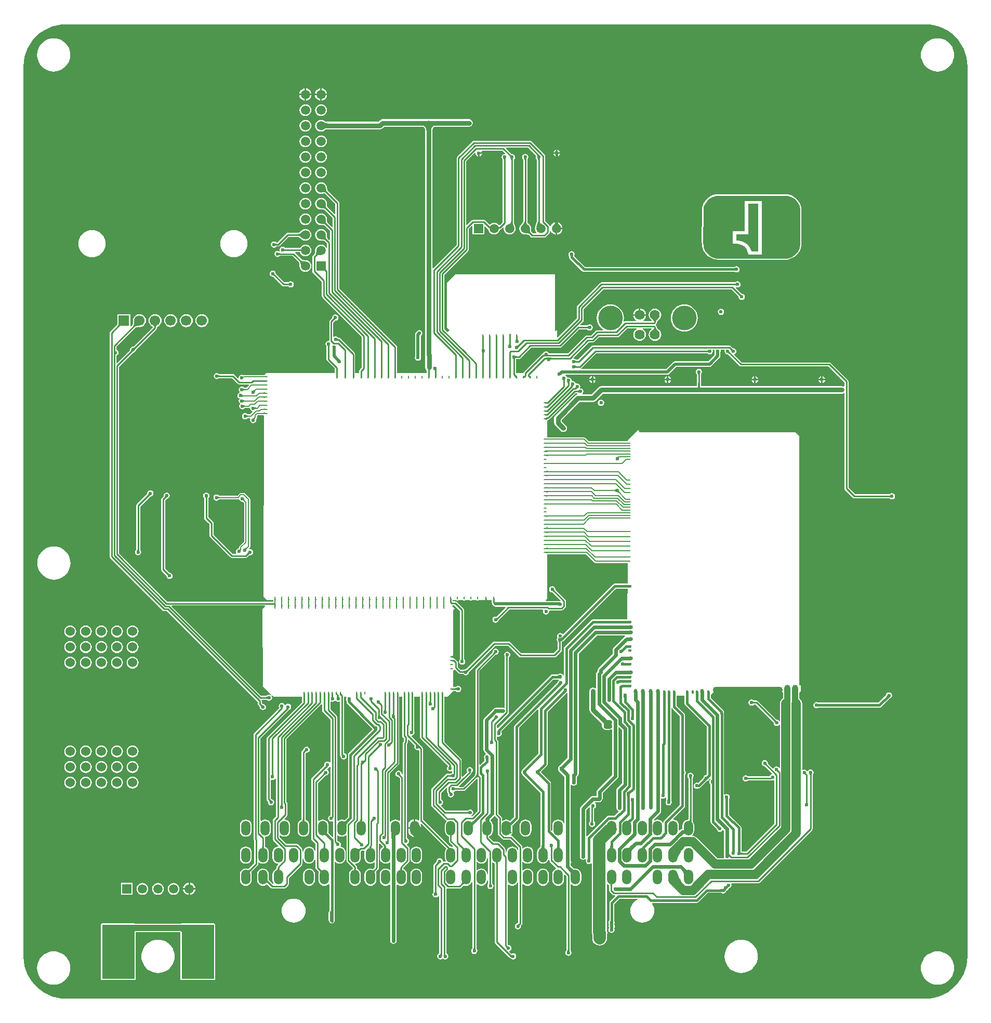
<source format=gbl>
G04*
G04 #@! TF.GenerationSoftware,Altium Limited,Altium Designer,20.0.10 (225)*
G04*
G04 Layer_Physical_Order=2*
G04 Layer_Color=16711680*
%FSLAX25Y25*%
%MOIN*%
G70*
G01*
G75*
%ADD15C,0.00787*%
%ADD17C,0.01575*%
%ADD32C,0.15748*%
%ADD81C,0.06693*%
%ADD82R,0.06693X0.06693*%
%ADD84C,0.02362*%
G04:AMPARAMS|DCode=94|XSize=7.87mil|YSize=651.58mil|CornerRadius=3.94mil|HoleSize=0mil|Usage=FLASHONLY|Rotation=270.000|XOffset=0mil|YOffset=0mil|HoleType=Round|Shape=RoundedRectangle|*
%AMROUNDEDRECTD94*
21,1,0.00787,0.64370,0,0,270.0*
21,1,0.00000,0.65158,0,0,270.0*
1,1,0.00787,-0.32185,0.00000*
1,1,0.00787,-0.32185,0.00000*
1,1,0.00787,0.32185,0.00000*
1,1,0.00787,0.32185,0.00000*
%
%ADD94ROUNDEDRECTD94*%
G04:AMPARAMS|DCode=95|XSize=7.87mil|YSize=86.22mil|CornerRadius=3.94mil|HoleSize=0mil|Usage=FLASHONLY|Rotation=135.000|XOffset=0mil|YOffset=0mil|HoleType=Round|Shape=RoundedRectangle|*
%AMROUNDEDRECTD95*
21,1,0.00787,0.07835,0,0,135.0*
21,1,0.00000,0.08622,0,0,135.0*
1,1,0.00787,0.02770,0.02770*
1,1,0.00787,0.02770,0.02770*
1,1,0.00787,-0.02770,-0.02770*
1,1,0.00787,-0.02770,-0.02770*
%
%ADD95ROUNDEDRECTD95*%
G04:AMPARAMS|DCode=96|XSize=7.87mil|YSize=294.88mil|CornerRadius=3.94mil|HoleSize=0mil|Usage=FLASHONLY|Rotation=180.000|XOffset=0mil|YOffset=0mil|HoleType=Round|Shape=RoundedRectangle|*
%AMROUNDEDRECTD96*
21,1,0.00787,0.28701,0,0,180.0*
21,1,0.00000,0.29488,0,0,180.0*
1,1,0.00787,0.00000,0.14350*
1,1,0.00787,0.00000,0.14350*
1,1,0.00787,0.00000,-0.14350*
1,1,0.00787,0.00000,-0.14350*
%
%ADD96ROUNDEDRECTD96*%
%ADD129O,0.03937X0.05906*%
%ADD132O,0.03150X0.02362*%
%ADD157C,0.00984*%
%ADD158C,0.03150*%
%ADD159C,0.05906*%
%ADD160C,0.03937*%
%ADD161C,0.01968*%
%ADD162C,0.07874*%
%ADD163C,0.02362*%
%ADD164C,0.06000*%
%ADD165R,0.05906X0.05906*%
%ADD166C,0.05906*%
%ADD167O,0.05906X0.09449*%
%ADD168C,0.06400*%
%ADD169R,0.05906X0.05906*%
G04:AMPARAMS|DCode=170|XSize=7.87mil|YSize=31.5mil|CornerRadius=3.94mil|HoleSize=0mil|Usage=FLASHONLY|Rotation=225.000|XOffset=0mil|YOffset=0mil|HoleType=Round|Shape=RoundedRectangle|*
%AMROUNDEDRECTD170*
21,1,0.00787,0.02362,0,0,225.0*
21,1,0.00000,0.03150,0,0,225.0*
1,1,0.00787,-0.00835,0.00835*
1,1,0.00787,-0.00835,0.00835*
1,1,0.00787,0.00835,-0.00835*
1,1,0.00787,0.00835,-0.00835*
%
%ADD170ROUNDEDRECTD170*%
G04:AMPARAMS|DCode=171|XSize=7.87mil|YSize=368.9mil|CornerRadius=3.94mil|HoleSize=0mil|Usage=FLASHONLY|Rotation=0.000|XOffset=0mil|YOffset=0mil|HoleType=Round|Shape=RoundedRectangle|*
%AMROUNDEDRECTD171*
21,1,0.00787,0.36102,0,0,0.0*
21,1,0.00000,0.36890,0,0,0.0*
1,1,0.00787,0.00000,-0.18051*
1,1,0.00787,0.00000,-0.18051*
1,1,0.00787,0.00000,0.18051*
1,1,0.00787,0.00000,0.18051*
%
%ADD171ROUNDEDRECTD171*%
G04:AMPARAMS|DCode=172|XSize=9.84mil|YSize=19.68mil|CornerRadius=4.92mil|HoleSize=0mil|Usage=FLASHONLY|Rotation=180.000|XOffset=0mil|YOffset=0mil|HoleType=Round|Shape=RoundedRectangle|*
%AMROUNDEDRECTD172*
21,1,0.00984,0.00984,0,0,180.0*
21,1,0.00000,0.01968,0,0,180.0*
1,1,0.00984,0.00000,0.00492*
1,1,0.00984,0.00000,0.00492*
1,1,0.00984,0.00000,-0.00492*
1,1,0.00984,0.00000,-0.00492*
%
%ADD172ROUNDEDRECTD172*%
%ADD173O,0.01575X0.00787*%
%ADD174O,0.02362X0.01575*%
%ADD175O,0.02362X0.03150*%
%ADD176O,0.44882X0.04331*%
%ADD177O,0.01575X0.02362*%
%ADD178O,1.00787X0.00787*%
%ADD179O,0.00787X1.60630*%
G04:AMPARAMS|DCode=180|XSize=7.87mil|YSize=47.24mil|CornerRadius=0mil|HoleSize=0mil|Usage=FLASHONLY|Rotation=45.000|XOffset=0mil|YOffset=0mil|HoleType=Round|Shape=Round|*
%AMOVALD180*
21,1,0.03937,0.00787,0.00000,0.00000,135.0*
1,1,0.00787,0.01392,-0.01392*
1,1,0.00787,-0.01392,0.01392*
%
%ADD180OVALD180*%

G04:AMPARAMS|DCode=181|XSize=9.84mil|YSize=19.68mil|CornerRadius=4.92mil|HoleSize=0mil|Usage=FLASHONLY|Rotation=90.000|XOffset=0mil|YOffset=0mil|HoleType=Round|Shape=RoundedRectangle|*
%AMROUNDEDRECTD181*
21,1,0.00984,0.00984,0,0,90.0*
21,1,0.00000,0.01968,0,0,90.0*
1,1,0.00984,0.00492,0.00000*
1,1,0.00984,0.00492,0.00000*
1,1,0.00984,-0.00492,0.00000*
1,1,0.00984,-0.00492,0.00000*
%
%ADD181ROUNDEDRECTD181*%
G36*
X581781Y625413D02*
X584783Y624902D01*
X587710Y624059D01*
X590524Y622894D01*
X593189Y621421D01*
X595673Y619658D01*
X597944Y617629D01*
X599973Y615358D01*
X601736Y612874D01*
X603209Y610209D01*
X604374Y607395D01*
X605217Y604468D01*
X605727Y601466D01*
X605895Y598479D01*
X605873Y598425D01*
Y27559D01*
X605895Y27505D01*
X605727Y24518D01*
X605217Y21516D01*
X604374Y18589D01*
X603209Y15776D01*
X601736Y13110D01*
X599973Y10626D01*
X597944Y8355D01*
X595673Y6326D01*
X593189Y4564D01*
X590524Y3091D01*
X587710Y1925D01*
X584783Y1082D01*
X581781Y572D01*
X578794Y404D01*
X578740Y426D01*
X27559D01*
X27505Y404D01*
X24518Y572D01*
X21516Y1082D01*
X18589Y1925D01*
X15776Y3091D01*
X13110Y4564D01*
X10626Y6326D01*
X8355Y8355D01*
X6326Y10626D01*
X4564Y13110D01*
X3091Y15776D01*
X1925Y18589D01*
X1082Y21516D01*
X572Y24518D01*
X404Y27505D01*
X426Y27559D01*
Y598425D01*
X404Y598479D01*
X572Y601466D01*
X1082Y604468D01*
X1925Y607395D01*
X3091Y610209D01*
X4564Y612874D01*
X6326Y615358D01*
X8355Y617629D01*
X10626Y619658D01*
X13110Y621421D01*
X15776Y622894D01*
X18589Y624059D01*
X21516Y624902D01*
X24518Y625413D01*
X27505Y625580D01*
X27559Y625558D01*
X578740D01*
X578794Y625580D01*
X581781Y625413D01*
D02*
G37*
%LPC*%
G36*
X586614Y616568D02*
X584946Y616437D01*
X583319Y616046D01*
X581773Y615406D01*
X580347Y614532D01*
X579074Y613445D01*
X577988Y612173D01*
X577114Y610746D01*
X576473Y609200D01*
X576083Y607574D01*
X575951Y605905D01*
X576083Y604238D01*
X576473Y602610D01*
X577114Y601065D01*
X577988Y599638D01*
X579074Y598366D01*
X580347Y597279D01*
X581773Y596405D01*
X583319Y595765D01*
X584946Y595374D01*
X586614Y595243D01*
X588282Y595374D01*
X589909Y595765D01*
X591455Y596405D01*
X592882Y597279D01*
X594154Y598366D01*
X595240Y599638D01*
X596115Y601065D01*
X596755Y602610D01*
X597146Y604238D01*
X597277Y605905D01*
X597146Y607574D01*
X596755Y609200D01*
X596115Y610746D01*
X595240Y612173D01*
X594154Y613445D01*
X592882Y614532D01*
X591455Y615406D01*
X589909Y616046D01*
X588282Y616437D01*
X586614Y616568D01*
D02*
G37*
G36*
X19685D02*
X18017Y616437D01*
X16390Y616046D01*
X14844Y615406D01*
X13418Y614532D01*
X12145Y613445D01*
X11059Y612173D01*
X10184Y610746D01*
X9544Y609200D01*
X9154Y607574D01*
X9022Y605905D01*
X9154Y604238D01*
X9544Y602610D01*
X10184Y601065D01*
X11059Y599638D01*
X12145Y598366D01*
X13418Y597279D01*
X14844Y596405D01*
X16390Y595765D01*
X18017Y595374D01*
X19685Y595243D01*
X21353Y595374D01*
X22980Y595765D01*
X24526Y596405D01*
X25953Y597279D01*
X27225Y598366D01*
X28311Y599638D01*
X29186Y601065D01*
X29826Y602610D01*
X30217Y604238D01*
X30348Y605905D01*
X30217Y607574D01*
X29826Y609200D01*
X29186Y610746D01*
X28311Y612173D01*
X27225Y613445D01*
X25953Y614532D01*
X24526Y615406D01*
X22980Y616046D01*
X21353Y616437D01*
X19685Y616568D01*
D02*
G37*
G36*
X191642Y584394D02*
Y580972D01*
X195063D01*
X194993Y581504D01*
X194595Y582466D01*
X193961Y583292D01*
X193135Y583925D01*
X192174Y584323D01*
X191642Y584394D01*
D02*
G37*
G36*
X181642D02*
Y580972D01*
X185063D01*
X184993Y581504D01*
X184595Y582466D01*
X183961Y583292D01*
X183135Y583925D01*
X182174Y584323D01*
X181642Y584394D01*
D02*
G37*
G36*
X190642D02*
X190110Y584323D01*
X189148Y583925D01*
X188323Y583292D01*
X187689Y582466D01*
X187291Y581504D01*
X187221Y580972D01*
X190642D01*
Y584394D01*
D02*
G37*
G36*
X180642D02*
X180110Y584323D01*
X179148Y583925D01*
X178323Y583292D01*
X177689Y582466D01*
X177291Y581504D01*
X177221Y580972D01*
X180642D01*
Y584394D01*
D02*
G37*
G36*
X190642Y579973D02*
X187221D01*
X187291Y579441D01*
X187689Y578479D01*
X188323Y577653D01*
X189148Y577020D01*
X190110Y576621D01*
X190642Y576551D01*
Y579973D01*
D02*
G37*
G36*
X180642D02*
X177221D01*
X177291Y579441D01*
X177689Y578479D01*
X178323Y577653D01*
X179148Y577020D01*
X180110Y576621D01*
X180642Y576551D01*
Y579973D01*
D02*
G37*
G36*
X195063D02*
X191642D01*
Y576551D01*
X192174Y576621D01*
X193135Y577020D01*
X193961Y577653D01*
X194595Y578479D01*
X194993Y579441D01*
X195063Y579973D01*
D02*
G37*
G36*
X185063D02*
X181642D01*
Y576551D01*
X182174Y576621D01*
X183135Y577020D01*
X183961Y577653D01*
X184595Y578479D01*
X184993Y579441D01*
X185063Y579973D01*
D02*
G37*
G36*
X191142Y574245D02*
X190165Y574116D01*
X189255Y573739D01*
X188474Y573140D01*
X187875Y572359D01*
X187498Y571449D01*
X187369Y570472D01*
X187498Y569496D01*
X187875Y568586D01*
X188474Y567805D01*
X189255Y567205D01*
X190165Y566829D01*
X191142Y566700D01*
X192118Y566829D01*
X193028Y567205D01*
X193809Y567805D01*
X194409Y568586D01*
X194786Y569496D01*
X194914Y570472D01*
X194786Y571449D01*
X194409Y572359D01*
X193809Y573140D01*
X193028Y573739D01*
X192118Y574116D01*
X191142Y574245D01*
D02*
G37*
G36*
X181142D02*
X180165Y574116D01*
X179255Y573739D01*
X178474Y573140D01*
X177875Y572359D01*
X177498Y571449D01*
X177369Y570472D01*
X177498Y569496D01*
X177875Y568586D01*
X178474Y567805D01*
X179255Y567205D01*
X180165Y566829D01*
X181142Y566700D01*
X182118Y566829D01*
X183028Y567205D01*
X183809Y567805D01*
X184409Y568586D01*
X184786Y569496D01*
X184914Y570472D01*
X184786Y571449D01*
X184409Y572359D01*
X183809Y573140D01*
X183028Y573739D01*
X182118Y574116D01*
X181142Y574245D01*
D02*
G37*
G36*
X286122Y564633D02*
X230621D01*
X229700Y564450D01*
X228918Y563928D01*
X227970Y562979D01*
X194640D01*
X194522Y562987D01*
X194316Y563013D01*
X194133Y563047D01*
X193984Y563084D01*
X193869Y563122D01*
X193791Y563157D01*
X193776Y563165D01*
X193028Y563739D01*
X192118Y564116D01*
X191142Y564245D01*
X190165Y564116D01*
X189255Y563739D01*
X188474Y563140D01*
X187875Y562359D01*
X187498Y561449D01*
X187369Y560472D01*
X187498Y559496D01*
X187875Y558586D01*
X188474Y557805D01*
X189255Y557205D01*
X190165Y556829D01*
X191142Y556700D01*
X192118Y556829D01*
X193028Y557205D01*
X193809Y557805D01*
X193895Y557917D01*
X193924Y557943D01*
X193962Y557969D01*
X194034Y558005D01*
X194141Y558046D01*
X194284Y558086D01*
X194460Y558122D01*
X194659Y558151D01*
X194821Y558162D01*
X228968D01*
X229889Y558346D01*
X230671Y558868D01*
X231619Y559816D01*
X256135D01*
X256546Y559743D01*
X256897Y559627D01*
X257177Y559476D01*
X257402Y559292D01*
X257586Y559067D01*
X257737Y558787D01*
X257854Y558436D01*
X257926Y558025D01*
Y424669D01*
X257835Y424213D01*
X257926Y423757D01*
Y413484D01*
X258025Y412989D01*
Y405413D01*
X258208Y404492D01*
X258730Y403710D01*
X259030Y403510D01*
Y401772D01*
X239986Y401772D01*
Y418406D01*
X239886Y418905D01*
X239603Y419328D01*
X202978Y455954D01*
Y510925D01*
X202878Y511424D01*
X202596Y511848D01*
X195667Y518777D01*
X195615Y518854D01*
X195427Y519229D01*
X195340Y519445D01*
X194906Y520883D01*
X194805Y521301D01*
X194786Y521449D01*
X194409Y522359D01*
X193809Y523140D01*
X193028Y523739D01*
X192118Y524116D01*
X191142Y524245D01*
X190165Y524116D01*
X189255Y523739D01*
X188474Y523140D01*
X187875Y522359D01*
X187498Y521449D01*
X187369Y520472D01*
X187498Y519496D01*
X187875Y518586D01*
X188474Y517805D01*
X189255Y517205D01*
X190165Y516829D01*
X191142Y516700D01*
X192118Y516829D01*
X192199Y516862D01*
X192397Y516907D01*
X192701Y516957D01*
X192975Y516984D01*
X193217Y516989D01*
X193427Y516975D01*
X193603Y516944D01*
X193749Y516900D01*
X193869Y516847D01*
X193968Y516784D01*
X193977Y516777D01*
X200369Y510385D01*
Y503842D01*
X199907Y503651D01*
X195348Y508210D01*
X195280Y508314D01*
X195209Y508457D01*
X195139Y508639D01*
X195074Y508861D01*
X195018Y509121D01*
X194972Y509410D01*
X194909Y510129D01*
X194902Y510376D01*
X194914Y510472D01*
X194786Y511449D01*
X194409Y512359D01*
X193809Y513140D01*
X193028Y513739D01*
X192118Y514116D01*
X191142Y514245D01*
X190165Y514116D01*
X189255Y513739D01*
X188474Y513140D01*
X187875Y512359D01*
X187498Y511449D01*
X187369Y510472D01*
X187498Y509496D01*
X187875Y508586D01*
X188474Y507805D01*
X189255Y507205D01*
X190165Y506829D01*
X191142Y506700D01*
X191281Y506718D01*
X192025Y506715D01*
X192341Y506693D01*
X192630Y506657D01*
X192882Y506608D01*
X193097Y506550D01*
X193274Y506486D01*
X193413Y506418D01*
X193517Y506350D01*
X198597Y501271D01*
Y495614D01*
X198135Y495423D01*
X195348Y498210D01*
X195280Y498314D01*
X195209Y498456D01*
X195139Y498639D01*
X195074Y498861D01*
X195018Y499121D01*
X194972Y499409D01*
X194909Y500129D01*
X194902Y500376D01*
X194914Y500472D01*
X194786Y501449D01*
X194409Y502359D01*
X193809Y503140D01*
X193028Y503740D01*
X192118Y504116D01*
X191142Y504245D01*
X190165Y504116D01*
X189255Y503740D01*
X188474Y503140D01*
X187875Y502359D01*
X187498Y501449D01*
X187369Y500472D01*
X187498Y499496D01*
X187875Y498586D01*
X188474Y497805D01*
X189255Y497205D01*
X190165Y496829D01*
X191142Y496700D01*
X191281Y496718D01*
X192025Y496715D01*
X192341Y496693D01*
X192630Y496657D01*
X192882Y496608D01*
X193097Y496550D01*
X193274Y496486D01*
X193413Y496418D01*
X193517Y496350D01*
X196825Y493042D01*
Y487386D01*
X196363Y487194D01*
X195348Y488210D01*
X195280Y488313D01*
X195209Y488456D01*
X195139Y488639D01*
X195074Y488861D01*
X195018Y489121D01*
X194972Y489409D01*
X194909Y490129D01*
X194902Y490376D01*
X194914Y490472D01*
X194786Y491449D01*
X194409Y492359D01*
X193809Y493140D01*
X193028Y493740D01*
X192118Y494116D01*
X191142Y494245D01*
X190165Y494116D01*
X189255Y493740D01*
X188474Y493140D01*
X187875Y492359D01*
X187498Y491449D01*
X187369Y490472D01*
X187498Y489496D01*
X187875Y488586D01*
X188474Y487805D01*
X189255Y487205D01*
X190165Y486829D01*
X191142Y486700D01*
X191281Y486718D01*
X192025Y486715D01*
X192341Y486693D01*
X192630Y486657D01*
X192882Y486608D01*
X193097Y486550D01*
X193274Y486486D01*
X193413Y486418D01*
X193517Y486350D01*
X195054Y484814D01*
Y482108D01*
X194554Y482009D01*
X194409Y482359D01*
X193809Y483140D01*
X193028Y483740D01*
X192118Y484116D01*
X191142Y484245D01*
X190165Y484116D01*
X189255Y483740D01*
X188474Y483140D01*
X187875Y482359D01*
X187498Y481449D01*
X187369Y480472D01*
X187382Y480376D01*
X187374Y480129D01*
X187312Y479410D01*
X187266Y479121D01*
X187209Y478861D01*
X187144Y478639D01*
X187074Y478456D01*
X187003Y478313D01*
X186936Y478210D01*
X185987Y477261D01*
X185704Y476838D01*
X185605Y476339D01*
Y466990D01*
X185704Y466490D01*
X185987Y466067D01*
X191510Y460544D01*
Y451637D01*
X191610Y451138D01*
X191893Y450715D01*
X192048Y450559D01*
X192102Y450288D01*
X192385Y449865D01*
X217199Y425050D01*
Y405275D01*
X216105Y404181D01*
X215822Y403758D01*
X215723Y403259D01*
Y401772D01*
X213096D01*
Y413898D01*
X212997Y414397D01*
X212714Y414820D01*
X203529Y424005D01*
X203105Y424288D01*
X202606Y424387D01*
X202409D01*
X202379Y424393D01*
X202355Y424400D01*
X202350Y424402D01*
X202334Y424423D01*
X202286Y424470D01*
X202088Y424766D01*
X201437Y425201D01*
X200669Y425353D01*
X199901Y425201D01*
X199541Y424960D01*
X199041Y425227D01*
Y434145D01*
X200140Y435244D01*
X200175Y435270D01*
X200214Y435294D01*
X200247Y435311D01*
X200274Y435323D01*
X200298Y435331D01*
X200299Y435331D01*
X200374Y435316D01*
X201142Y435468D01*
X201793Y435904D01*
X202228Y436555D01*
X202381Y437323D01*
X202228Y438091D01*
X201793Y438742D01*
X201142Y439177D01*
X200374Y439330D01*
X199606Y439177D01*
X198955Y438742D01*
X198520Y438091D01*
X198367Y437323D01*
X198382Y437248D01*
X198382Y437247D01*
X198374Y437223D01*
X198362Y437196D01*
X198345Y437162D01*
X198321Y437124D01*
X198295Y437089D01*
X196814Y435607D01*
X196531Y435184D01*
X196432Y434685D01*
Y422833D01*
X196043Y422401D01*
X195275Y422248D01*
X194624Y421813D01*
X194189Y421162D01*
X194036Y420394D01*
X194189Y419626D01*
X194624Y418974D01*
X194688Y418932D01*
X194688Y418931D01*
X194699Y418909D01*
X194711Y418881D01*
X194722Y418846D01*
X194732Y418801D01*
X194739Y418758D01*
Y410551D01*
X194838Y410052D01*
X195121Y409629D01*
X200093Y404657D01*
Y401772D01*
X156047D01*
X154743Y400496D01*
X141450D01*
X141450Y400496D01*
X141175Y400441D01*
X141122Y400476D01*
X140354Y400629D01*
X139586Y400476D01*
X138935Y400041D01*
X138500Y399390D01*
X138369Y398730D01*
X137903Y398490D01*
X135667Y400726D01*
X135243Y401008D01*
X134744Y401108D01*
X125946D01*
X125903Y401114D01*
X125859Y401124D01*
X125823Y401136D01*
X125795Y401147D01*
X125774Y401158D01*
X125773Y401159D01*
X125730Y401222D01*
X125079Y401657D01*
X124311Y401810D01*
X123543Y401657D01*
X122892Y401222D01*
X122457Y400571D01*
X122304Y399803D01*
X122457Y399035D01*
X122892Y398384D01*
X123543Y397949D01*
X124311Y397796D01*
X125079Y397949D01*
X125730Y398384D01*
X125773Y398448D01*
X125774Y398448D01*
X125795Y398459D01*
X125823Y398471D01*
X125859Y398482D01*
X125903Y398492D01*
X125946Y398499D01*
X134204D01*
X137759Y394944D01*
X138182Y394661D01*
X138681Y394562D01*
X144863D01*
X145054Y394100D01*
X143300Y392346D01*
X142148D01*
X142111Y392354D01*
X142075Y392364D01*
X142039Y392378D01*
X142002Y392397D01*
X141963Y392420D01*
X141921Y392450D01*
X141889Y392476D01*
X141833Y392561D01*
X141182Y392996D01*
X140413Y393149D01*
X139645Y392996D01*
X138994Y392561D01*
X138559Y391910D01*
X138406Y391142D01*
X138559Y390374D01*
X138994Y389722D01*
X139013Y389710D01*
X138908Y389179D01*
X138799Y389157D01*
X138148Y388722D01*
X137713Y388071D01*
X137560Y387303D01*
X137713Y386535D01*
X138148Y385884D01*
X138629Y385562D01*
X138798Y385431D01*
X138772Y384944D01*
X138559Y384626D01*
X138406Y383858D01*
X138559Y383090D01*
X138994Y382439D01*
X139106Y382364D01*
X139155Y381730D01*
X138854Y381280D01*
X138702Y380512D01*
X138854Y379744D01*
X139289Y379093D01*
X139941Y378658D01*
X140709Y378505D01*
X141477Y378658D01*
X142128Y379093D01*
X142184Y379177D01*
X142217Y379204D01*
X142258Y379233D01*
X142297Y379257D01*
X142334Y379275D01*
X142370Y379289D01*
X142406Y379300D01*
X142443Y379308D01*
X144882D01*
X144882Y379308D01*
X145146Y379360D01*
X145236Y379337D01*
X145604Y379099D01*
X145673Y379019D01*
X145783Y378464D01*
X146219Y377813D01*
X146870Y377378D01*
X147091Y377334D01*
X147236Y376855D01*
X145699Y375319D01*
X144215D01*
X144178Y375326D01*
X144142Y375337D01*
X144106Y375351D01*
X144069Y375369D01*
X144030Y375393D01*
X143988Y375422D01*
X143956Y375449D01*
X143900Y375533D01*
X143248Y375969D01*
X142480Y376121D01*
X141712Y375969D01*
X141061Y375533D01*
X140626Y374882D01*
X140473Y374114D01*
X140626Y373346D01*
X141061Y372695D01*
X141712Y372260D01*
X142480Y372107D01*
X143248Y372260D01*
X143900Y372695D01*
X143956Y372780D01*
X143988Y372806D01*
X144030Y372836D01*
X144069Y372859D01*
X144106Y372877D01*
X144142Y372892D01*
X144178Y372902D01*
X144215Y372910D01*
X145645D01*
X145881Y372469D01*
X145783Y372323D01*
X145631Y371555D01*
X145783Y370787D01*
X146219Y370136D01*
X146870Y369701D01*
X147638Y369548D01*
X148406Y369701D01*
X149057Y370136D01*
X149492Y370787D01*
X149645Y371555D01*
X149562Y371973D01*
X149560Y372045D01*
X149544Y372114D01*
X149541Y372139D01*
X149541Y372154D01*
X149542Y372163D01*
X149543Y372168D01*
X149545Y372175D01*
X149550Y372185D01*
X149557Y372198D01*
X149802Y372442D01*
X149802Y372442D01*
X150063Y372833D01*
X150154Y373293D01*
X150154Y373293D01*
Y374140D01*
X150715Y374701D01*
X154140D01*
X154493Y374347D01*
X154321Y258317D01*
X156622Y255942D01*
X160548D01*
Y255242D01*
X92568D01*
X61639Y286170D01*
Y405857D01*
X70502Y414720D01*
X70539Y414749D01*
X70586Y414780D01*
X70628Y414805D01*
X70666Y414823D01*
X70700Y414837D01*
X70731Y414847D01*
X70759Y414854D01*
X70818Y414863D01*
X70881Y414885D01*
X71339Y414976D01*
X71990Y415412D01*
X72425Y416063D01*
X72516Y416521D01*
X72539Y416584D01*
X72548Y416643D01*
X72554Y416671D01*
X72564Y416702D01*
X72578Y416735D01*
X72597Y416773D01*
X72622Y416816D01*
X72646Y416853D01*
X72698Y416916D01*
X85686Y429904D01*
X85969Y430328D01*
X86068Y430827D01*
Y430987D01*
X86084Y431094D01*
X86111Y431199D01*
X86145Y431289D01*
X86187Y431368D01*
X86237Y431440D01*
X86299Y431508D01*
X86375Y431575D01*
X86471Y431641D01*
X86620Y431723D01*
X86631Y431732D01*
X86848Y431822D01*
X87712Y432485D01*
X88375Y433348D01*
X88791Y434354D01*
X88933Y435433D01*
X88791Y436512D01*
X88375Y437518D01*
X87712Y438381D01*
X86848Y439044D01*
X85843Y439461D01*
X84764Y439603D01*
X83685Y439461D01*
X82679Y439044D01*
X81815Y438381D01*
X81153Y437518D01*
X80736Y436512D01*
X80594Y435433D01*
X80736Y434354D01*
X81153Y433348D01*
X81815Y432485D01*
X82679Y431822D01*
X82897Y431732D01*
X82907Y431723D01*
X83057Y431641D01*
X83146Y431266D01*
X83142Y431050D01*
X70950Y418858D01*
X70920Y418836D01*
X70890Y418819D01*
X70867Y418808D01*
X70852Y418802D01*
X70842Y418800D01*
X70836Y418799D01*
X70831Y418799D01*
X70782Y418803D01*
X70761Y418800D01*
X70571Y418838D01*
X69803Y418685D01*
X69152Y418250D01*
X68717Y417599D01*
X68564Y416831D01*
X68602Y416641D01*
X68599Y416619D01*
X68603Y416570D01*
X68602Y416565D01*
X68602Y416560D01*
X68599Y416550D01*
X68594Y416535D01*
X68583Y416512D01*
X68565Y416482D01*
X68544Y416452D01*
X60330Y408238D01*
X59868Y408429D01*
Y412978D01*
X60020Y413008D01*
X60671Y413443D01*
X61106Y414094D01*
X61259Y414862D01*
X61106Y415630D01*
X60671Y416281D01*
X60020Y416716D01*
X59868Y416747D01*
Y418692D01*
X71988Y430812D01*
X72003Y430825D01*
X72125Y430902D01*
X72293Y430981D01*
X72507Y431057D01*
X72768Y431126D01*
X73074Y431184D01*
X73415Y431229D01*
X74257Y431281D01*
X74614Y431283D01*
X74764Y431264D01*
X75843Y431406D01*
X76849Y431822D01*
X77712Y432485D01*
X78375Y433348D01*
X78791Y434354D01*
X78933Y435433D01*
X78791Y436512D01*
X78375Y437518D01*
X77712Y438381D01*
X76849Y439044D01*
X75843Y439461D01*
X74764Y439603D01*
X73685Y439461D01*
X72679Y439044D01*
X71816Y438381D01*
X71153Y437518D01*
X70736Y436512D01*
X70594Y435433D01*
X70614Y435283D01*
X70612Y434926D01*
X70560Y434085D01*
X70515Y433743D01*
X70457Y433437D01*
X70388Y433177D01*
X70312Y432962D01*
X70233Y432795D01*
X70156Y432673D01*
X70143Y432657D01*
X69360Y431874D01*
X68898Y432065D01*
Y439567D01*
X60630D01*
Y433508D01*
X60627Y433491D01*
X60630Y433473D01*
Y433199D01*
X60597Y433152D01*
X60374Y432888D01*
X55869Y428383D01*
X55586Y427960D01*
X55487Y427461D01*
Y284162D01*
X55586Y283663D01*
X55869Y283240D01*
X89637Y249471D01*
X90061Y249188D01*
X90560Y249089D01*
X92230D01*
X150512Y190807D01*
Y189620D01*
X150611Y189121D01*
X150894Y188698D01*
X151858Y187734D01*
X151884Y187699D01*
X151908Y187660D01*
X151925Y187627D01*
X151937Y187600D01*
X151945Y187576D01*
X151945Y187575D01*
X151930Y187500D01*
X152083Y186732D01*
X152518Y186081D01*
X153169Y185646D01*
X153937Y185493D01*
X154705Y185646D01*
X155356Y186081D01*
X155791Y186732D01*
X155944Y187500D01*
X155791Y188268D01*
X155356Y188919D01*
X154705Y189354D01*
X153937Y189507D01*
X153862Y189492D01*
X153861Y189492D01*
X153838Y189500D01*
X153810Y189512D01*
X153777Y189529D01*
X153738Y189553D01*
X153703Y189579D01*
X153121Y190161D01*
Y191347D01*
X153051Y191699D01*
X153342Y192199D01*
X156140D01*
X156183Y192193D01*
X156227Y192183D01*
X156263Y192172D01*
X156291Y192160D01*
X156313Y192149D01*
X156314Y192148D01*
X156356Y192085D01*
X157008Y191650D01*
X157776Y191497D01*
X158544Y191650D01*
X159195Y192085D01*
X159630Y192736D01*
X159783Y193504D01*
X159630Y194272D01*
X159397Y194620D01*
X159786Y194939D01*
X160531Y194193D01*
X178912D01*
Y190501D01*
X156656Y168245D01*
X156374Y167822D01*
X156274Y167323D01*
Y128283D01*
X156374Y127784D01*
X156656Y127360D01*
X157171Y126845D01*
X157190Y126819D01*
X157203Y126795D01*
X157210Y126780D01*
X157210Y126780D01*
X157204Y126744D01*
X157207Y126683D01*
X157147Y126378D01*
X157299Y125610D01*
X157734Y124959D01*
X158386Y124524D01*
X159153Y124371D01*
X159922Y124524D01*
X160573Y124959D01*
X161008Y125610D01*
X161161Y126378D01*
X161008Y127146D01*
X160573Y127797D01*
X159922Y128232D01*
X159617Y128293D01*
X159556Y128320D01*
X159497Y128334D01*
X159465Y128344D01*
X159429Y128358D01*
X159390Y128376D01*
X159346Y128400D01*
X159299Y128430D01*
X159256Y128461D01*
X159196Y128511D01*
X158883Y128823D01*
Y140566D01*
X159383Y140840D01*
X160039Y140709D01*
X160807Y140862D01*
X161459Y141297D01*
X161680Y141628D01*
X162180Y141477D01*
Y117425D01*
X160593Y115838D01*
X160310Y115415D01*
X160211Y114916D01*
Y102854D01*
X160310Y102355D01*
X160593Y101932D01*
X164015Y98510D01*
X163865Y98207D01*
X163757Y98061D01*
X162803Y97935D01*
X161893Y97558D01*
X161112Y96959D01*
X160512Y96178D01*
X160136Y95268D01*
X160007Y94291D01*
Y90748D01*
X160136Y89772D01*
X160512Y88862D01*
X161112Y88081D01*
X161893Y87481D01*
X162803Y87104D01*
X163480Y87015D01*
X163659Y86487D01*
X162857Y85685D01*
X162574Y85262D01*
X162475Y84763D01*
Y83763D01*
X162469Y83691D01*
X162459Y83619D01*
X161893Y83385D01*
X161112Y82786D01*
X160512Y82004D01*
X160136Y81094D01*
X160007Y80118D01*
Y76575D01*
X160136Y75598D01*
X160512Y74689D01*
X160688Y74460D01*
X160471Y73921D01*
X160242Y73887D01*
X158146Y75983D01*
X157989Y76151D01*
X157873Y76294D01*
X157780Y76423D01*
X157715Y76529D01*
X157706Y76547D01*
X157709Y76575D01*
Y80118D01*
X157581Y81094D01*
X157204Y82004D01*
X156605Y82786D01*
X155823Y83385D01*
X154913Y83762D01*
X153937Y83890D01*
X152961Y83762D01*
X152051Y83385D01*
X151269Y82786D01*
X150670Y82004D01*
X150293Y81094D01*
X150165Y80118D01*
Y76575D01*
X150293Y75598D01*
X150670Y74689D01*
X151269Y73907D01*
X152051Y73308D01*
X152961Y72931D01*
X153937Y72802D01*
X154913Y72931D01*
X155823Y73308D01*
X156563Y73875D01*
X159018Y71420D01*
X159442Y71137D01*
X159941Y71038D01*
X167520D01*
X168019Y71137D01*
X168442Y71420D01*
X170115Y73093D01*
X170398Y73516D01*
X170498Y74016D01*
Y77806D01*
X178777Y86085D01*
X179060Y86509D01*
X179159Y87008D01*
Y96044D01*
X179060Y96544D01*
X178777Y96967D01*
X176298Y99446D01*
X175874Y99729D01*
X175375Y99828D01*
X168892D01*
X164631Y104089D01*
Y104973D01*
X165131Y105219D01*
X165673Y104804D01*
X166583Y104427D01*
X167559Y104298D01*
X168535Y104427D01*
X169445Y104804D01*
X170227Y105403D01*
X170826Y106185D01*
X171203Y107095D01*
X171332Y108071D01*
Y111614D01*
X171203Y112591D01*
X170826Y113500D01*
X170227Y114282D01*
X169445Y114881D01*
X168535Y115258D01*
X167807Y115354D01*
X167628Y115882D01*
X169328Y117581D01*
X169611Y118005D01*
X169710Y118504D01*
Y125541D01*
X169611Y126041D01*
X169328Y126464D01*
X169021Y126771D01*
Y166898D01*
X191404Y189281D01*
X191904Y189099D01*
Y185433D01*
X192003Y184934D01*
X192286Y184511D01*
X197219Y179578D01*
Y152088D01*
X196719Y151936D01*
X196695Y151972D01*
X196044Y152407D01*
X195276Y152560D01*
X194508Y152407D01*
X193856Y151972D01*
X193421Y151321D01*
X193269Y150553D01*
X193373Y150030D01*
X193236Y149938D01*
X185278Y141981D01*
X184995Y141558D01*
X184896Y141059D01*
Y103071D01*
X184995Y102572D01*
X185278Y102148D01*
X187573Y99853D01*
Y95386D01*
X187108Y95268D01*
X186732Y96178D01*
X186132Y96959D01*
X185351Y97558D01*
X184441Y97935D01*
X183465Y98064D01*
X182488Y97935D01*
X181578Y97558D01*
X180797Y96959D01*
X180198Y96178D01*
X179821Y95268D01*
X179692Y94291D01*
Y90748D01*
X179821Y89772D01*
X180198Y88862D01*
X180797Y88081D01*
X181578Y87481D01*
X182488Y87104D01*
X183465Y86976D01*
X184441Y87104D01*
X185351Y87481D01*
X186132Y88081D01*
X186732Y88862D01*
X187108Y89772D01*
X187573Y89653D01*
Y84547D01*
X187673Y84048D01*
X187955Y83625D01*
X189807Y81773D01*
X189854Y81718D01*
X189898Y81660D01*
X189663Y81094D01*
X189535Y80118D01*
Y76575D01*
X189663Y75598D01*
X190040Y74689D01*
X190640Y73907D01*
X191421Y73308D01*
X192331Y72931D01*
X193307Y72802D01*
X194283Y72931D01*
X195193Y73308D01*
X195975Y73907D01*
X196123Y74100D01*
X196623Y73931D01*
Y56741D01*
X196612Y56734D01*
X196177Y56083D01*
X196024Y55315D01*
Y50787D01*
X196177Y50019D01*
X196612Y49368D01*
X197263Y48933D01*
X197372Y48911D01*
X197614Y48750D01*
X198228Y48628D01*
X198843Y48750D01*
X199364Y49098D01*
X199712Y49619D01*
X199751Y49818D01*
X199886Y50019D01*
X200039Y50787D01*
Y55315D01*
X199886Y56083D01*
X199834Y56160D01*
Y88104D01*
X200334Y88274D01*
X200482Y88081D01*
X201263Y87481D01*
X202173Y87104D01*
X203150Y86976D01*
X204126Y87104D01*
X205036Y87481D01*
X205817Y88081D01*
X206417Y88862D01*
X206793Y89772D01*
X206922Y90748D01*
Y94291D01*
X206793Y95268D01*
X206417Y96178D01*
X205817Y96959D01*
X205036Y97558D01*
X204126Y97935D01*
X203883Y97967D01*
X203677Y98423D01*
X203823Y98641D01*
X203976Y99410D01*
X203823Y100178D01*
X203388Y100829D01*
X202737Y101264D01*
X201969Y101417D01*
X201600Y101761D01*
Y104973D01*
X202100Y105219D01*
X202641Y104804D01*
X203551Y104427D01*
X204528Y104298D01*
X205504Y104427D01*
X206414Y104804D01*
X206955Y105219D01*
X207455Y104973D01*
Y88995D01*
X207555Y88496D01*
X207837Y88073D01*
X211687Y84222D01*
Y83763D01*
X211682Y83691D01*
X211672Y83619D01*
X211106Y83385D01*
X210325Y82786D01*
X209725Y82004D01*
X209348Y81094D01*
X209220Y80118D01*
Y76575D01*
X209348Y75598D01*
X209725Y74689D01*
X210325Y73907D01*
X211106Y73308D01*
X212016Y72931D01*
X212992Y72802D01*
X213968Y72931D01*
X214878Y73308D01*
X215660Y73907D01*
X216259Y74689D01*
X216636Y75598D01*
X216764Y76575D01*
Y80118D01*
X216636Y81094D01*
X216259Y82004D01*
X215660Y82786D01*
X214878Y83385D01*
X214313Y83619D01*
X214302Y83691D01*
X214297Y83763D01*
Y84763D01*
X214197Y85262D01*
X213915Y85685D01*
X213113Y86487D01*
X213292Y87015D01*
X213968Y87104D01*
X214878Y87481D01*
X215660Y88081D01*
X216259Y88862D01*
X216636Y89772D01*
X216764Y90748D01*
Y94291D01*
X216695Y94818D01*
X216706Y94838D01*
X216754Y94911D01*
X216915Y95108D01*
X217156Y95349D01*
X218441D01*
X218729Y95406D01*
X218749Y95400D01*
X219072Y95155D01*
X219124Y95088D01*
X219158Y95021D01*
X219062Y94291D01*
Y90748D01*
X219191Y89772D01*
X219568Y88862D01*
X220167Y88081D01*
X220948Y87481D01*
X221858Y87104D01*
X222835Y86976D01*
X223811Y87104D01*
X224721Y87481D01*
X225262Y87897D01*
X225762Y87650D01*
Y84891D01*
X224490Y83618D01*
X224435Y83571D01*
X224377Y83528D01*
X223811Y83762D01*
X222835Y83890D01*
X221858Y83762D01*
X220948Y83385D01*
X220167Y82786D01*
X219568Y82004D01*
X219191Y81094D01*
X219062Y80118D01*
Y76575D01*
X219191Y75598D01*
X219568Y74689D01*
X220167Y73907D01*
X220948Y73308D01*
X221858Y72931D01*
X222835Y72802D01*
X223811Y72931D01*
X224721Y73308D01*
X225502Y73907D01*
X226102Y74689D01*
X226479Y75598D01*
X226607Y76575D01*
Y80118D01*
X226479Y81094D01*
X226244Y81660D01*
X226287Y81718D01*
X226335Y81773D01*
X227989Y83428D01*
X228272Y83851D01*
X228372Y84350D01*
Y99804D01*
X228833Y99995D01*
X230792Y98037D01*
X230747Y97524D01*
X230010Y96959D01*
X229410Y96178D01*
X229033Y95268D01*
X228905Y94291D01*
Y90748D01*
X229033Y89772D01*
X229410Y88862D01*
X230010Y88081D01*
X230791Y87481D01*
X231701Y87104D01*
X232677Y86976D01*
X233653Y87104D01*
X234563Y87481D01*
X235091Y87886D01*
X235591Y87640D01*
Y83227D01*
X235091Y82980D01*
X234563Y83385D01*
X233653Y83762D01*
X232677Y83890D01*
X231701Y83762D01*
X230791Y83385D01*
X230010Y82786D01*
X229410Y82004D01*
X229033Y81094D01*
X228905Y80118D01*
Y76575D01*
X229033Y75598D01*
X229410Y74689D01*
X230010Y73907D01*
X230791Y73308D01*
X231701Y72931D01*
X232677Y72802D01*
X233653Y72931D01*
X234563Y73308D01*
X235091Y73713D01*
X235591Y73466D01*
Y42126D01*
Y37598D01*
X235744Y36830D01*
X236179Y36179D01*
X236830Y35744D01*
X237598Y35591D01*
X238367Y35744D01*
X239018Y36179D01*
X239453Y36830D01*
X239605Y37598D01*
Y42126D01*
Y73466D01*
X240106Y73713D01*
X240634Y73308D01*
X241543Y72931D01*
X242520Y72802D01*
X243496Y72931D01*
X244406Y73308D01*
X245187Y73907D01*
X245787Y74689D01*
X246164Y75598D01*
X246292Y76575D01*
Y80118D01*
X246164Y81094D01*
X245787Y82004D01*
X245187Y82786D01*
X244406Y83385D01*
X243840Y83619D01*
X243830Y83691D01*
X243824Y83763D01*
Y84222D01*
X247674Y88073D01*
X247957Y88496D01*
X248057Y88995D01*
Y96931D01*
X247957Y97430D01*
X247674Y97853D01*
X246286Y99242D01*
X246446Y99789D01*
X247002Y100161D01*
X247437Y100812D01*
X247590Y101580D01*
X247437Y102348D01*
X247002Y102999D01*
X246351Y103434D01*
X246167Y103471D01*
Y163747D01*
X246453Y164033D01*
X246736Y164456D01*
X246835Y164955D01*
Y166691D01*
X247297Y166883D01*
X251359Y162821D01*
X251197Y162579D01*
X251044Y161811D01*
X251197Y161043D01*
X251632Y160392D01*
X252283Y159957D01*
X253051Y159804D01*
X253609Y159915D01*
X254049Y159633D01*
X254109Y159549D01*
Y114980D01*
X253627Y114720D01*
X253174Y115067D01*
X252213Y115465D01*
X251681Y115535D01*
Y110343D01*
X252658D01*
X253911Y112745D01*
X254208Y111835D01*
X254805Y110343D01*
X255168D01*
Y111614D01*
X255040Y112585D01*
X255159Y112699D01*
X255493Y112839D01*
X271582Y96750D01*
X271142Y96178D01*
X270766Y95268D01*
X270637Y94291D01*
Y90748D01*
X270766Y89772D01*
X271142Y88862D01*
X271247Y88726D01*
X271025Y88278D01*
X269968D01*
X269771Y88239D01*
X269375Y88548D01*
X269320Y88635D01*
X269177Y89351D01*
X268742Y90002D01*
X268091Y90437D01*
X267323Y90590D01*
X266555Y90437D01*
X265904Y90002D01*
X265469Y89351D01*
X265316Y88583D01*
X265331Y88507D01*
X265331Y88507D01*
X265323Y88483D01*
X265311Y88455D01*
X265294Y88422D01*
X265270Y88384D01*
X265244Y88349D01*
X263727Y86832D01*
X263444Y86409D01*
X263345Y85909D01*
Y68884D01*
X263339Y68837D01*
X263328Y68784D01*
X263316Y68739D01*
X263302Y68701D01*
X263288Y68669D01*
X263274Y68642D01*
X263260Y68619D01*
X263223Y68572D01*
X263201Y68527D01*
X262910Y68091D01*
X262757Y67323D01*
X262910Y66555D01*
X263345Y65904D01*
X263996Y65469D01*
X264764Y65316D01*
X265532Y65469D01*
X266183Y65904D01*
X266487Y66358D01*
X266987Y66207D01*
Y41971D01*
X266987Y41970D01*
Y29423D01*
X266941Y29414D01*
X266289Y28978D01*
X265854Y28327D01*
X265702Y27559D01*
X265854Y26791D01*
X266289Y26140D01*
X266941Y25705D01*
X267709Y25552D01*
X268477Y25705D01*
X269128Y26140D01*
X269439D01*
X270090Y25705D01*
X270858Y25552D01*
X271626Y25705D01*
X272277Y26140D01*
X272713Y26791D01*
X272865Y27559D01*
X272713Y28327D01*
X272277Y28978D01*
X271626Y29414D01*
X271580Y29423D01*
Y42792D01*
X271580Y42792D01*
Y70921D01*
X272080Y71189D01*
X272157Y71137D01*
X272656Y71038D01*
X280020D01*
X280519Y71137D01*
X280942Y71420D01*
X282597Y73075D01*
X282652Y73122D01*
X282710Y73165D01*
X283276Y72931D01*
X284252Y72802D01*
X285228Y72931D01*
X286138Y73308D01*
X286919Y73907D01*
X287519Y74689D01*
X287664Y75038D01*
X288164Y74939D01*
Y32738D01*
X288157Y32695D01*
X288147Y32651D01*
X288136Y32615D01*
X288125Y32587D01*
X288114Y32565D01*
X288113Y32564D01*
X288049Y32522D01*
X287614Y31870D01*
X287461Y31102D01*
X287614Y30334D01*
X288049Y29683D01*
X288700Y29248D01*
X289469Y29095D01*
X290237Y29248D01*
X290888Y29683D01*
X291323Y30334D01*
X291476Y31102D01*
X291323Y31870D01*
X290888Y32522D01*
X290824Y32564D01*
X290823Y32565D01*
X290812Y32587D01*
X290801Y32615D01*
X290790Y32651D01*
X290780Y32695D01*
X290773Y32738D01*
Y73938D01*
X291273Y74108D01*
X291427Y73907D01*
X292208Y73308D01*
X293118Y72931D01*
X294094Y72802D01*
X295071Y72931D01*
X295981Y73308D01*
X296762Y73907D01*
X297361Y74689D01*
X297738Y75598D01*
X297867Y76575D01*
Y80118D01*
X297738Y81094D01*
X297361Y82004D01*
X296762Y82786D01*
X295981Y83385D01*
X295071Y83762D01*
X294094Y83890D01*
X293118Y83762D01*
X292208Y83385D01*
X291427Y82786D01*
X291273Y82585D01*
X290773Y82755D01*
Y88111D01*
X291273Y88281D01*
X291427Y88081D01*
X292208Y87481D01*
X293118Y87104D01*
X294094Y86976D01*
X295071Y87104D01*
X295981Y87481D01*
X296762Y88081D01*
X297361Y88862D01*
X297738Y89772D01*
X297867Y90748D01*
Y93387D01*
X298367Y93654D01*
X298400Y93632D01*
Y74309D01*
X298394Y74262D01*
X298383Y74210D01*
X298371Y74167D01*
X298358Y74130D01*
X298344Y74099D01*
X298334Y74080D01*
X298310Y74045D01*
X298279Y74006D01*
X298264Y73976D01*
X297949Y73504D01*
X297796Y72736D01*
X297949Y71968D01*
X298384Y71317D01*
X299035Y70882D01*
X299803Y70729D01*
X300571Y70882D01*
X301222Y71317D01*
X301657Y71968D01*
X301810Y72736D01*
X301657Y73504D01*
X301222Y74155D01*
X301098Y74238D01*
X301062Y74272D01*
X301056Y74279D01*
X301050Y74287D01*
X301043Y74300D01*
X301034Y74318D01*
X301025Y74345D01*
X301016Y74382D01*
X301009Y74421D01*
Y87650D01*
X301509Y87897D01*
X302051Y87481D01*
X302617Y87247D01*
X302627Y87175D01*
X302632Y87103D01*
Y36776D01*
X302732Y36277D01*
X303014Y35854D01*
X311968Y26900D01*
X312391Y26617D01*
X312669Y26562D01*
X312951Y26140D01*
X313602Y25705D01*
X314370Y25552D01*
X315138Y25705D01*
X315789Y26140D01*
X316224Y26791D01*
X316377Y27559D01*
X316224Y28327D01*
X315789Y28978D01*
X315138Y29413D01*
X314370Y29566D01*
X313602Y29413D01*
X313328Y29230D01*
X312022Y30536D01*
X312182Y31083D01*
X312738Y31455D01*
X313173Y32106D01*
X313326Y32874D01*
X313173Y33642D01*
X312738Y34293D01*
X312087Y34728D01*
X311319Y34881D01*
X311244Y34866D01*
X311243Y34866D01*
X311219Y34874D01*
X311192Y34886D01*
X311159Y34903D01*
X311120Y34927D01*
X311085Y34953D01*
X310852Y35186D01*
Y73477D01*
X311352Y73723D01*
X311893Y73308D01*
X312803Y72931D01*
X313779Y72802D01*
X314756Y72931D01*
X315666Y73308D01*
X316447Y73907D01*
X317046Y74689D01*
X317192Y75038D01*
X317691Y74939D01*
Y49302D01*
X317372Y48982D01*
X317314Y48933D01*
X317268Y48900D01*
X317220Y48869D01*
X317175Y48843D01*
X317134Y48823D01*
X317097Y48808D01*
X317064Y48797D01*
X317005Y48782D01*
X316955Y48757D01*
X316690Y48705D01*
X316039Y48270D01*
X315603Y47618D01*
X315451Y46850D01*
X315603Y46082D01*
X316039Y45431D01*
X316690Y44996D01*
X317458Y44843D01*
X318226Y44996D01*
X318877Y45431D01*
X319312Y46082D01*
X319465Y46850D01*
X319395Y47199D01*
X319397Y47266D01*
X319392Y47292D01*
X319394Y47297D01*
X319407Y47320D01*
X319424Y47344D01*
X319918Y47839D01*
X320201Y48262D01*
X320301Y48761D01*
Y73938D01*
X320801Y74108D01*
X320954Y73907D01*
X321736Y73308D01*
X322646Y72931D01*
X323622Y72802D01*
X324598Y72931D01*
X325508Y73308D01*
X326290Y73907D01*
X326889Y74689D01*
X327266Y75598D01*
X327395Y76575D01*
Y80118D01*
X327266Y81094D01*
X326889Y82004D01*
X326290Y82786D01*
X325508Y83385D01*
X324598Y83762D01*
X323622Y83890D01*
X322646Y83762D01*
X321736Y83385D01*
X320954Y82786D01*
X320801Y82585D01*
X320301Y82755D01*
Y88111D01*
X320801Y88281D01*
X320954Y88081D01*
X321736Y87481D01*
X322646Y87104D01*
X323622Y86976D01*
X324598Y87104D01*
X325508Y87481D01*
X326290Y88081D01*
X326889Y88862D01*
X327266Y89772D01*
X327395Y90748D01*
Y94291D01*
X327266Y95268D01*
X326889Y96178D01*
X326290Y96959D01*
X325508Y97558D01*
X324598Y97935D01*
X323622Y98064D01*
X322646Y97935D01*
X321736Y97558D01*
X320954Y96959D01*
X320801Y96758D01*
X320301Y96928D01*
Y97835D01*
X320201Y98334D01*
X319919Y98757D01*
X313915Y104761D01*
X313491Y105044D01*
X313264Y105089D01*
X313020Y105556D01*
X313176Y105901D01*
X313291Y105924D01*
X313715Y106207D01*
X313997Y106630D01*
X314097Y107129D01*
X313997Y107629D01*
X313827Y107884D01*
X313851Y108071D01*
Y111600D01*
X314138Y111792D01*
X317769Y115423D01*
X318117Y115944D01*
X318239Y116559D01*
X318239Y116559D01*
Y174237D01*
X330079Y186076D01*
X330579Y185869D01*
Y157653D01*
X320669Y147743D01*
X320321Y147222D01*
X320303Y147135D01*
X320234Y147089D01*
X319799Y146437D01*
X319647Y145669D01*
X319799Y144901D01*
X320234Y144250D01*
X320303Y144204D01*
X320321Y144117D01*
X320669Y143596D01*
X331859Y132406D01*
Y98257D01*
X331847Y98089D01*
X331816Y97857D01*
X331777Y97680D01*
X331762Y97634D01*
X331578Y97558D01*
X330797Y96959D01*
X330198Y96178D01*
X329821Y95268D01*
X329692Y94291D01*
Y90748D01*
X329821Y89772D01*
X330198Y88862D01*
X330797Y88081D01*
X331578Y87481D01*
X332488Y87104D01*
X333465Y86976D01*
X334441Y87104D01*
X335351Y87481D01*
X336132Y88081D01*
X336732Y88862D01*
X337108Y89772D01*
X337172Y90253D01*
X337672Y90220D01*
Y89093D01*
X337771Y88594D01*
X338054Y88171D01*
X342041Y84183D01*
X341981Y83669D01*
X341935Y83598D01*
X341421Y83385D01*
X340640Y82786D01*
X340040Y82004D01*
X339663Y81094D01*
X339535Y80118D01*
Y76575D01*
X339663Y75598D01*
X340040Y74689D01*
X340640Y73907D01*
X341421Y73308D01*
X342331Y72931D01*
X343307Y72802D01*
X344283Y72931D01*
X345193Y73308D01*
X345975Y73907D01*
X346574Y74689D01*
X346951Y75598D01*
X347079Y76575D01*
Y79779D01*
X347580Y79986D01*
X348597Y78969D01*
Y31557D01*
X348590Y31514D01*
X348580Y31469D01*
X348569Y31434D01*
X348558Y31406D01*
X348547Y31384D01*
X348546Y31383D01*
X348482Y31341D01*
X348047Y30689D01*
X347895Y29921D01*
X348047Y29153D01*
X348482Y28502D01*
X349133Y28067D01*
X349902Y27914D01*
X350670Y28067D01*
X351321Y28502D01*
X351756Y29153D01*
X351909Y29921D01*
X351756Y30689D01*
X351321Y31341D01*
X351257Y31383D01*
X351256Y31384D01*
X351245Y31406D01*
X351234Y31434D01*
X351223Y31470D01*
X351213Y31514D01*
X351206Y31557D01*
Y73752D01*
X351369Y73807D01*
X351706Y73874D01*
X352445Y73308D01*
X353354Y72931D01*
X354331Y72802D01*
X355307Y72931D01*
X356217Y73308D01*
X356998Y73907D01*
X357598Y74689D01*
X357975Y75598D01*
X358103Y76575D01*
Y80118D01*
X357975Y81094D01*
X357598Y82004D01*
X356998Y82786D01*
X356217Y83385D01*
X355307Y83762D01*
X354331Y83890D01*
X353718Y83810D01*
X353633Y83857D01*
X353335Y84060D01*
X352678Y84610D01*
X351416Y85871D01*
Y87372D01*
X351917Y87618D01*
X352337Y87295D01*
X353299Y86897D01*
X353831Y86827D01*
Y92520D01*
Y98212D01*
X353299Y98142D01*
X352337Y97744D01*
X351917Y97421D01*
X351416Y97668D01*
Y104694D01*
X351917Y104941D01*
X352337Y104618D01*
X353299Y104220D01*
X353831Y104150D01*
Y109843D01*
Y115535D01*
X353299Y115465D01*
X352337Y115067D01*
X351917Y114744D01*
X351416Y114991D01*
Y137343D01*
X351917Y137499D01*
X352480Y137122D01*
X353248Y136969D01*
X354016Y137122D01*
X354667Y137557D01*
X355102Y138208D01*
X355255Y138976D01*
Y142673D01*
X355848Y143266D01*
X356283Y143917D01*
X356436Y144685D01*
Y221708D01*
X368110Y233382D01*
X386022D01*
X386174Y232882D01*
X385716Y232576D01*
X378896Y225755D01*
X378461Y225104D01*
X378308Y224336D01*
Y221697D01*
X369152Y212541D01*
X368717Y211890D01*
X368564Y211122D01*
Y210626D01*
X368167Y210229D01*
X367732Y209578D01*
X367580Y208810D01*
Y199856D01*
X367079Y199589D01*
X366670Y199863D01*
X365748Y200046D01*
X364826Y199863D01*
X364045Y199341D01*
X363523Y198559D01*
X363340Y197638D01*
Y192858D01*
Y185728D01*
X363523Y184807D01*
X364045Y184025D01*
X371410Y176660D01*
Y175197D01*
X371594Y174275D01*
X372116Y173494D01*
X372897Y172972D01*
X373819Y172788D01*
X374016D01*
X374132Y172811D01*
X376106D01*
X377028Y172995D01*
X377414Y173253D01*
X377914Y172986D01*
Y144040D01*
X368463Y134589D01*
X368028Y133937D01*
X367875Y133169D01*
Y130353D01*
X365428D01*
X364660Y130201D01*
X364008Y129766D01*
X357931Y123688D01*
X357496Y123037D01*
X357343Y122269D01*
Y114915D01*
X356843Y114669D01*
X356324Y115067D01*
X355363Y115465D01*
X354831Y115535D01*
Y109843D01*
Y104150D01*
X355363Y104220D01*
X356324Y104618D01*
X356843Y105017D01*
X357343Y104770D01*
Y97592D01*
X356843Y97346D01*
X356324Y97744D01*
X355363Y98142D01*
X354831Y98212D01*
Y92520D01*
Y86827D01*
X355363Y86897D01*
X356324Y87295D01*
X357150Y87929D01*
X357783Y88755D01*
X358062Y89427D01*
X358568Y89674D01*
X358679Y89662D01*
X359350Y89528D01*
X360119Y89681D01*
X360593Y89999D01*
X361097Y89880D01*
X361169Y89828D01*
X361218Y89668D01*
X361138Y89548D01*
X360985Y88779D01*
X361138Y88011D01*
X361573Y87360D01*
X362224Y86925D01*
X362992Y86773D01*
X363760Y86925D01*
X364411Y87360D01*
X364420Y87373D01*
X364920Y87221D01*
Y43012D01*
X365082Y41778D01*
X365117Y41695D01*
Y39272D01*
X365279Y38038D01*
X365755Y36889D01*
X366512Y35902D01*
X367499Y35145D01*
X368649Y34669D01*
X369882Y34506D01*
X371115Y34669D01*
X372265Y35145D01*
X373251Y35902D01*
X374009Y36889D01*
X374174Y37288D01*
X374197Y37323D01*
X374205Y37363D01*
X374485Y38038D01*
X374647Y39272D01*
Y41302D01*
X374681Y41385D01*
X374844Y42618D01*
X374681Y43851D01*
X374450Y44410D01*
Y73748D01*
X374950Y73862D01*
X375673Y73308D01*
X376036Y73157D01*
X376036Y73155D01*
X376052Y73045D01*
X376058Y72973D01*
Y69749D01*
X376157Y69249D01*
X376440Y68826D01*
X378078Y67188D01*
X378501Y66905D01*
X379001Y66806D01*
X379728D01*
X379919Y66344D01*
X376621Y63045D01*
X376273Y62524D01*
X376150Y61910D01*
X376150Y61909D01*
Y50639D01*
X376140Y50632D01*
X375705Y49981D01*
X375552Y49213D01*
X375705Y48445D01*
X375943Y48088D01*
X375951Y47938D01*
X375803Y47717D01*
X375650Y46949D01*
X375803Y46181D01*
X375953Y45956D01*
Y45628D01*
X375705Y45256D01*
X375552Y44488D01*
X375705Y43720D01*
X376140Y43069D01*
X376791Y42634D01*
X377559Y42481D01*
X378327Y42634D01*
X378978Y43069D01*
X379413Y43720D01*
X379566Y44488D01*
X379413Y45256D01*
X379175Y45613D01*
X379172Y45672D01*
X379512Y46181D01*
X379664Y46949D01*
X379512Y47717D01*
X379219Y48154D01*
X379413Y48445D01*
X379566Y49213D01*
X379413Y49981D01*
X379362Y50058D01*
Y61244D01*
X382555Y64438D01*
X394019D01*
X394144Y63938D01*
X392958Y63304D01*
X391789Y62345D01*
X390830Y61176D01*
X390117Y59842D01*
X389678Y58395D01*
X389530Y56890D01*
X389678Y55385D01*
X390117Y53938D01*
X390830Y52604D01*
X391789Y51435D01*
X392958Y50476D01*
X394292Y49763D01*
X395739Y49324D01*
X397244Y49176D01*
X398749Y49324D01*
X400196Y49763D01*
X401530Y50476D01*
X402699Y51435D01*
X403658Y52604D01*
X404371Y53938D01*
X404810Y55385D01*
X404958Y56890D01*
X404810Y58395D01*
X404371Y59842D01*
X403658Y61176D01*
X403452Y61427D01*
X403666Y61879D01*
X432185D01*
X432185Y61879D01*
X432799Y62001D01*
X433320Y62349D01*
X439248Y68276D01*
X447876D01*
X448248Y68028D01*
X449016Y67875D01*
X449784Y68028D01*
X450435Y68463D01*
X450870Y69114D01*
X450933Y69430D01*
X451141Y69638D01*
X451457Y69701D01*
X452108Y70136D01*
X452543Y70787D01*
X452606Y71103D01*
X452667Y71164D01*
X453229Y71276D01*
X453880Y71711D01*
X454315Y72362D01*
X454468Y73130D01*
X454315Y73898D01*
X454219Y74042D01*
X454455Y74483D01*
X471553D01*
X472052Y74582D01*
X472475Y74865D01*
X506139Y108528D01*
X506422Y108952D01*
X506521Y109451D01*
Y143900D01*
X506528Y143947D01*
X506538Y143998D01*
X506550Y144042D01*
X506564Y144079D01*
X506577Y144109D01*
X506588Y144128D01*
X506611Y144164D01*
X506642Y144203D01*
X506657Y144233D01*
X506972Y144704D01*
X507125Y145472D01*
X506972Y146240D01*
X506537Y146892D01*
X505886Y147327D01*
X505118Y147479D01*
X504350Y147327D01*
X503699Y146892D01*
X503384Y146421D01*
X502853Y146372D01*
X502806Y146387D01*
X502600Y146695D01*
X501949Y147130D01*
X501181Y147283D01*
X500413Y147130D01*
X500276Y147039D01*
X499835Y147274D01*
Y189764D01*
X499707Y190740D01*
X499330Y191650D01*
X498731Y192431D01*
X498061Y192945D01*
Y196477D01*
X499096Y197698D01*
Y200958D01*
X498480Y201608D01*
Y361421D01*
X495620Y364281D01*
X395588D01*
X394685Y365453D01*
X387992Y358760D01*
Y358050D01*
X362945D01*
X360753Y360241D01*
X360362Y360502D01*
X359902Y360594D01*
X359901Y360594D01*
X336417D01*
X336417Y371430D01*
X336462Y371459D01*
X336462Y371459D01*
X336907Y371904D01*
X337068D01*
X337567Y372003D01*
X337990Y372286D01*
X354360Y388656D01*
X355601D01*
X355759Y388499D01*
X355595Y387957D01*
X355082Y387855D01*
X354301Y387333D01*
X341407Y374439D01*
X340885Y373658D01*
X340702Y372736D01*
Y369882D01*
X340885Y368960D01*
X341407Y368179D01*
X343120Y366466D01*
X344794Y364792D01*
X345575Y364270D01*
X346497Y364087D01*
X346595D01*
X347517Y364270D01*
X348298Y364792D01*
X348820Y365574D01*
X349004Y366495D01*
X348820Y367417D01*
X348298Y368199D01*
X348002Y368397D01*
X345519Y370880D01*
Y371739D01*
X357002Y383221D01*
X365551D01*
X366473Y383405D01*
X367254Y383927D01*
X371864Y388536D01*
X525295D01*
X526217Y388720D01*
X526404Y388845D01*
X526845Y388609D01*
Y327756D01*
X526944Y327257D01*
X527227Y326833D01*
X532345Y321715D01*
X532768Y321432D01*
X533268Y321333D01*
X555747D01*
X555789Y321327D01*
X555834Y321316D01*
X555869Y321305D01*
X555898Y321294D01*
X555919Y321283D01*
X555920Y321282D01*
X555963Y321219D01*
X556614Y320783D01*
X557382Y320631D01*
X558150Y320783D01*
X558801Y321219D01*
X559236Y321870D01*
X559389Y322638D01*
X559236Y323406D01*
X558801Y324057D01*
X558150Y324492D01*
X557382Y324645D01*
X556614Y324492D01*
X555963Y324057D01*
X555920Y323993D01*
X555919Y323993D01*
X555898Y323982D01*
X555869Y323970D01*
X555834Y323959D01*
X555789Y323949D01*
X555747Y323942D01*
X533808D01*
X529454Y328296D01*
Y396370D01*
X529355Y396869D01*
X529072Y397293D01*
X518159Y408206D01*
X517736Y408489D01*
X517236Y408588D01*
X461072D01*
X456236Y413424D01*
X456309Y413666D01*
X456435Y413932D01*
X457029Y414329D01*
X457465Y414980D01*
X457617Y415748D01*
X457465Y416516D01*
X457029Y417167D01*
X456378Y417602D01*
X455610Y417755D01*
X455535Y417740D01*
X455534Y417740D01*
X455511Y417748D01*
X455483Y417760D01*
X455450Y417777D01*
X455411Y417801D01*
X455376Y417827D01*
X454072Y419131D01*
X453649Y419414D01*
X453150Y419513D01*
X365650D01*
X365150Y419414D01*
X364727Y419131D01*
X355976Y410380D01*
X354901D01*
X354858Y410386D01*
X354813Y410396D01*
X354778Y410407D01*
X354750Y410419D01*
X354728Y410430D01*
X354727Y410430D01*
X354684Y410494D01*
X354033Y410929D01*
X353265Y411082D01*
X353185Y411066D01*
X352939Y411527D01*
X362942Y421530D01*
X365631D01*
X366130Y421629D01*
X366553Y421912D01*
X369305Y424664D01*
X381405D01*
X381904Y424763D01*
X382327Y425046D01*
X387750Y430469D01*
X393579D01*
X393678Y429969D01*
X393560Y429920D01*
X392727Y429281D01*
X392088Y428448D01*
X391686Y427478D01*
X391549Y426437D01*
X391686Y425396D01*
X392088Y424426D01*
X392727Y423593D01*
X393560Y422954D01*
X394530Y422552D01*
X395571Y422415D01*
X396612Y422552D01*
X397582Y422954D01*
X398415Y423593D01*
X399054Y424426D01*
X399456Y425396D01*
X399593Y426437D01*
X399456Y427478D01*
X399054Y428448D01*
X398415Y429281D01*
X397582Y429920D01*
X397463Y429969D01*
X397563Y430469D01*
X403216D01*
X403398Y430153D01*
X403418Y429969D01*
X403279Y429846D01*
X403034Y429655D01*
X403001Y429617D01*
X402958Y429589D01*
X402945Y429569D01*
X402569Y429281D01*
X401930Y428448D01*
X401529Y427478D01*
X401392Y426437D01*
X401529Y425396D01*
X401930Y424426D01*
X402569Y423593D01*
X403403Y422954D01*
X404373Y422552D01*
X405413Y422415D01*
X406454Y422552D01*
X407424Y422954D01*
X408257Y423593D01*
X408896Y424426D01*
X409298Y425396D01*
X409435Y426437D01*
X409298Y427478D01*
X408896Y428448D01*
X408257Y429281D01*
X407882Y429569D01*
X407868Y429589D01*
X407826Y429617D01*
X407793Y429655D01*
X407548Y429846D01*
X407352Y430019D01*
X407185Y430189D01*
X407047Y430354D01*
X406937Y430514D01*
X406851Y430668D01*
X406787Y430817D01*
X406744Y430962D01*
X406718Y431107D01*
X406718Y431112D01*
Y431255D01*
X406619Y431754D01*
X406336Y432177D01*
X406094Y432419D01*
X405863Y432766D01*
X406094Y433112D01*
X406336Y433354D01*
X406619Y433778D01*
X406718Y434277D01*
Y434420D01*
X406718Y434424D01*
X406744Y434569D01*
X406787Y434715D01*
X406851Y434863D01*
X406937Y435017D01*
X407047Y435177D01*
X407185Y435342D01*
X407352Y435512D01*
X407548Y435686D01*
X407793Y435876D01*
X407826Y435914D01*
X407868Y435943D01*
X407882Y435962D01*
X408257Y436251D01*
X408896Y437084D01*
X409298Y438054D01*
X409435Y439094D01*
X409298Y440135D01*
X408896Y441105D01*
X408257Y441938D01*
X407424Y442578D01*
X406454Y442979D01*
X405413Y443116D01*
X404373Y442979D01*
X403403Y442578D01*
X402569Y441938D01*
X401930Y441105D01*
X401529Y440135D01*
X401392Y439094D01*
X401529Y438054D01*
X401930Y437084D01*
X402569Y436251D01*
X402945Y435962D01*
X402958Y435943D01*
X403001Y435914D01*
X403034Y435876D01*
X403279Y435686D01*
X403418Y435563D01*
X403398Y435379D01*
X403216Y435063D01*
X398037D01*
X397867Y435563D01*
X398566Y436099D01*
X399240Y436976D01*
X399663Y437998D01*
X399741Y438594D01*
X395571D01*
Y439094D01*
D01*
Y438594D01*
X391401D01*
X391479Y437998D01*
X391902Y436976D01*
X392575Y436099D01*
X393275Y435563D01*
X393105Y435063D01*
X386388D01*
X385889Y434963D01*
X385671Y434818D01*
X385244Y435134D01*
X385327Y435408D01*
X385495Y437106D01*
X385327Y438804D01*
X384832Y440437D01*
X384028Y441942D01*
X382945Y443260D01*
X381627Y444343D01*
X380122Y445147D01*
X378489Y445642D01*
X376791Y445810D01*
X375093Y445642D01*
X373461Y445147D01*
X371956Y444343D01*
X370637Y443260D01*
X369555Y441942D01*
X368751Y440437D01*
X368255Y438804D01*
X368088Y437106D01*
X368255Y435408D01*
X368751Y433776D01*
X369555Y432271D01*
X370637Y430952D01*
X371956Y429870D01*
X372194Y429742D01*
X372073Y429257D01*
X368244D01*
X367744Y429158D01*
X367321Y428875D01*
X364357Y425911D01*
X361668D01*
X361169Y425812D01*
X360745Y425529D01*
X349513Y414297D01*
X337318D01*
X337287Y414449D01*
X336852Y415100D01*
X336201Y415535D01*
X335433Y415688D01*
X334665Y415535D01*
X334014Y415100D01*
X333579Y414449D01*
X333548Y414297D01*
X333460D01*
X332961Y414197D01*
X332537Y413915D01*
X321215Y402592D01*
X320932Y402169D01*
X320853Y401772D01*
X316281D01*
Y410491D01*
X316287Y410534D01*
X316297Y410578D01*
X316308Y410614D01*
X316320Y410642D01*
X316331Y410664D01*
X316331Y410665D01*
X316395Y410707D01*
X316438Y410771D01*
X316439Y410772D01*
X316460Y410783D01*
X316489Y410794D01*
X316524Y410805D01*
X316568Y410815D01*
X316611Y410822D01*
X318229D01*
X318728Y410921D01*
X319151Y411204D01*
X325934Y417987D01*
X344479D01*
X344979Y418086D01*
X345402Y418369D01*
X356733Y429699D01*
X361849D01*
X361892Y429693D01*
X361936Y429683D01*
X361972Y429671D01*
X362000Y429660D01*
X362022Y429649D01*
X362022Y429648D01*
X362065Y429585D01*
X362716Y429150D01*
X363484Y428997D01*
X364252Y429150D01*
X364903Y429585D01*
X365338Y430236D01*
X365491Y431004D01*
X365338Y431772D01*
X364903Y432423D01*
X364252Y432858D01*
X363484Y433011D01*
X362716Y432858D01*
X362065Y432423D01*
X362022Y432359D01*
X362022Y432359D01*
X362000Y432348D01*
X361972Y432336D01*
X361936Y432325D01*
X361892Y432315D01*
X361849Y432308D01*
X357489D01*
X357298Y432770D01*
X359227Y434699D01*
X359509Y435122D01*
X359609Y435622D01*
Y442857D01*
X372140Y455388D01*
X454479D01*
X458945Y450923D01*
X458970Y450888D01*
X458995Y450849D01*
X459012Y450816D01*
X459024Y450788D01*
X459031Y450765D01*
X459031Y450764D01*
X459017Y450689D01*
X459169Y449921D01*
X459604Y449270D01*
X460256Y448835D01*
X461024Y448682D01*
X461792Y448835D01*
X462443Y449270D01*
X462878Y449921D01*
X463031Y450689D01*
X462878Y451457D01*
X462443Y452108D01*
X461792Y452543D01*
X461024Y452696D01*
X460948Y452681D01*
X460948Y452681D01*
X460924Y452689D01*
X460896Y452701D01*
X460863Y452718D01*
X460825Y452742D01*
X460790Y452768D01*
X457054Y456503D01*
X457373Y456892D01*
X457500Y456807D01*
X458268Y456654D01*
X459036Y456807D01*
X459687Y457242D01*
X460122Y457893D01*
X460275Y458661D01*
X460122Y459430D01*
X459687Y460081D01*
X459036Y460516D01*
X458268Y460669D01*
X457500Y460516D01*
X456848Y460081D01*
X456806Y460017D01*
X456805Y460016D01*
X456783Y460005D01*
X456755Y459994D01*
X456719Y459983D01*
X456675Y459973D01*
X456632Y459966D01*
X371063D01*
X370564Y459867D01*
X370141Y459584D01*
X355610Y445053D01*
X355327Y444630D01*
X355228Y444131D01*
Y436896D01*
X343080Y424748D01*
X342618Y424939D01*
Y429267D01*
X341347D01*
Y465176D01*
X341244Y465278D01*
X277035D01*
X271434Y459677D01*
X271440Y459670D01*
Y430917D01*
X273239Y429118D01*
X272748Y428328D01*
X272214Y428201D01*
X272162Y428207D01*
X270301Y430068D01*
Y464876D01*
X285667Y480242D01*
X285949Y480665D01*
X286049Y481165D01*
Y494281D01*
X287924Y496156D01*
X288386Y495965D01*
Y490748D01*
X295866D01*
Y495965D01*
X296328Y496156D01*
X297977Y494508D01*
X298387Y494233D01*
X298482Y493512D01*
X298859Y492602D01*
X299459Y491821D01*
X300240Y491221D01*
X301150Y490844D01*
X302126Y490716D01*
X303102Y490844D01*
X304012Y491221D01*
X304794Y491821D01*
X305393Y492602D01*
X305770Y493512D01*
X305786Y493634D01*
X305839D01*
X306339Y493733D01*
X306762Y494016D01*
X307943Y495197D01*
X308416Y494963D01*
X308354Y494488D01*
X308482Y493512D01*
X308859Y492602D01*
X309458Y491821D01*
X310240Y491221D01*
X311150Y490844D01*
X312126Y490716D01*
X313102Y490844D01*
X314012Y491221D01*
X314793Y491821D01*
X315393Y492602D01*
X315770Y493512D01*
X315898Y494488D01*
X315770Y495465D01*
X315698Y495639D01*
X315697Y495652D01*
X315692Y495659D01*
X315691Y495668D01*
X315261Y497006D01*
X314989Y497951D01*
X314898Y498349D01*
X314887Y498414D01*
Y538640D01*
X314894Y538683D01*
X314904Y538728D01*
X314915Y538763D01*
X314927Y538791D01*
X314938Y538813D01*
X314938Y538814D01*
X315002Y538857D01*
X315437Y539508D01*
X315590Y540276D01*
X315437Y541044D01*
X315002Y541695D01*
X314351Y542130D01*
X313583Y542283D01*
X313507Y542268D01*
X313507Y542268D01*
X313483Y542276D01*
X313456Y542287D01*
X313422Y542305D01*
X313384Y542329D01*
X313349Y542355D01*
X309832Y545871D01*
X310023Y546333D01*
X323977D01*
X329138Y541173D01*
X329051Y541044D01*
X328898Y540276D01*
X329051Y539508D01*
X329486Y538857D01*
X329550Y538814D01*
X329551Y538813D01*
X329562Y538791D01*
X329573Y538763D01*
X329584Y538728D01*
X329594Y538683D01*
X329601Y538640D01*
Y498767D01*
X328620Y495832D01*
X328614Y495783D01*
X328482Y495465D01*
X328354Y494488D01*
X328482Y493512D01*
X328859Y492602D01*
X329426Y491864D01*
X329359Y491529D01*
X329303Y491364D01*
X327105D01*
X326295Y492174D01*
X326227Y492278D01*
X326157Y492420D01*
X326090Y492600D01*
X326028Y492818D01*
X325975Y493075D01*
X325934Y493360D01*
X325885Y494071D01*
X325883Y494367D01*
X325898Y494488D01*
X325770Y495465D01*
X325393Y496375D01*
X324794Y497156D01*
X324697Y497230D01*
X324492Y497440D01*
X324024Y497978D01*
X323852Y498208D01*
X323708Y498428D01*
X323597Y498626D01*
X323517Y498801D01*
X323466Y498951D01*
X323440Y499072D01*
Y538635D01*
X323447Y538677D01*
X323457Y538721D01*
X323468Y538756D01*
X323479Y538783D01*
X323490Y538804D01*
X323493Y538808D01*
X323565Y538857D01*
X324000Y539508D01*
X324153Y540276D01*
X324000Y541044D01*
X323565Y541695D01*
X322914Y542130D01*
X322146Y542283D01*
X321378Y542130D01*
X320726Y541695D01*
X320291Y541044D01*
X320139Y540276D01*
X320291Y539508D01*
X320726Y538857D01*
X320782Y538820D01*
X320792Y538800D01*
X320803Y538771D01*
X320814Y538734D01*
X320825Y538689D01*
X320831Y538646D01*
Y499075D01*
X320805Y498954D01*
X320755Y498805D01*
X320675Y498631D01*
X320564Y498434D01*
X320420Y498216D01*
X320248Y497988D01*
X319779Y497454D01*
X319560Y497234D01*
X319459Y497156D01*
X318859Y496375D01*
X318482Y495465D01*
X318354Y494488D01*
X318482Y493512D01*
X318859Y492602D01*
X319459Y491821D01*
X320240Y491221D01*
X321150Y490844D01*
X322126Y490716D01*
X322252Y490733D01*
X322560Y490731D01*
X323269Y490685D01*
X323553Y490645D01*
X323809Y490593D01*
X324027Y490532D01*
X324206Y490465D01*
X324347Y490395D01*
X324451Y490328D01*
X325643Y489137D01*
X326066Y488854D01*
X326565Y488755D01*
X334449D01*
X334948Y488854D01*
X335371Y489137D01*
X337635Y491400D01*
X337918Y491824D01*
X338017Y492323D01*
Y492772D01*
X338517Y492872D01*
X338673Y492495D01*
X339307Y491669D01*
X340132Y491036D01*
X341094Y490637D01*
X341626Y490567D01*
Y494488D01*
Y496617D01*
X340136Y496670D01*
X340385Y496910D01*
X340607Y497151D01*
X340804Y497393D01*
X340974Y497637D01*
X341118Y497883D01*
X341236Y498130D01*
X341324Y498370D01*
X341094Y498339D01*
X340132Y497941D01*
X339307Y497307D01*
X338673Y496482D01*
X338494Y496050D01*
X337975Y496102D01*
X337918Y496386D01*
X337635Y496810D01*
X335064Y499380D01*
Y540901D01*
X334965Y541400D01*
X334682Y541824D01*
X332847Y543659D01*
X326174Y550332D01*
X325751Y550615D01*
X325252Y550714D01*
X289173D01*
X288674Y550615D01*
X288251Y550332D01*
X278507Y540588D01*
X278224Y540165D01*
X278124Y539665D01*
Y483907D01*
X263243Y469025D01*
X262743Y469232D01*
Y558025D01*
X262816Y558436D01*
X262933Y558787D01*
X263084Y559067D01*
X263267Y559292D01*
X263492Y559476D01*
X263772Y559627D01*
X264123Y559743D01*
X264535Y559816D01*
X286122D01*
X287044Y560000D01*
X287825Y560522D01*
X288347Y561303D01*
X288530Y562225D01*
X288347Y563146D01*
X287825Y563928D01*
X287044Y564450D01*
X286122Y564633D01*
D02*
G37*
G36*
X181142Y564245D02*
X180165Y564116D01*
X179255Y563739D01*
X178474Y563140D01*
X177875Y562359D01*
X177498Y561449D01*
X177369Y560472D01*
X177498Y559496D01*
X177875Y558586D01*
X178474Y557805D01*
X179255Y557205D01*
X180165Y556829D01*
X181142Y556700D01*
X182118Y556829D01*
X183028Y557205D01*
X183809Y557805D01*
X184409Y558586D01*
X184786Y559496D01*
X184914Y560472D01*
X184786Y561449D01*
X184409Y562359D01*
X183809Y563140D01*
X183028Y563739D01*
X182118Y564116D01*
X181142Y564245D01*
D02*
G37*
G36*
X191142Y554245D02*
X190165Y554116D01*
X189255Y553740D01*
X188474Y553140D01*
X187875Y552359D01*
X187498Y551449D01*
X187369Y550472D01*
X187498Y549496D01*
X187875Y548586D01*
X188474Y547805D01*
X189255Y547205D01*
X190165Y546829D01*
X191142Y546700D01*
X192118Y546829D01*
X193028Y547205D01*
X193809Y547805D01*
X194409Y548586D01*
X194786Y549496D01*
X194914Y550472D01*
X194786Y551449D01*
X194409Y552359D01*
X193809Y553140D01*
X193028Y553740D01*
X192118Y554116D01*
X191142Y554245D01*
D02*
G37*
G36*
X181142D02*
X180165Y554116D01*
X179255Y553740D01*
X178474Y553140D01*
X177875Y552359D01*
X177498Y551449D01*
X177369Y550472D01*
X177498Y549496D01*
X177875Y548586D01*
X178474Y547805D01*
X179255Y547205D01*
X180165Y546829D01*
X181142Y546700D01*
X182118Y546829D01*
X183028Y547205D01*
X183809Y547805D01*
X184409Y548586D01*
X184786Y549496D01*
X184914Y550472D01*
X184786Y551449D01*
X184409Y552359D01*
X183809Y553140D01*
X183028Y553740D01*
X182118Y554116D01*
X181142Y554245D01*
D02*
G37*
G36*
X342839Y545074D02*
Y543449D01*
X344463D01*
X344393Y543800D01*
X343911Y544522D01*
X343190Y545004D01*
X342839Y545074D01*
D02*
G37*
G36*
X341839D02*
X341488Y545004D01*
X340766Y544522D01*
X340284Y543800D01*
X340214Y543449D01*
X341839D01*
Y545074D01*
D02*
G37*
G36*
Y542449D02*
X340214D01*
X340284Y542098D01*
X340766Y541377D01*
X341488Y540895D01*
X341839Y540825D01*
Y541420D01*
X341445Y541468D01*
X341439Y542184D01*
X341839Y542147D01*
Y542449D01*
D02*
G37*
G36*
X344463D02*
X342839D01*
Y542057D01*
X343086Y542035D01*
X343074Y542017D01*
X343062Y541987D01*
X343052Y541944D01*
X343044Y541887D01*
X343030Y541735D01*
X343020Y541410D01*
X343020Y541276D01*
X342839Y541298D01*
Y540825D01*
X343190Y540895D01*
X343911Y541377D01*
X344393Y542098D01*
X344463Y542449D01*
D02*
G37*
G36*
X191142Y544245D02*
X190165Y544116D01*
X189255Y543740D01*
X188474Y543140D01*
X187875Y542359D01*
X187498Y541449D01*
X187369Y540472D01*
X187498Y539496D01*
X187875Y538586D01*
X188474Y537805D01*
X189255Y537205D01*
X190165Y536829D01*
X191142Y536700D01*
X192118Y536829D01*
X193028Y537205D01*
X193809Y537805D01*
X194409Y538586D01*
X194786Y539496D01*
X194914Y540472D01*
X194786Y541449D01*
X194409Y542359D01*
X193809Y543140D01*
X193028Y543740D01*
X192118Y544116D01*
X191142Y544245D01*
D02*
G37*
G36*
X181142D02*
X180165Y544116D01*
X179255Y543740D01*
X178474Y543140D01*
X177875Y542359D01*
X177498Y541449D01*
X177369Y540472D01*
X177498Y539496D01*
X177875Y538586D01*
X178474Y537805D01*
X179255Y537205D01*
X180165Y536829D01*
X181142Y536700D01*
X182118Y536829D01*
X183028Y537205D01*
X183809Y537805D01*
X184409Y538586D01*
X184786Y539496D01*
X184914Y540472D01*
X184786Y541449D01*
X184409Y542359D01*
X183809Y543140D01*
X183028Y543740D01*
X182118Y544116D01*
X181142Y544245D01*
D02*
G37*
G36*
X191142Y534245D02*
X190165Y534116D01*
X189255Y533740D01*
X188474Y533140D01*
X187875Y532359D01*
X187498Y531449D01*
X187369Y530472D01*
X187498Y529496D01*
X187875Y528586D01*
X188474Y527805D01*
X189255Y527205D01*
X190165Y526829D01*
X191142Y526700D01*
X192118Y526829D01*
X193028Y527205D01*
X193809Y527805D01*
X194409Y528586D01*
X194786Y529496D01*
X194914Y530472D01*
X194786Y531449D01*
X194409Y532359D01*
X193809Y533140D01*
X193028Y533740D01*
X192118Y534116D01*
X191142Y534245D01*
D02*
G37*
G36*
X181142D02*
X180165Y534116D01*
X179255Y533740D01*
X178474Y533140D01*
X177875Y532359D01*
X177498Y531449D01*
X177369Y530472D01*
X177498Y529496D01*
X177875Y528586D01*
X178474Y527805D01*
X179255Y527205D01*
X180165Y526829D01*
X181142Y526700D01*
X182118Y526829D01*
X183028Y527205D01*
X183809Y527805D01*
X184409Y528586D01*
X184786Y529496D01*
X184914Y530472D01*
X184786Y531449D01*
X184409Y532359D01*
X183809Y533140D01*
X183028Y533740D01*
X182118Y534116D01*
X181142Y534245D01*
D02*
G37*
G36*
Y524245D02*
X180165Y524116D01*
X179255Y523739D01*
X178474Y523140D01*
X177875Y522359D01*
X177498Y521449D01*
X177369Y520472D01*
X177498Y519496D01*
X177875Y518586D01*
X178474Y517805D01*
X179255Y517205D01*
X180165Y516829D01*
X181142Y516700D01*
X182118Y516829D01*
X183028Y517205D01*
X183809Y517805D01*
X184409Y518586D01*
X184786Y519496D01*
X184914Y520472D01*
X184786Y521449D01*
X184409Y522359D01*
X183809Y523140D01*
X183028Y523739D01*
X182118Y524116D01*
X181142Y524245D01*
D02*
G37*
G36*
X488907Y516476D02*
X488866Y516467D01*
X488866Y516467D01*
X488417Y516466D01*
X488417Y516466D01*
X446396D01*
X445935Y516468D01*
X445935Y516468D01*
X445907Y516474D01*
X445898Y516472D01*
X445898Y516468D01*
X445896Y516466D01*
X445879Y516462D01*
X444308Y516339D01*
X442711Y515955D01*
X441194Y515327D01*
X439794Y514469D01*
X438546Y513403D01*
X437480Y512154D01*
X436622Y510754D01*
X435993Y509237D01*
X435610Y507641D01*
X435492Y506143D01*
X435473Y506049D01*
X435414Y485232D01*
X435471Y484940D01*
X435600Y483304D01*
X435984Y481707D01*
X436612Y480191D01*
X436771Y479932D01*
X436774Y479922D01*
X436780Y479916D01*
X437470Y478791D01*
X438536Y477542D01*
X438976Y477166D01*
Y476924D01*
X439259D01*
X439785Y476476D01*
X441185Y475618D01*
X442702Y474990D01*
X444298Y474606D01*
X445705Y474495D01*
X445886Y474460D01*
X488407D01*
X488799Y474459D01*
X488890Y474461D01*
X488898Y474459D01*
X488907Y474461D01*
X488906Y474469D01*
X490497Y474594D01*
X492094Y474978D01*
X493610Y475606D01*
X495010Y476464D01*
X496259Y477530D01*
X497325Y478779D01*
X498183Y480179D01*
X498812Y481696D01*
X499195Y483292D01*
X499324Y484929D01*
X499323Y484934D01*
X499330Y484967D01*
Y505462D01*
X499338Y505959D01*
X499330Y506240D01*
X499306Y506362D01*
X499299Y506442D01*
X499205Y507643D01*
X498821Y509239D01*
X498193Y510756D01*
X497335Y512156D01*
X496269Y513405D01*
X495020Y514471D01*
X493620Y515329D01*
X492103Y515957D01*
X490507Y516341D01*
X488916Y516466D01*
X488916Y516474D01*
X488907Y516476D01*
D02*
G37*
G36*
X181142Y514245D02*
X180165Y514116D01*
X179255Y513739D01*
X178474Y513140D01*
X177875Y512359D01*
X177498Y511449D01*
X177369Y510472D01*
X177498Y509496D01*
X177875Y508586D01*
X178474Y507805D01*
X179255Y507205D01*
X180165Y506829D01*
X181142Y506700D01*
X182118Y506829D01*
X183028Y507205D01*
X183809Y507805D01*
X184409Y508586D01*
X184786Y509496D01*
X184914Y510472D01*
X184786Y511449D01*
X184409Y512359D01*
X183809Y513140D01*
X183028Y513739D01*
X182118Y514116D01*
X181142Y514245D01*
D02*
G37*
G36*
Y504245D02*
X180165Y504116D01*
X179255Y503740D01*
X178474Y503140D01*
X177875Y502359D01*
X177498Y501449D01*
X177369Y500472D01*
X177498Y499496D01*
X177875Y498586D01*
X178474Y497805D01*
X179255Y497205D01*
X180165Y496829D01*
X181142Y496700D01*
X182118Y496829D01*
X183028Y497205D01*
X183809Y497805D01*
X184409Y498586D01*
X184786Y499496D01*
X184914Y500472D01*
X184786Y501449D01*
X184409Y502359D01*
X183809Y503140D01*
X183028Y503740D01*
X182118Y504116D01*
X181142Y504245D01*
D02*
G37*
G36*
X343127Y498343D02*
X343132Y498324D01*
X343219Y498071D01*
X343332Y497817D01*
X343469Y497561D01*
X343631Y497303D01*
X343818Y497044D01*
X344030Y496783D01*
X344268Y496521D01*
X342626Y496580D01*
Y494988D01*
X346047D01*
X345977Y495520D01*
X345579Y496482D01*
X344945Y497307D01*
X344119Y497941D01*
X343158Y498339D01*
X343127Y498343D01*
D02*
G37*
G36*
X346047Y493988D02*
X342626D01*
Y490567D01*
X343158Y490637D01*
X344119Y491036D01*
X344945Y491669D01*
X345579Y492495D01*
X345977Y493457D01*
X346047Y493988D01*
D02*
G37*
G36*
X181142Y494245D02*
X180165Y494116D01*
X179255Y493740D01*
X178474Y493140D01*
X178398Y493041D01*
X178183Y492829D01*
X177647Y492360D01*
X177418Y492188D01*
X177199Y492044D01*
X177002Y491933D01*
X176827Y491854D01*
X176678Y491803D01*
X176557Y491777D01*
X169803D01*
X169304Y491678D01*
X168881Y491395D01*
X163042Y485557D01*
X162659D01*
X162616Y485563D01*
X162572Y485573D01*
X162536Y485584D01*
X162508Y485596D01*
X162486Y485607D01*
X162486Y485607D01*
X162443Y485671D01*
X161792Y486106D01*
X161024Y486259D01*
X160256Y486106D01*
X159604Y485671D01*
X159169Y485020D01*
X159017Y484252D01*
X159169Y483484D01*
X159604Y482833D01*
X160256Y482398D01*
X161024Y482245D01*
X161792Y482398D01*
X162443Y482833D01*
X162486Y482897D01*
X162486Y482897D01*
X162508Y482908D01*
X162536Y482920D01*
X162572Y482931D01*
X162616Y482941D01*
X162659Y482947D01*
X163583D01*
X164082Y483047D01*
X164505Y483329D01*
X170343Y489168D01*
X176557D01*
X176678Y489142D01*
X176827Y489091D01*
X177002Y489012D01*
X177199Y488901D01*
X177418Y488757D01*
X177647Y488585D01*
X178183Y488116D01*
X178398Y487904D01*
X178474Y487805D01*
X179255Y487205D01*
X180165Y486829D01*
X181142Y486700D01*
X182118Y486829D01*
X183028Y487205D01*
X183809Y487805D01*
X184409Y488586D01*
X184786Y489496D01*
X184914Y490472D01*
X184786Y491449D01*
X184409Y492359D01*
X183809Y493140D01*
X183028Y493740D01*
X182118Y494116D01*
X181142Y494245D01*
D02*
G37*
G36*
Y484245D02*
X180165Y484116D01*
X179255Y483740D01*
X178474Y483140D01*
X177875Y482359D01*
X177724Y481994D01*
X168274D01*
X168053Y482325D01*
X167402Y482760D01*
X166634Y482913D01*
X165866Y482760D01*
X165215Y482325D01*
X164780Y481674D01*
X164627Y480905D01*
X164761Y480232D01*
X164529Y479998D01*
X164355Y479902D01*
X164056Y480102D01*
X163287Y480255D01*
X162519Y480102D01*
X161868Y479667D01*
X161433Y479016D01*
X161280Y478248D01*
X161433Y477480D01*
X161868Y476829D01*
X162519Y476394D01*
X163287Y476241D01*
X164056Y476394D01*
X164707Y476829D01*
X164749Y476893D01*
X164750Y476893D01*
X164772Y476904D01*
X164800Y476916D01*
X164836Y476927D01*
X164880Y476937D01*
X164923Y476943D01*
X172826D01*
X176977Y472792D01*
X177044Y472688D01*
X177114Y472547D01*
X177181Y472367D01*
X177243Y472149D01*
X177295Y471892D01*
X177336Y471608D01*
X177383Y470898D01*
X177386Y470596D01*
X177369Y470472D01*
X177498Y469496D01*
X177875Y468586D01*
X178474Y467805D01*
X179255Y467205D01*
X180165Y466829D01*
X181142Y466700D01*
X182118Y466829D01*
X183028Y467205D01*
X183809Y467805D01*
X184409Y468586D01*
X184786Y469496D01*
X184914Y470472D01*
X184786Y471449D01*
X184409Y472359D01*
X183809Y473140D01*
X183028Y473739D01*
X182118Y474116D01*
X181142Y474245D01*
X181018Y474229D01*
X180716Y474231D01*
X180006Y474278D01*
X179722Y474319D01*
X179465Y474371D01*
X179247Y474433D01*
X179067Y474500D01*
X178926Y474570D01*
X178822Y474637D01*
X174575Y478884D01*
X174782Y479384D01*
X177544D01*
X177875Y478586D01*
X178474Y477805D01*
X179255Y477205D01*
X180165Y476829D01*
X181142Y476700D01*
X182118Y476829D01*
X183028Y477205D01*
X183809Y477805D01*
X184409Y478586D01*
X184786Y479496D01*
X184914Y480472D01*
X184786Y481449D01*
X184409Y482359D01*
X183809Y483140D01*
X183028Y483740D01*
X182118Y484116D01*
X181142Y484245D01*
D02*
G37*
G36*
X135256Y493506D02*
X133558Y493339D01*
X131925Y492844D01*
X130421Y492040D01*
X129102Y490957D01*
X128019Y489639D01*
X127215Y488134D01*
X126720Y486501D01*
X126553Y484803D01*
X126720Y483105D01*
X127215Y481472D01*
X128019Y479968D01*
X129102Y478649D01*
X130421Y477567D01*
X131925Y476762D01*
X133558Y476267D01*
X135256Y476100D01*
X136954Y476267D01*
X138586Y476762D01*
X140091Y477567D01*
X141410Y478649D01*
X142492Y479968D01*
X143297Y481472D01*
X143792Y483105D01*
X143959Y484803D01*
X143792Y486501D01*
X143297Y488134D01*
X142492Y489639D01*
X141410Y490957D01*
X140091Y492040D01*
X138586Y492844D01*
X136954Y493339D01*
X135256Y493506D01*
D02*
G37*
G36*
X44272D02*
X42574Y493339D01*
X40941Y492844D01*
X39436Y492040D01*
X38118Y490957D01*
X37035Y489639D01*
X36231Y488134D01*
X35736Y486501D01*
X35568Y484803D01*
X35736Y483105D01*
X36231Y481472D01*
X37035Y479968D01*
X38118Y478649D01*
X39436Y477567D01*
X40941Y476762D01*
X42574Y476267D01*
X44272Y476100D01*
X45970Y476267D01*
X47602Y476762D01*
X49107Y477567D01*
X50426Y478649D01*
X51508Y479968D01*
X52312Y481472D01*
X52808Y483105D01*
X52975Y484803D01*
X52808Y486501D01*
X52312Y488134D01*
X51508Y489639D01*
X50426Y490957D01*
X49107Y492040D01*
X47602Y492844D01*
X45970Y493339D01*
X44272Y493506D01*
D02*
G37*
G36*
X351870Y479960D02*
X351102Y479807D01*
X350451Y479372D01*
X350016Y478721D01*
X349863Y477953D01*
X350016Y477185D01*
X350293Y476769D01*
Y476251D01*
X350293Y476251D01*
X350415Y475636D01*
X350764Y475115D01*
X358707Y467172D01*
X358707Y467172D01*
X359228Y466824D01*
X359842Y466701D01*
X359843Y466701D01*
X456537D01*
X456909Y466453D01*
X457677Y466300D01*
X458445Y466453D01*
X459096Y466888D01*
X459531Y467539D01*
X459684Y468307D01*
X459531Y469075D01*
X459096Y469726D01*
X458445Y470161D01*
X457677Y470314D01*
X456909Y470161D01*
X456552Y469923D01*
X456359Y469913D01*
X360508D01*
X353529Y476892D01*
X353724Y477185D01*
X353877Y477953D01*
X353724Y478721D01*
X353289Y479372D01*
X352638Y479807D01*
X351870Y479960D01*
D02*
G37*
G36*
X160236Y467558D02*
X159468Y467406D01*
X158817Y466970D01*
X158382Y466319D01*
X158229Y465551D01*
X158382Y464783D01*
X158817Y464132D01*
X159468Y463697D01*
X160236Y463544D01*
X160371Y463571D01*
X166203Y457739D01*
X166627Y457456D01*
X167126Y457357D01*
X170256D01*
X170333Y457242D01*
X170984Y456807D01*
X171752Y456654D01*
X172520Y456807D01*
X173171Y457242D01*
X173606Y457893D01*
X173759Y458661D01*
X173606Y459430D01*
X173171Y460081D01*
X172520Y460516D01*
X171752Y460669D01*
X170984Y460516D01*
X170333Y460081D01*
X170256Y459966D01*
X167666D01*
X162216Y465416D01*
X162243Y465551D01*
X162091Y466319D01*
X161655Y466970D01*
X161004Y467406D01*
X160236Y467558D01*
D02*
G37*
G36*
X396071Y443265D02*
Y439595D01*
X399741D01*
X399663Y440191D01*
X399240Y441213D01*
X398566Y442090D01*
X397689Y442763D01*
X396667Y443186D01*
X396071Y443265D01*
D02*
G37*
G36*
X395071Y443265D02*
X394474Y443186D01*
X393453Y442763D01*
X392575Y442090D01*
X391902Y441213D01*
X391479Y440191D01*
X391401Y439595D01*
X395071D01*
Y443265D01*
D02*
G37*
G36*
X447756Y443050D02*
X446988Y442898D01*
X446337Y442462D01*
X445902Y441811D01*
X445749Y441043D01*
X445902Y440275D01*
X446337Y439624D01*
X446988Y439189D01*
X447756Y439036D01*
X448524Y439189D01*
X449175Y439624D01*
X449610Y440275D01*
X449763Y441043D01*
X449610Y441811D01*
X449175Y442462D01*
X448524Y442898D01*
X447756Y443050D01*
D02*
G37*
G36*
X114764Y439603D02*
X113685Y439461D01*
X112679Y439044D01*
X111816Y438381D01*
X111153Y437518D01*
X110736Y436512D01*
X110594Y435433D01*
X110736Y434354D01*
X111153Y433348D01*
X111816Y432485D01*
X112679Y431822D01*
X113685Y431406D01*
X114764Y431264D01*
X115843Y431406D01*
X116849Y431822D01*
X117712Y432485D01*
X118375Y433348D01*
X118791Y434354D01*
X118933Y435433D01*
X118791Y436512D01*
X118375Y437518D01*
X117712Y438381D01*
X116849Y439044D01*
X115843Y439461D01*
X114764Y439603D01*
D02*
G37*
G36*
X104764D02*
X103685Y439461D01*
X102679Y439044D01*
X101815Y438381D01*
X101153Y437518D01*
X100736Y436512D01*
X100594Y435433D01*
X100736Y434354D01*
X101153Y433348D01*
X101815Y432485D01*
X102679Y431822D01*
X103685Y431406D01*
X104764Y431264D01*
X105843Y431406D01*
X106849Y431822D01*
X107712Y432485D01*
X108375Y433348D01*
X108791Y434354D01*
X108933Y435433D01*
X108791Y436512D01*
X108375Y437518D01*
X107712Y438381D01*
X106849Y439044D01*
X105843Y439461D01*
X104764Y439603D01*
D02*
G37*
G36*
X94764D02*
X93685Y439461D01*
X92679Y439044D01*
X91816Y438381D01*
X91153Y437518D01*
X90736Y436512D01*
X90594Y435433D01*
X90736Y434354D01*
X91153Y433348D01*
X91816Y432485D01*
X92679Y431822D01*
X93685Y431406D01*
X94764Y431264D01*
X95843Y431406D01*
X96848Y431822D01*
X97712Y432485D01*
X98375Y433348D01*
X98791Y434354D01*
X98933Y435433D01*
X98791Y436512D01*
X98375Y437518D01*
X97712Y438381D01*
X96848Y439044D01*
X95843Y439461D01*
X94764Y439603D01*
D02*
G37*
G36*
X424193Y445810D02*
X422495Y445642D01*
X420862Y445147D01*
X419358Y444343D01*
X418039Y443260D01*
X416956Y441942D01*
X416152Y440437D01*
X415657Y438804D01*
X415490Y437106D01*
X415657Y435408D01*
X416152Y433776D01*
X416956Y432271D01*
X418039Y430952D01*
X419358Y429870D01*
X420862Y429066D01*
X422495Y428570D01*
X424193Y428403D01*
X425891Y428570D01*
X427524Y429066D01*
X429028Y429870D01*
X430347Y430952D01*
X431429Y432271D01*
X432234Y433776D01*
X432729Y435408D01*
X432896Y437106D01*
X432729Y438804D01*
X432234Y440437D01*
X431429Y441942D01*
X430347Y443260D01*
X429028Y444343D01*
X427524Y445147D01*
X425891Y445642D01*
X424193Y445810D01*
D02*
G37*
G36*
X254232Y429369D02*
X253464Y429216D01*
X252813Y428781D01*
X252378Y428130D01*
X252361Y428046D01*
X252069Y427754D01*
X251678Y427168D01*
X251540Y426476D01*
Y412454D01*
X251492Y412382D01*
X251339Y411614D01*
X251492Y410846D01*
X251927Y410195D01*
X252578Y409760D01*
X253346Y409607D01*
X254115Y409760D01*
X254766Y410195D01*
X255201Y410846D01*
X255353Y411614D01*
X255201Y412382D01*
X255153Y412454D01*
Y425610D01*
X255651Y425943D01*
X256087Y426594D01*
X256239Y427362D01*
X256087Y428130D01*
X255651Y428781D01*
X255000Y429216D01*
X254232Y429369D01*
D02*
G37*
G36*
X370768Y384684D02*
X370000Y384531D01*
X369349Y384096D01*
X368914Y383445D01*
X368761Y382677D01*
X368914Y381909D01*
X369349Y381258D01*
X370000Y380823D01*
X370768Y380670D01*
X371536Y380823D01*
X372187Y381258D01*
X372622Y381909D01*
X372775Y382677D01*
X372622Y383445D01*
X372187Y384096D01*
X371536Y384531D01*
X370768Y384684D01*
D02*
G37*
G36*
X81691Y326557D02*
X80923Y326405D01*
X80271Y325970D01*
X79836Y325318D01*
X79684Y324550D01*
X79698Y324475D01*
X79698Y324474D01*
X79691Y324451D01*
X79679Y324423D01*
X79662Y324390D01*
X79637Y324352D01*
X79612Y324316D01*
X72896Y317601D01*
X72614Y317178D01*
X72514Y316679D01*
Y288446D01*
X72508Y288404D01*
X72497Y288359D01*
X72486Y288323D01*
X72475Y288295D01*
X72464Y288274D01*
X72464Y288273D01*
X72400Y288230D01*
X71965Y287579D01*
X71812Y286811D01*
X71965Y286043D01*
X72400Y285392D01*
X73051Y284957D01*
X73819Y284804D01*
X74587Y284957D01*
X75238Y285392D01*
X75673Y286043D01*
X75826Y286811D01*
X75673Y287579D01*
X75238Y288230D01*
X75174Y288273D01*
X75174Y288274D01*
X75163Y288295D01*
X75151Y288323D01*
X75140Y288359D01*
X75130Y288404D01*
X75124Y288446D01*
Y316138D01*
X81457Y322471D01*
X81492Y322497D01*
X81530Y322521D01*
X81563Y322539D01*
X81591Y322551D01*
X81615Y322558D01*
X81615Y322558D01*
X81691Y322543D01*
X82459Y322696D01*
X83110Y323131D01*
X83545Y323782D01*
X83698Y324550D01*
X83545Y325318D01*
X83110Y325970D01*
X82459Y326405D01*
X81691Y326557D01*
D02*
G37*
G36*
X117616Y325179D02*
X116848Y325027D01*
X116197Y324592D01*
X115761Y323940D01*
X115609Y323172D01*
X115761Y322404D01*
X116197Y321753D01*
X116260Y321710D01*
X116261Y321710D01*
X116272Y321688D01*
X116283Y321660D01*
X116294Y321624D01*
X116305Y321580D01*
X116311Y321537D01*
Y308739D01*
X116411Y308240D01*
X116693Y307816D01*
X119658Y304852D01*
Y297542D01*
X119757Y297042D01*
X120040Y296619D01*
X133033Y283626D01*
X133456Y283343D01*
X133956Y283244D01*
X142989D01*
X143488Y283343D01*
X143912Y283626D01*
X145173Y284887D01*
X145198Y284904D01*
X145220Y284917D01*
X145225Y284919D01*
X145251Y284914D01*
X145318Y284916D01*
X145667Y284846D01*
X146435Y284999D01*
X147086Y285434D01*
X147521Y286085D01*
X147674Y286854D01*
X147521Y287621D01*
X147086Y288273D01*
X146435Y288708D01*
X145667Y288861D01*
X145161Y288760D01*
X144914Y289221D01*
X145438Y289744D01*
X145699Y290135D01*
X145791Y290596D01*
Y320663D01*
X145699Y321124D01*
X145438Y321515D01*
X142480Y324474D01*
X142089Y324735D01*
X141628Y324826D01*
X141628Y324826D01*
X139671D01*
X139671Y324826D01*
X139210Y324735D01*
X138820Y324474D01*
X138820Y324474D01*
X137443Y323097D01*
X125846D01*
X125810Y323105D01*
X125773Y323115D01*
X125737Y323130D01*
X125700Y323148D01*
X125661Y323171D01*
X125620Y323201D01*
X125588Y323228D01*
X125531Y323312D01*
X124880Y323747D01*
X124112Y323900D01*
X123344Y323747D01*
X122693Y323312D01*
X122257Y322661D01*
X122105Y321893D01*
X122257Y321125D01*
X122693Y320474D01*
X123344Y320039D01*
X124112Y319886D01*
X124880Y320039D01*
X125531Y320474D01*
X125588Y320558D01*
X125620Y320585D01*
X125661Y320614D01*
X125700Y320638D01*
X125737Y320656D01*
X125773Y320670D01*
X125810Y320681D01*
X125846Y320689D01*
X137942D01*
X137942Y320689D01*
X138235Y320747D01*
X138795Y320492D01*
X139230Y319841D01*
X139882Y319406D01*
X140650Y319253D01*
X140749Y319273D01*
X140791Y319269D01*
X140841Y319260D01*
X140885Y319249D01*
X140925Y319236D01*
X140960Y319220D01*
X140993Y319202D01*
X141024Y319182D01*
X141808Y318399D01*
Y293707D01*
X138910Y290810D01*
X138649Y290419D01*
X138557Y289958D01*
X138557Y289958D01*
Y289422D01*
X138516Y289395D01*
X138459Y289363D01*
X138398Y289332D01*
X138340Y289307D01*
X138171Y289247D01*
X138079Y289222D01*
X138040Y289202D01*
X137815Y289157D01*
X137163Y288722D01*
X136728Y288071D01*
X136576Y287303D01*
X136728Y286535D01*
X136850Y286353D01*
X136583Y285853D01*
X134496D01*
X122267Y298082D01*
Y305392D01*
X122168Y305892D01*
X121885Y306315D01*
X118920Y309279D01*
Y321537D01*
X118927Y321580D01*
X118937Y321624D01*
X118948Y321660D01*
X118960Y321688D01*
X118971Y321710D01*
X118971Y321710D01*
X119035Y321753D01*
X119470Y322404D01*
X119623Y323172D01*
X119470Y323940D01*
X119035Y324592D01*
X118384Y325027D01*
X117616Y325179D01*
D02*
G37*
G36*
X92222D02*
X91454Y325027D01*
X90803Y324592D01*
X90368Y323940D01*
X90215Y323172D01*
X90253Y322983D01*
X90250Y322961D01*
X90254Y322912D01*
X90254Y322907D01*
X90253Y322901D01*
X90250Y322892D01*
X90245Y322876D01*
X90234Y322854D01*
X90216Y322824D01*
X90195Y322794D01*
X88940Y321538D01*
X88657Y321115D01*
X88558Y320616D01*
Y275787D01*
X88657Y275288D01*
X88940Y274865D01*
X91917Y271887D01*
X91943Y271852D01*
X91967Y271814D01*
X91984Y271781D01*
X91996Y271753D01*
X92004Y271730D01*
X92004Y271729D01*
X91989Y271654D01*
X92142Y270885D01*
X92577Y270234D01*
X93228Y269799D01*
X93996Y269647D01*
X94764Y269799D01*
X95415Y270234D01*
X95850Y270885D01*
X96003Y271654D01*
X95850Y272422D01*
X95415Y273073D01*
X94764Y273508D01*
X93996Y273661D01*
X93921Y273646D01*
X93920Y273646D01*
X93897Y273653D01*
X93869Y273665D01*
X93836Y273682D01*
X93797Y273707D01*
X93762Y273732D01*
X91167Y276328D01*
Y320075D01*
X92153Y321061D01*
X92191Y321090D01*
X92237Y321122D01*
X92279Y321146D01*
X92317Y321165D01*
X92351Y321179D01*
X92382Y321189D01*
X92410Y321195D01*
X92469Y321204D01*
X92532Y321227D01*
X92990Y321318D01*
X93641Y321753D01*
X94076Y322404D01*
X94229Y323172D01*
X94076Y323940D01*
X93641Y324592D01*
X92990Y325027D01*
X92222Y325179D01*
D02*
G37*
G36*
X19879Y290584D02*
X18211Y290453D01*
X16584Y290062D01*
X15038Y289422D01*
X13611Y288548D01*
X12339Y287461D01*
X11252Y286189D01*
X10378Y284762D01*
X9738Y283216D01*
X9347Y281589D01*
X9216Y279921D01*
X9347Y278253D01*
X9738Y276626D01*
X10378Y275080D01*
X11252Y273654D01*
X12339Y272381D01*
X13611Y271295D01*
X15038Y270421D01*
X16584Y269780D01*
X18211Y269390D01*
X19879Y269258D01*
X21547Y269390D01*
X23174Y269780D01*
X24720Y270421D01*
X26146Y271295D01*
X27419Y272381D01*
X28505Y273654D01*
X29379Y275080D01*
X30020Y276626D01*
X30410Y278253D01*
X30542Y279921D01*
X30410Y281589D01*
X30020Y283216D01*
X29379Y284762D01*
X28505Y286189D01*
X27419Y287461D01*
X26146Y288548D01*
X24720Y289422D01*
X23174Y290062D01*
X21547Y290453D01*
X19879Y290584D01*
D02*
G37*
G36*
X70315Y239765D02*
X69326Y239635D01*
X68405Y239253D01*
X67614Y238646D01*
X67007Y237855D01*
X66625Y236934D01*
X66495Y235945D01*
X66625Y234956D01*
X67007Y234035D01*
X67614Y233244D01*
X68405Y232637D01*
X69326Y232255D01*
X70315Y232125D01*
X71304Y232255D01*
X72225Y232637D01*
X73016Y233244D01*
X73623Y234035D01*
X74005Y234956D01*
X74135Y235945D01*
X74005Y236934D01*
X73623Y237855D01*
X73016Y238646D01*
X72225Y239253D01*
X71304Y239635D01*
X70315Y239765D01*
D02*
G37*
G36*
X60315D02*
X59326Y239635D01*
X58405Y239253D01*
X57614Y238646D01*
X57007Y237855D01*
X56625Y236934D01*
X56495Y235945D01*
X56625Y234956D01*
X57007Y234035D01*
X57614Y233244D01*
X58405Y232637D01*
X59326Y232255D01*
X60315Y232125D01*
X61304Y232255D01*
X62225Y232637D01*
X63016Y233244D01*
X63623Y234035D01*
X64005Y234956D01*
X64135Y235945D01*
X64005Y236934D01*
X63623Y237855D01*
X63016Y238646D01*
X62225Y239253D01*
X61304Y239635D01*
X60315Y239765D01*
D02*
G37*
G36*
X50315D02*
X49326Y239635D01*
X48405Y239253D01*
X47614Y238646D01*
X47007Y237855D01*
X46625Y236934D01*
X46495Y235945D01*
X46625Y234956D01*
X47007Y234035D01*
X47614Y233244D01*
X48405Y232637D01*
X49326Y232255D01*
X50315Y232125D01*
X51304Y232255D01*
X52225Y232637D01*
X53016Y233244D01*
X53623Y234035D01*
X54005Y234956D01*
X54135Y235945D01*
X54005Y236934D01*
X53623Y237855D01*
X53016Y238646D01*
X52225Y239253D01*
X51304Y239635D01*
X50315Y239765D01*
D02*
G37*
G36*
X40315D02*
X39326Y239635D01*
X38405Y239253D01*
X37614Y238646D01*
X37007Y237855D01*
X36625Y236934D01*
X36495Y235945D01*
X36625Y234956D01*
X37007Y234035D01*
X37614Y233244D01*
X38405Y232637D01*
X39326Y232255D01*
X40315Y232125D01*
X41304Y232255D01*
X42225Y232637D01*
X43016Y233244D01*
X43623Y234035D01*
X44005Y234956D01*
X44135Y235945D01*
X44005Y236934D01*
X43623Y237855D01*
X43016Y238646D01*
X42225Y239253D01*
X41304Y239635D01*
X40315Y239765D01*
D02*
G37*
G36*
X30315D02*
X29326Y239635D01*
X28405Y239253D01*
X27614Y238646D01*
X27007Y237855D01*
X26625Y236934D01*
X26495Y235945D01*
X26625Y234956D01*
X27007Y234035D01*
X27614Y233244D01*
X28405Y232637D01*
X29326Y232255D01*
X30315Y232125D01*
X31304Y232255D01*
X32225Y232637D01*
X33016Y233244D01*
X33623Y234035D01*
X34005Y234956D01*
X34135Y235945D01*
X34005Y236934D01*
X33623Y237855D01*
X33016Y238646D01*
X32225Y239253D01*
X31304Y239635D01*
X30315Y239765D01*
D02*
G37*
G36*
X70315Y229765D02*
X69326Y229635D01*
X68405Y229253D01*
X67614Y228646D01*
X67007Y227855D01*
X66625Y226934D01*
X66495Y225945D01*
X66625Y224956D01*
X67007Y224035D01*
X67614Y223244D01*
X68405Y222637D01*
X69326Y222255D01*
X70315Y222125D01*
X71304Y222255D01*
X72225Y222637D01*
X73016Y223244D01*
X73623Y224035D01*
X74005Y224956D01*
X74135Y225945D01*
X74005Y226934D01*
X73623Y227855D01*
X73016Y228646D01*
X72225Y229253D01*
X71304Y229635D01*
X70315Y229765D01*
D02*
G37*
G36*
X60315D02*
X59326Y229635D01*
X58405Y229253D01*
X57614Y228646D01*
X57007Y227855D01*
X56625Y226934D01*
X56495Y225945D01*
X56625Y224956D01*
X57007Y224035D01*
X57614Y223244D01*
X58405Y222637D01*
X59326Y222255D01*
X60315Y222125D01*
X61304Y222255D01*
X62225Y222637D01*
X63016Y223244D01*
X63623Y224035D01*
X64005Y224956D01*
X64135Y225945D01*
X64005Y226934D01*
X63623Y227855D01*
X63016Y228646D01*
X62225Y229253D01*
X61304Y229635D01*
X60315Y229765D01*
D02*
G37*
G36*
X50315D02*
X49326Y229635D01*
X48405Y229253D01*
X47614Y228646D01*
X47007Y227855D01*
X46625Y226934D01*
X46495Y225945D01*
X46625Y224956D01*
X47007Y224035D01*
X47614Y223244D01*
X48405Y222637D01*
X49326Y222255D01*
X50315Y222125D01*
X51304Y222255D01*
X52225Y222637D01*
X53016Y223244D01*
X53623Y224035D01*
X54005Y224956D01*
X54135Y225945D01*
X54005Y226934D01*
X53623Y227855D01*
X53016Y228646D01*
X52225Y229253D01*
X51304Y229635D01*
X50315Y229765D01*
D02*
G37*
G36*
X40315D02*
X39326Y229635D01*
X38405Y229253D01*
X37614Y228646D01*
X37007Y227855D01*
X36625Y226934D01*
X36495Y225945D01*
X36625Y224956D01*
X37007Y224035D01*
X37614Y223244D01*
X38405Y222637D01*
X39326Y222255D01*
X40315Y222125D01*
X41304Y222255D01*
X42225Y222637D01*
X43016Y223244D01*
X43623Y224035D01*
X44005Y224956D01*
X44135Y225945D01*
X44005Y226934D01*
X43623Y227855D01*
X43016Y228646D01*
X42225Y229253D01*
X41304Y229635D01*
X40315Y229765D01*
D02*
G37*
G36*
X30315D02*
X29326Y229635D01*
X28405Y229253D01*
X27614Y228646D01*
X27007Y227855D01*
X26625Y226934D01*
X26495Y225945D01*
X26625Y224956D01*
X27007Y224035D01*
X27614Y223244D01*
X28405Y222637D01*
X29326Y222255D01*
X30315Y222125D01*
X31304Y222255D01*
X32225Y222637D01*
X33016Y223244D01*
X33623Y224035D01*
X34005Y224956D01*
X34135Y225945D01*
X34005Y226934D01*
X33623Y227855D01*
X33016Y228646D01*
X32225Y229253D01*
X31304Y229635D01*
X30315Y229765D01*
D02*
G37*
G36*
X70315Y219765D02*
X69326Y219635D01*
X68405Y219253D01*
X67614Y218646D01*
X67007Y217855D01*
X66625Y216934D01*
X66495Y215945D01*
X66625Y214956D01*
X67007Y214035D01*
X67614Y213244D01*
X68405Y212637D01*
X69326Y212255D01*
X70315Y212125D01*
X71304Y212255D01*
X72225Y212637D01*
X73016Y213244D01*
X73623Y214035D01*
X74005Y214956D01*
X74135Y215945D01*
X74005Y216934D01*
X73623Y217855D01*
X73016Y218646D01*
X72225Y219253D01*
X71304Y219635D01*
X70315Y219765D01*
D02*
G37*
G36*
X60315D02*
X59326Y219635D01*
X58405Y219253D01*
X57614Y218646D01*
X57007Y217855D01*
X56625Y216934D01*
X56495Y215945D01*
X56625Y214956D01*
X57007Y214035D01*
X57614Y213244D01*
X58405Y212637D01*
X59326Y212255D01*
X60315Y212125D01*
X61304Y212255D01*
X62225Y212637D01*
X63016Y213244D01*
X63623Y214035D01*
X64005Y214956D01*
X64135Y215945D01*
X64005Y216934D01*
X63623Y217855D01*
X63016Y218646D01*
X62225Y219253D01*
X61304Y219635D01*
X60315Y219765D01*
D02*
G37*
G36*
X50315D02*
X49326Y219635D01*
X48405Y219253D01*
X47614Y218646D01*
X47007Y217855D01*
X46625Y216934D01*
X46495Y215945D01*
X46625Y214956D01*
X47007Y214035D01*
X47614Y213244D01*
X48405Y212637D01*
X49326Y212255D01*
X50315Y212125D01*
X51304Y212255D01*
X52225Y212637D01*
X53016Y213244D01*
X53623Y214035D01*
X54005Y214956D01*
X54135Y215945D01*
X54005Y216934D01*
X53623Y217855D01*
X53016Y218646D01*
X52225Y219253D01*
X51304Y219635D01*
X50315Y219765D01*
D02*
G37*
G36*
X40315D02*
X39326Y219635D01*
X38405Y219253D01*
X37614Y218646D01*
X37007Y217855D01*
X36625Y216934D01*
X36495Y215945D01*
X36625Y214956D01*
X37007Y214035D01*
X37614Y213244D01*
X38405Y212637D01*
X39326Y212255D01*
X40315Y212125D01*
X41304Y212255D01*
X42225Y212637D01*
X43016Y213244D01*
X43623Y214035D01*
X44005Y214956D01*
X44135Y215945D01*
X44005Y216934D01*
X43623Y217855D01*
X43016Y218646D01*
X42225Y219253D01*
X41304Y219635D01*
X40315Y219765D01*
D02*
G37*
G36*
X30315D02*
X29326Y219635D01*
X28405Y219253D01*
X27614Y218646D01*
X27007Y217855D01*
X26625Y216934D01*
X26495Y215945D01*
X26625Y214956D01*
X27007Y214035D01*
X27614Y213244D01*
X28405Y212637D01*
X29326Y212255D01*
X30315Y212125D01*
X31304Y212255D01*
X32225Y212637D01*
X33016Y213244D01*
X33623Y214035D01*
X34005Y214956D01*
X34135Y215945D01*
X34005Y216934D01*
X33623Y217855D01*
X33016Y218646D01*
X32225Y219253D01*
X31304Y219635D01*
X30315Y219765D01*
D02*
G37*
G36*
X555512Y196889D02*
X554744Y196736D01*
X554093Y196301D01*
X553657Y195650D01*
X553574Y195229D01*
X553444Y195085D01*
X548646Y190287D01*
X510097D01*
X509725Y190535D01*
X508957Y190688D01*
X508189Y190535D01*
X507538Y190100D01*
X507102Y189449D01*
X506950Y188681D01*
X507102Y187913D01*
X507538Y187262D01*
X508189Y186827D01*
X508957Y186674D01*
X509725Y186827D01*
X510082Y187065D01*
X510275Y187075D01*
X549311D01*
X549311Y187075D01*
X549926Y187198D01*
X550446Y187546D01*
X555841Y192940D01*
X556280Y193028D01*
X556931Y193463D01*
X557366Y194114D01*
X557519Y194882D01*
X557366Y195650D01*
X556931Y196301D01*
X556280Y196736D01*
X555512Y196889D01*
D02*
G37*
G36*
X181988Y162145D02*
X181220Y161992D01*
X180569Y161557D01*
X180134Y160906D01*
X180075Y160610D01*
X180048Y160551D01*
X180034Y160492D01*
X180024Y160459D01*
X180010Y160424D01*
X179991Y160384D01*
X179967Y160340D01*
X179937Y160292D01*
X179905Y160249D01*
X179855Y160189D01*
X178959Y159293D01*
X178677Y158870D01*
X178577Y158371D01*
Y115259D01*
X178572Y115187D01*
X178561Y115115D01*
X177996Y114881D01*
X177214Y114282D01*
X176615Y113500D01*
X176238Y112591D01*
X176110Y111614D01*
Y108071D01*
X176238Y107095D01*
X176615Y106185D01*
X177214Y105403D01*
X177996Y104804D01*
X178905Y104427D01*
X179882Y104298D01*
X180858Y104427D01*
X181768Y104804D01*
X182549Y105403D01*
X183149Y106185D01*
X183526Y107095D01*
X183654Y108071D01*
Y111614D01*
X183526Y112591D01*
X183149Y113500D01*
X182549Y114282D01*
X181768Y114881D01*
X181202Y115115D01*
X181192Y115187D01*
X181186Y115259D01*
Y157830D01*
X181515Y158159D01*
X181541Y158177D01*
X181565Y158190D01*
X181578Y158196D01*
X181612Y158191D01*
X181674Y158193D01*
X181988Y158131D01*
X182756Y158283D01*
X183407Y158719D01*
X183843Y159370D01*
X183995Y160138D01*
X183843Y160906D01*
X183407Y161557D01*
X182756Y161992D01*
X181988Y162145D01*
D02*
G37*
G36*
X70315Y162836D02*
X69326Y162706D01*
X68405Y162324D01*
X67614Y161717D01*
X67007Y160926D01*
X66625Y160004D01*
X66495Y159016D01*
X66625Y158027D01*
X67007Y157106D01*
X67614Y156315D01*
X68405Y155708D01*
X69326Y155326D01*
X70315Y155196D01*
X71304Y155326D01*
X72225Y155708D01*
X73016Y156315D01*
X73623Y157106D01*
X74005Y158027D01*
X74135Y159016D01*
X74005Y160004D01*
X73623Y160926D01*
X73016Y161717D01*
X72225Y162324D01*
X71304Y162706D01*
X70315Y162836D01*
D02*
G37*
G36*
X60315D02*
X59326Y162706D01*
X58405Y162324D01*
X57614Y161717D01*
X57007Y160926D01*
X56625Y160004D01*
X56495Y159016D01*
X56625Y158027D01*
X57007Y157106D01*
X57614Y156315D01*
X58405Y155708D01*
X59326Y155326D01*
X60315Y155196D01*
X61304Y155326D01*
X62225Y155708D01*
X63016Y156315D01*
X63623Y157106D01*
X64005Y158027D01*
X64135Y159016D01*
X64005Y160004D01*
X63623Y160926D01*
X63016Y161717D01*
X62225Y162324D01*
X61304Y162706D01*
X60315Y162836D01*
D02*
G37*
G36*
X50315D02*
X49326Y162706D01*
X48405Y162324D01*
X47614Y161717D01*
X47007Y160926D01*
X46625Y160004D01*
X46495Y159016D01*
X46625Y158027D01*
X47007Y157106D01*
X47614Y156315D01*
X48405Y155708D01*
X49326Y155326D01*
X50315Y155196D01*
X51304Y155326D01*
X52225Y155708D01*
X53016Y156315D01*
X53623Y157106D01*
X54005Y158027D01*
X54135Y159016D01*
X54005Y160004D01*
X53623Y160926D01*
X53016Y161717D01*
X52225Y162324D01*
X51304Y162706D01*
X50315Y162836D01*
D02*
G37*
G36*
X40315D02*
X39326Y162706D01*
X38405Y162324D01*
X37614Y161717D01*
X37007Y160926D01*
X36625Y160004D01*
X36495Y159016D01*
X36625Y158027D01*
X37007Y157106D01*
X37614Y156315D01*
X38405Y155708D01*
X39326Y155326D01*
X40315Y155196D01*
X41304Y155326D01*
X42225Y155708D01*
X43016Y156315D01*
X43623Y157106D01*
X44005Y158027D01*
X44135Y159016D01*
X44005Y160004D01*
X43623Y160926D01*
X43016Y161717D01*
X42225Y162324D01*
X41304Y162706D01*
X40315Y162836D01*
D02*
G37*
G36*
X30315D02*
X29326Y162706D01*
X28405Y162324D01*
X27614Y161717D01*
X27007Y160926D01*
X26625Y160004D01*
X26495Y159016D01*
X26625Y158027D01*
X27007Y157106D01*
X27614Y156315D01*
X28405Y155708D01*
X29326Y155326D01*
X30315Y155196D01*
X31304Y155326D01*
X32225Y155708D01*
X33016Y156315D01*
X33623Y157106D01*
X34005Y158027D01*
X34135Y159016D01*
X34005Y160004D01*
X33623Y160926D01*
X33016Y161717D01*
X32225Y162324D01*
X31304Y162706D01*
X30315Y162836D01*
D02*
G37*
G36*
X70315Y152836D02*
X69326Y152706D01*
X68405Y152324D01*
X67614Y151717D01*
X67007Y150926D01*
X66625Y150004D01*
X66495Y149016D01*
X66625Y148027D01*
X67007Y147106D01*
X67614Y146315D01*
X68405Y145707D01*
X69326Y145326D01*
X70315Y145196D01*
X71304Y145326D01*
X72225Y145707D01*
X73016Y146315D01*
X73623Y147106D01*
X74005Y148027D01*
X74135Y149016D01*
X74005Y150004D01*
X73623Y150926D01*
X73016Y151717D01*
X72225Y152324D01*
X71304Y152706D01*
X70315Y152836D01*
D02*
G37*
G36*
X60315D02*
X59326Y152706D01*
X58405Y152324D01*
X57614Y151717D01*
X57007Y150926D01*
X56625Y150004D01*
X56495Y149016D01*
X56625Y148027D01*
X57007Y147106D01*
X57614Y146315D01*
X58405Y145707D01*
X59326Y145326D01*
X60315Y145196D01*
X61304Y145326D01*
X62225Y145707D01*
X63016Y146315D01*
X63623Y147106D01*
X64005Y148027D01*
X64135Y149016D01*
X64005Y150004D01*
X63623Y150926D01*
X63016Y151717D01*
X62225Y152324D01*
X61304Y152706D01*
X60315Y152836D01*
D02*
G37*
G36*
X50315D02*
X49326Y152706D01*
X48405Y152324D01*
X47614Y151717D01*
X47007Y150926D01*
X46625Y150004D01*
X46495Y149016D01*
X46625Y148027D01*
X47007Y147106D01*
X47614Y146315D01*
X48405Y145707D01*
X49326Y145326D01*
X50315Y145196D01*
X51304Y145326D01*
X52225Y145707D01*
X53016Y146315D01*
X53623Y147106D01*
X54005Y148027D01*
X54135Y149016D01*
X54005Y150004D01*
X53623Y150926D01*
X53016Y151717D01*
X52225Y152324D01*
X51304Y152706D01*
X50315Y152836D01*
D02*
G37*
G36*
X40315D02*
X39326Y152706D01*
X38405Y152324D01*
X37614Y151717D01*
X37007Y150926D01*
X36625Y150004D01*
X36495Y149016D01*
X36625Y148027D01*
X37007Y147106D01*
X37614Y146315D01*
X38405Y145707D01*
X39326Y145326D01*
X40315Y145196D01*
X41304Y145326D01*
X42225Y145707D01*
X43016Y146315D01*
X43623Y147106D01*
X44005Y148027D01*
X44135Y149016D01*
X44005Y150004D01*
X43623Y150926D01*
X43016Y151717D01*
X42225Y152324D01*
X41304Y152706D01*
X40315Y152836D01*
D02*
G37*
G36*
X30315D02*
X29326Y152706D01*
X28405Y152324D01*
X27614Y151717D01*
X27007Y150926D01*
X26625Y150004D01*
X26495Y149016D01*
X26625Y148027D01*
X27007Y147106D01*
X27614Y146315D01*
X28405Y145707D01*
X29326Y145326D01*
X30315Y145196D01*
X31304Y145326D01*
X32225Y145707D01*
X33016Y146315D01*
X33623Y147106D01*
X34005Y148027D01*
X34135Y149016D01*
X34005Y150004D01*
X33623Y150926D01*
X33016Y151717D01*
X32225Y152324D01*
X31304Y152706D01*
X30315Y152836D01*
D02*
G37*
G36*
X70315Y142836D02*
X69326Y142706D01*
X68405Y142324D01*
X67614Y141717D01*
X67007Y140926D01*
X66625Y140004D01*
X66495Y139016D01*
X66625Y138027D01*
X67007Y137106D01*
X67614Y136314D01*
X68405Y135707D01*
X69326Y135326D01*
X70315Y135196D01*
X71304Y135326D01*
X72225Y135707D01*
X73016Y136314D01*
X73623Y137106D01*
X74005Y138027D01*
X74135Y139016D01*
X74005Y140004D01*
X73623Y140926D01*
X73016Y141717D01*
X72225Y142324D01*
X71304Y142706D01*
X70315Y142836D01*
D02*
G37*
G36*
X60315D02*
X59326Y142706D01*
X58405Y142324D01*
X57614Y141717D01*
X57007Y140926D01*
X56625Y140004D01*
X56495Y139016D01*
X56625Y138027D01*
X57007Y137106D01*
X57614Y136314D01*
X58405Y135707D01*
X59326Y135326D01*
X60315Y135196D01*
X61304Y135326D01*
X62225Y135707D01*
X63016Y136314D01*
X63623Y137106D01*
X64005Y138027D01*
X64135Y139016D01*
X64005Y140004D01*
X63623Y140926D01*
X63016Y141717D01*
X62225Y142324D01*
X61304Y142706D01*
X60315Y142836D01*
D02*
G37*
G36*
X50315D02*
X49326Y142706D01*
X48405Y142324D01*
X47614Y141717D01*
X47007Y140926D01*
X46625Y140004D01*
X46495Y139016D01*
X46625Y138027D01*
X47007Y137106D01*
X47614Y136314D01*
X48405Y135707D01*
X49326Y135326D01*
X50315Y135196D01*
X51304Y135326D01*
X52225Y135707D01*
X53016Y136314D01*
X53623Y137106D01*
X54005Y138027D01*
X54135Y139016D01*
X54005Y140004D01*
X53623Y140926D01*
X53016Y141717D01*
X52225Y142324D01*
X51304Y142706D01*
X50315Y142836D01*
D02*
G37*
G36*
X40315D02*
X39326Y142706D01*
X38405Y142324D01*
X37614Y141717D01*
X37007Y140926D01*
X36625Y140004D01*
X36495Y139016D01*
X36625Y138027D01*
X37007Y137106D01*
X37614Y136314D01*
X38405Y135707D01*
X39326Y135326D01*
X40315Y135196D01*
X41304Y135326D01*
X42225Y135707D01*
X43016Y136314D01*
X43623Y137106D01*
X44005Y138027D01*
X44135Y139016D01*
X44005Y140004D01*
X43623Y140926D01*
X43016Y141717D01*
X42225Y142324D01*
X41304Y142706D01*
X40315Y142836D01*
D02*
G37*
G36*
X30315D02*
X29326Y142706D01*
X28405Y142324D01*
X27614Y141717D01*
X27007Y140926D01*
X26625Y140004D01*
X26495Y139016D01*
X26625Y138027D01*
X27007Y137106D01*
X27614Y136314D01*
X28405Y135707D01*
X29326Y135326D01*
X30315Y135196D01*
X31304Y135326D01*
X32225Y135707D01*
X33016Y136314D01*
X33623Y137106D01*
X34005Y138027D01*
X34135Y139016D01*
X34005Y140004D01*
X33623Y140926D01*
X33016Y141717D01*
X32225Y142324D01*
X31304Y142706D01*
X30315Y142836D01*
D02*
G37*
G36*
X250681Y115535D02*
X250149Y115465D01*
X249188Y115067D01*
X248362Y114433D01*
X247728Y113608D01*
X247330Y112646D01*
X247194Y111614D01*
Y110343D01*
X250681D01*
Y115535D01*
D02*
G37*
G36*
X252137Y109343D02*
X251681D01*
Y108468D01*
X252137Y109343D01*
D02*
G37*
G36*
X322402Y115387D02*
X321425Y115258D01*
X320515Y114881D01*
X319734Y114282D01*
X319135Y113500D01*
X318758Y112591D01*
X318629Y111614D01*
Y108071D01*
X318758Y107095D01*
X319135Y106185D01*
X319734Y105403D01*
X320515Y104804D01*
X321425Y104427D01*
X322402Y104298D01*
X323378Y104427D01*
X324288Y104804D01*
X325069Y105403D01*
X325669Y106185D01*
X326045Y107095D01*
X326174Y108071D01*
Y111614D01*
X326045Y112591D01*
X325669Y113500D01*
X325069Y114282D01*
X324288Y114881D01*
X323378Y115258D01*
X322402Y115387D01*
D02*
G37*
G36*
X142913D02*
X141937Y115258D01*
X141027Y114881D01*
X140246Y114282D01*
X139646Y113500D01*
X139269Y112591D01*
X139141Y111614D01*
Y108071D01*
X139269Y107095D01*
X139646Y106185D01*
X140246Y105403D01*
X141027Y104804D01*
X141937Y104427D01*
X142913Y104298D01*
X143890Y104427D01*
X144800Y104804D01*
X145581Y105403D01*
X146180Y106185D01*
X146557Y107095D01*
X146686Y108071D01*
Y111614D01*
X146557Y112591D01*
X146180Y113500D01*
X145581Y114282D01*
X144800Y114881D01*
X143890Y115258D01*
X142913Y115387D01*
D02*
G37*
G36*
X250681Y109343D02*
X247194D01*
Y108071D01*
X247330Y107039D01*
X247728Y106077D01*
X248362Y105252D01*
X249188Y104618D01*
X250149Y104220D01*
X250681Y104150D01*
Y104649D01*
X250050Y105341D01*
X250681Y106551D01*
Y109343D01*
D02*
G37*
G36*
X252362Y98064D02*
X251386Y97935D01*
X250476Y97558D01*
X249695Y96959D01*
X249095Y96178D01*
X248718Y95268D01*
X248590Y94291D01*
Y90748D01*
X248718Y89772D01*
X249095Y88862D01*
X249695Y88081D01*
X250476Y87481D01*
X251386Y87104D01*
X252362Y86976D01*
X253339Y87104D01*
X254248Y87481D01*
X255030Y88081D01*
X255629Y88862D01*
X256006Y89772D01*
X256135Y90748D01*
Y94291D01*
X256006Y95268D01*
X255629Y96178D01*
X255030Y96959D01*
X254248Y97558D01*
X253339Y97935D01*
X252362Y98064D01*
D02*
G37*
G36*
X166043Y190098D02*
X165275Y189945D01*
X164624Y189510D01*
X164189Y188859D01*
X164036Y188091D01*
X164189Y187322D01*
X164459Y186919D01*
X148310Y170771D01*
X148027Y170347D01*
X147928Y169848D01*
Y102845D01*
X148027Y102345D01*
X148310Y101922D01*
X148400Y101832D01*
Y87450D01*
X144569Y83618D01*
X144513Y83571D01*
X144456Y83528D01*
X143890Y83762D01*
X142913Y83890D01*
X141937Y83762D01*
X141027Y83385D01*
X140246Y82786D01*
X139646Y82004D01*
X139269Y81094D01*
X139141Y80118D01*
Y76575D01*
X139269Y75598D01*
X139646Y74689D01*
X140246Y73907D01*
X141027Y73308D01*
X141937Y72931D01*
X142913Y72802D01*
X143890Y72931D01*
X144800Y73308D01*
X145581Y73907D01*
X146180Y74689D01*
X146557Y75598D01*
X146686Y76575D01*
Y80118D01*
X146557Y81094D01*
X146323Y81660D01*
X146366Y81718D01*
X146413Y81773D01*
X150627Y85987D01*
X150910Y86410D01*
X151009Y86909D01*
Y87650D01*
X151509Y87897D01*
X152051Y87481D01*
X152961Y87104D01*
X153937Y86976D01*
X154913Y87104D01*
X155823Y87481D01*
X156605Y88081D01*
X157204Y88862D01*
X157581Y89772D01*
X157709Y90748D01*
Y94291D01*
X157581Y95268D01*
X157204Y96178D01*
X156605Y96959D01*
X155823Y97558D01*
X155257Y97793D01*
X155247Y97864D01*
X155242Y97936D01*
Y103385D01*
X155158Y103804D01*
X155172Y103895D01*
X155209Y103980D01*
X155448Y104326D01*
X156213Y104427D01*
X157122Y104804D01*
X157904Y105403D01*
X158503Y106185D01*
X158880Y107095D01*
X159009Y108071D01*
Y111614D01*
X158880Y112591D01*
X158503Y113500D01*
X157904Y114282D01*
X157122Y114881D01*
X156213Y115258D01*
X155236Y115387D01*
X154260Y115258D01*
X153350Y114881D01*
X152808Y114466D01*
X152308Y114712D01*
Y167343D01*
X170476Y185511D01*
X170589Y185610D01*
X170618Y185632D01*
X170759Y185727D01*
X170847Y185744D01*
X171498Y186179D01*
X171933Y186830D01*
X172086Y187599D01*
X171933Y188367D01*
X171498Y189018D01*
X170847Y189453D01*
X170079Y189606D01*
X169311Y189453D01*
X168659Y189018D01*
X168441Y188690D01*
X167910Y188796D01*
X167898Y188859D01*
X167463Y189510D01*
X166811Y189945D01*
X166043Y190098D01*
D02*
G37*
G36*
X142913Y98064D02*
X141937Y97935D01*
X141027Y97558D01*
X140246Y96959D01*
X139646Y96178D01*
X139269Y95268D01*
X139141Y94291D01*
Y90748D01*
X139269Y89772D01*
X139646Y88862D01*
X140246Y88081D01*
X141027Y87481D01*
X141937Y87104D01*
X142913Y86976D01*
X143890Y87104D01*
X144800Y87481D01*
X145581Y88081D01*
X146180Y88862D01*
X146557Y89772D01*
X146686Y90748D01*
Y94291D01*
X146557Y95268D01*
X146180Y96178D01*
X145581Y96959D01*
X144800Y97558D01*
X143890Y97935D01*
X142913Y98064D01*
D02*
G37*
G36*
X333465Y83890D02*
X332488Y83762D01*
X331578Y83385D01*
X330797Y82786D01*
X330198Y82004D01*
X329821Y81094D01*
X329692Y80118D01*
Y76575D01*
X329821Y75598D01*
X330198Y74689D01*
X330797Y73907D01*
X331578Y73308D01*
X332488Y72931D01*
X333465Y72802D01*
X334441Y72931D01*
X335351Y73308D01*
X336132Y73907D01*
X336732Y74689D01*
X337108Y75598D01*
X337237Y76575D01*
Y80118D01*
X337108Y81094D01*
X336732Y82004D01*
X336132Y82786D01*
X335351Y83385D01*
X334441Y83762D01*
X333465Y83890D01*
D02*
G37*
G36*
X252362D02*
X251386Y83762D01*
X250476Y83385D01*
X249695Y82786D01*
X249095Y82004D01*
X248718Y81094D01*
X248590Y80118D01*
Y76575D01*
X248718Y75598D01*
X249095Y74689D01*
X249695Y73907D01*
X250476Y73308D01*
X251386Y72931D01*
X252362Y72802D01*
X253339Y72931D01*
X254248Y73308D01*
X255030Y73907D01*
X255629Y74689D01*
X256006Y75598D01*
X256135Y76575D01*
Y80118D01*
X256006Y81094D01*
X255629Y82004D01*
X255030Y82786D01*
X254248Y83385D01*
X253339Y83762D01*
X252362Y83890D01*
D02*
G37*
G36*
X183465D02*
X182488Y83762D01*
X181578Y83385D01*
X180797Y82786D01*
X180198Y82004D01*
X179821Y81094D01*
X179692Y80118D01*
Y76575D01*
X179821Y75598D01*
X180198Y74689D01*
X180797Y73907D01*
X181578Y73308D01*
X182488Y72931D01*
X183465Y72802D01*
X184441Y72931D01*
X185351Y73308D01*
X186132Y73907D01*
X186732Y74689D01*
X187108Y75598D01*
X187237Y76575D01*
Y80118D01*
X187108Y81094D01*
X186732Y82004D01*
X186132Y82786D01*
X185351Y83385D01*
X184441Y83762D01*
X183465Y83890D01*
D02*
G37*
G36*
X107114Y74787D02*
Y71366D01*
X110535D01*
X110465Y71898D01*
X110067Y72860D01*
X109433Y73685D01*
X108608Y74319D01*
X107646Y74717D01*
X107114Y74787D01*
D02*
G37*
G36*
X106114D02*
X105582Y74717D01*
X104621Y74319D01*
X103795Y73685D01*
X103161Y72860D01*
X102763Y71898D01*
X102693Y71366D01*
X106114D01*
Y74787D01*
D02*
G37*
G36*
X70354Y74606D02*
X62874D01*
Y67126D01*
X70354D01*
Y74606D01*
D02*
G37*
G36*
X96614Y74639D02*
X95638Y74510D01*
X94728Y74133D01*
X93947Y73534D01*
X93347Y72752D01*
X92970Y71842D01*
X92842Y70866D01*
X92970Y69890D01*
X93347Y68980D01*
X93947Y68199D01*
X94728Y67599D01*
X95638Y67222D01*
X96614Y67094D01*
X97591Y67222D01*
X98500Y67599D01*
X99282Y68199D01*
X99881Y68980D01*
X100258Y69890D01*
X100387Y70866D01*
X100258Y71842D01*
X99881Y72752D01*
X99282Y73534D01*
X98500Y74133D01*
X97591Y74510D01*
X96614Y74639D01*
D02*
G37*
G36*
X86614D02*
X85638Y74510D01*
X84728Y74133D01*
X83947Y73534D01*
X83347Y72752D01*
X82970Y71842D01*
X82842Y70866D01*
X82970Y69890D01*
X83347Y68980D01*
X83947Y68199D01*
X84728Y67599D01*
X85638Y67222D01*
X86614Y67094D01*
X87590Y67222D01*
X88500Y67599D01*
X89282Y68199D01*
X89881Y68980D01*
X90258Y69890D01*
X90387Y70866D01*
X90258Y71842D01*
X89881Y72752D01*
X89282Y73534D01*
X88500Y74133D01*
X87590Y74510D01*
X86614Y74639D01*
D02*
G37*
G36*
X76614D02*
X75638Y74510D01*
X74728Y74133D01*
X73947Y73534D01*
X73347Y72752D01*
X72970Y71842D01*
X72842Y70866D01*
X72970Y69890D01*
X73347Y68980D01*
X73947Y68199D01*
X74728Y67599D01*
X75638Y67222D01*
X76614Y67094D01*
X77591Y67222D01*
X78500Y67599D01*
X79282Y68199D01*
X79881Y68980D01*
X80258Y69890D01*
X80387Y70866D01*
X80258Y71842D01*
X79881Y72752D01*
X79282Y73534D01*
X78500Y74133D01*
X77591Y74510D01*
X76614Y74639D01*
D02*
G37*
G36*
X110535Y70366D02*
X107114D01*
Y66945D01*
X107646Y67015D01*
X108608Y67413D01*
X109433Y68047D01*
X110067Y68873D01*
X110465Y69834D01*
X110535Y70366D01*
D02*
G37*
G36*
X106114D02*
X102693D01*
X102763Y69834D01*
X103161Y68873D01*
X103795Y68047D01*
X104621Y67413D01*
X105582Y67015D01*
X106114Y66945D01*
Y70366D01*
D02*
G37*
G36*
X173622Y64604D02*
X172117Y64456D01*
X170670Y64017D01*
X169336Y63304D01*
X168167Y62345D01*
X167208Y61176D01*
X166495Y59842D01*
X166056Y58395D01*
X165908Y56890D01*
X166056Y55385D01*
X166495Y53938D01*
X167208Y52604D01*
X168167Y51435D01*
X169336Y50476D01*
X170670Y49763D01*
X172117Y49324D01*
X173622Y49176D01*
X175127Y49324D01*
X176574Y49763D01*
X177908Y50476D01*
X179077Y51435D01*
X180036Y52604D01*
X180749Y53938D01*
X181188Y55385D01*
X181336Y56890D01*
X181188Y58395D01*
X180749Y59842D01*
X180036Y61176D01*
X179077Y62345D01*
X177908Y63304D01*
X176574Y64017D01*
X175127Y64456D01*
X173622Y64604D01*
D02*
G37*
G36*
X101772Y48834D02*
X101464Y48773D01*
X101204Y48599D01*
X101169Y48547D01*
X72059D01*
X72024Y48599D01*
X71764Y48773D01*
X71457Y48834D01*
X71149Y48773D01*
X71094Y48736D01*
X50787D01*
X50480Y48675D01*
X50220Y48501D01*
X50046Y48240D01*
X49985Y47933D01*
Y13091D01*
X50046Y12783D01*
X50220Y12523D01*
X50480Y12349D01*
X50787Y12288D01*
X71457D01*
X71764Y12349D01*
X72024Y12523D01*
X72198Y12783D01*
X72259Y13091D01*
Y42836D01*
X72411Y42988D01*
X100817D01*
X100969Y42836D01*
Y13091D01*
X101030Y12783D01*
X101204Y12523D01*
X101464Y12349D01*
X101772Y12288D01*
X122441D01*
X122748Y12349D01*
X123009Y12523D01*
X123183Y12783D01*
X123244Y13091D01*
Y47933D01*
X123183Y48240D01*
X123009Y48501D01*
X122748Y48675D01*
X122441Y48736D01*
X102135D01*
X102079Y48773D01*
X101772Y48834D01*
D02*
G37*
G36*
X460630Y38222D02*
X458962Y38091D01*
X457335Y37700D01*
X455789Y37060D01*
X454362Y36185D01*
X453090Y35099D01*
X452003Y33827D01*
X451129Y32400D01*
X450489Y30854D01*
X450098Y29227D01*
X449967Y27559D01*
X450098Y25891D01*
X450489Y24264D01*
X451129Y22718D01*
X452003Y21292D01*
X453090Y20019D01*
X454362Y18933D01*
X455789Y18058D01*
X457335Y17418D01*
X458962Y17028D01*
X460630Y16896D01*
X462298Y17028D01*
X463925Y17418D01*
X465471Y18058D01*
X466897Y18933D01*
X468170Y20019D01*
X469256Y21292D01*
X470130Y22718D01*
X470771Y24264D01*
X471161Y25891D01*
X471293Y27559D01*
X471161Y29227D01*
X470771Y30854D01*
X470130Y32400D01*
X469256Y33827D01*
X468170Y35099D01*
X466897Y36185D01*
X465471Y37060D01*
X463925Y37700D01*
X462298Y38091D01*
X460630Y38222D01*
D02*
G37*
G36*
X86614D02*
X84946Y38091D01*
X83319Y37700D01*
X81773Y37060D01*
X80347Y36185D01*
X79074Y35099D01*
X77988Y33827D01*
X77113Y32400D01*
X76473Y30854D01*
X76083Y29227D01*
X75951Y27559D01*
X76083Y25891D01*
X76473Y24264D01*
X77113Y22718D01*
X77988Y21292D01*
X79074Y20019D01*
X80347Y18933D01*
X81773Y18058D01*
X83319Y17418D01*
X84946Y17028D01*
X86614Y16896D01*
X88282Y17028D01*
X89909Y17418D01*
X91455Y18058D01*
X92882Y18933D01*
X94154Y20019D01*
X95240Y21292D01*
X96115Y22718D01*
X96755Y24264D01*
X97146Y25891D01*
X97277Y27559D01*
X97146Y29227D01*
X96755Y30854D01*
X96115Y32400D01*
X95240Y33827D01*
X94154Y35099D01*
X92882Y36185D01*
X91455Y37060D01*
X89909Y37700D01*
X88282Y38091D01*
X86614Y38222D01*
D02*
G37*
G36*
X586614Y30742D02*
X584946Y30610D01*
X583319Y30220D01*
X581773Y29579D01*
X580347Y28705D01*
X579074Y27619D01*
X577988Y26346D01*
X577114Y24920D01*
X576473Y23374D01*
X576083Y21747D01*
X575951Y20079D01*
X576083Y18411D01*
X576473Y16784D01*
X577114Y15238D01*
X577988Y13811D01*
X579074Y12539D01*
X580347Y11452D01*
X581773Y10578D01*
X583319Y9938D01*
X584946Y9547D01*
X586614Y9416D01*
X588282Y9547D01*
X589909Y9938D01*
X591455Y10578D01*
X592882Y11452D01*
X594154Y12539D01*
X595240Y13811D01*
X596115Y15238D01*
X596755Y16784D01*
X597146Y18411D01*
X597277Y20079D01*
X597146Y21747D01*
X596755Y23374D01*
X596115Y24920D01*
X595240Y26346D01*
X594154Y27619D01*
X592882Y28705D01*
X591455Y29579D01*
X589909Y30220D01*
X588282Y30610D01*
X586614Y30742D01*
D02*
G37*
G36*
X19685D02*
X18017Y30610D01*
X16390Y30220D01*
X14844Y29579D01*
X13418Y28705D01*
X12145Y27619D01*
X11059Y26346D01*
X10184Y24920D01*
X9544Y23374D01*
X9154Y21747D01*
X9022Y20079D01*
X9154Y18411D01*
X9544Y16784D01*
X10184Y15238D01*
X11059Y13811D01*
X12145Y12539D01*
X13418Y11452D01*
X14844Y10578D01*
X16390Y9938D01*
X18017Y9547D01*
X19685Y9416D01*
X21353Y9547D01*
X22980Y9938D01*
X24526Y10578D01*
X25953Y11452D01*
X27225Y12539D01*
X28311Y13811D01*
X29186Y15238D01*
X29826Y16784D01*
X30217Y18411D01*
X30348Y20079D01*
X30217Y21747D01*
X29826Y23374D01*
X29186Y24920D01*
X28311Y26346D01*
X27225Y27619D01*
X25953Y28705D01*
X24526Y29579D01*
X22980Y30220D01*
X21353Y30610D01*
X19685Y30742D01*
D02*
G37*
%LPD*%
G36*
X193289Y562521D02*
X193422Y562442D01*
X193579Y562372D01*
X193760Y562312D01*
X193964Y562261D01*
X194193Y562220D01*
X194445Y562187D01*
X195022Y562150D01*
X195346Y562146D01*
X195470Y558996D01*
X195147Y558991D01*
X194573Y558949D01*
X194322Y558913D01*
X194094Y558866D01*
X193891Y558809D01*
X193712Y558742D01*
X193556Y558664D01*
X193425Y558576D01*
X193318Y558477D01*
X193180Y562608D01*
X193289Y562521D01*
D02*
G37*
G36*
X265059Y560650D02*
X264461Y560618D01*
X263925Y560524D01*
X263453Y560366D01*
X263043Y560146D01*
X262697Y559862D01*
X262413Y559516D01*
X262193Y559106D01*
X262035Y558634D01*
X261941Y558099D01*
X261910Y557500D01*
X258760D01*
X258728Y558099D01*
X258634Y558634D01*
X258476Y559106D01*
X258256Y559516D01*
X257972Y559862D01*
X257626Y560146D01*
X257217Y560366D01*
X256744Y560524D01*
X256209Y560618D01*
X255610Y560650D01*
X260335Y563799D01*
X265059Y560650D01*
D02*
G37*
G36*
X309286Y542727D02*
X309040Y542266D01*
X308957Y542283D01*
X308189Y542130D01*
X307538Y541695D01*
X307102Y541044D01*
X306950Y540276D01*
X307102Y539508D01*
X307538Y538857D01*
X307601Y538814D01*
X307602Y538813D01*
X307613Y538791D01*
X307624Y538763D01*
X307635Y538728D01*
X307645Y538683D01*
X307652Y538640D01*
Y498596D01*
X305766Y496710D01*
X305102Y496754D01*
X304794Y497156D01*
X304012Y497755D01*
X303102Y498132D01*
X302126Y498261D01*
X301150Y498132D01*
X300240Y497755D01*
X299459Y497156D01*
X299045Y497129D01*
X298460Y497714D01*
X298460Y497714D01*
X296531Y499643D01*
X296108Y499926D01*
X295609Y500025D01*
X288643D01*
X288144Y499926D01*
X287721Y499643D01*
X284739Y496661D01*
X284277Y496853D01*
Y537657D01*
X288821Y542202D01*
X289652Y543032D01*
X290123Y542796D01*
X290268Y542063D01*
X290750Y541341D01*
X291472Y540859D01*
X291823Y540789D01*
Y542914D01*
X292323D01*
Y543414D01*
X294447D01*
X294377Y543765D01*
X294179Y544062D01*
X294446Y544562D01*
X307452D01*
X309286Y542727D01*
D02*
G37*
G36*
X312757Y541802D02*
X312845Y541729D01*
X312933Y541664D01*
X313022Y541608D01*
X313111Y541561D01*
X313202Y541523D01*
X313293Y541493D01*
X313385Y541472D01*
X313477Y541460D01*
X313571Y541457D01*
X312402Y540288D01*
X312398Y540381D01*
X312386Y540474D01*
X312365Y540565D01*
X312335Y540657D01*
X312297Y540747D01*
X312250Y540837D01*
X312194Y540926D01*
X312130Y541014D01*
X312056Y541101D01*
X311974Y541188D01*
X312670Y541884D01*
X312757Y541802D01*
D02*
G37*
G36*
X331669Y539364D02*
X331612Y539290D01*
X331562Y539210D01*
X331518Y539125D01*
X331481Y539034D01*
X331451Y538937D01*
X331428Y538834D01*
X331411Y538727D01*
X331401Y538613D01*
X331398Y538493D01*
X330413D01*
X330410Y538613D01*
X330400Y538727D01*
X330383Y538834D01*
X330360Y538937D01*
X330330Y539034D01*
X330293Y539125D01*
X330249Y539210D01*
X330199Y539290D01*
X330142Y539364D01*
X330079Y539432D01*
X331732D01*
X331669Y539364D01*
D02*
G37*
G36*
X314346D02*
X314289Y539290D01*
X314239Y539210D01*
X314195Y539125D01*
X314159Y539034D01*
X314128Y538937D01*
X314105Y538834D01*
X314088Y538727D01*
X314078Y538613D01*
X314075Y538493D01*
X313091D01*
X313087Y538613D01*
X313077Y538727D01*
X313060Y538834D01*
X313037Y538937D01*
X313007Y539034D01*
X312970Y539125D01*
X312927Y539210D01*
X312876Y539290D01*
X312820Y539364D01*
X312756Y539432D01*
X314409D01*
X314346Y539364D01*
D02*
G37*
G36*
X309720D02*
X309663Y539290D01*
X309613Y539210D01*
X309569Y539125D01*
X309532Y539034D01*
X309502Y538937D01*
X309479Y538834D01*
X309462Y538727D01*
X309452Y538613D01*
X309449Y538493D01*
X308465D01*
X308461Y538613D01*
X308451Y538727D01*
X308434Y538834D01*
X308411Y538937D01*
X308381Y539034D01*
X308344Y539125D01*
X308301Y539210D01*
X308250Y539290D01*
X308193Y539364D01*
X308130Y539432D01*
X309783D01*
X309720Y539364D01*
D02*
G37*
G36*
X322965Y539425D02*
X322901Y539358D01*
X322844Y539284D01*
X322793Y539205D01*
X322749Y539119D01*
X322712Y539029D01*
X322682Y538932D01*
X322658Y538830D01*
X322641Y538722D01*
X322631Y538608D01*
X322628Y538489D01*
X321644Y538498D01*
X321640Y538617D01*
X321630Y538731D01*
X321614Y538839D01*
X321591Y538942D01*
X321561Y539039D01*
X321524Y539130D01*
X321481Y539216D01*
X321431Y539296D01*
X321375Y539370D01*
X321312Y539439D01*
X322965Y539425D01*
D02*
G37*
G36*
X194131Y520673D02*
X194581Y519179D01*
X194694Y518898D01*
X194920Y518449D01*
X195033Y518280D01*
X195146Y518148D01*
X194622Y517281D01*
X194447Y517432D01*
X194249Y517556D01*
X194029Y517655D01*
X193788Y517727D01*
X193523Y517773D01*
X193236Y517793D01*
X192927Y517786D01*
X192596Y517754D01*
X192242Y517695D01*
X191866Y517610D01*
X194018Y521140D01*
X194131Y520673D01*
D02*
G37*
G36*
X194107Y510082D02*
X194174Y509311D01*
X194228Y508972D01*
X194296Y508662D01*
X194378Y508383D01*
X194473Y508133D01*
X194582Y507914D01*
X194705Y507726D01*
X194842Y507567D01*
X194162Y506854D01*
X194000Y506994D01*
X193808Y507118D01*
X193588Y507225D01*
X193340Y507316D01*
X193062Y507391D01*
X192755Y507450D01*
X192420Y507492D01*
X192056Y507518D01*
X191241Y507521D01*
X194094Y510512D01*
X194107Y510082D01*
D02*
G37*
G36*
Y500082D02*
X194174Y499311D01*
X194228Y498972D01*
X194296Y498662D01*
X194378Y498383D01*
X194473Y498133D01*
X194582Y497914D01*
X194705Y497726D01*
X194842Y497567D01*
X194162Y496854D01*
X194000Y496994D01*
X193808Y497118D01*
X193588Y497225D01*
X193340Y497316D01*
X193062Y497391D01*
X192755Y497450D01*
X192420Y497492D01*
X192056Y497518D01*
X191241Y497521D01*
X194094Y500513D01*
X194107Y500082D01*
D02*
G37*
G36*
X322628Y499170D02*
X322644Y498959D01*
X322691Y498737D01*
X322769Y498506D01*
X322879Y498263D01*
X323021Y498011D01*
X323194Y497748D01*
X323398Y497474D01*
X323901Y496895D01*
X324200Y496590D01*
X320066Y496604D01*
X320366Y496906D01*
X320871Y497480D01*
X321076Y497752D01*
X321249Y498014D01*
X321391Y498266D01*
X321502Y498508D01*
X321581Y498740D01*
X321628Y498961D01*
X321644Y499173D01*
X322628Y499170D01*
D02*
G37*
G36*
X331415Y498882D02*
X331467Y498655D01*
X331554Y498440D01*
X331676Y498236D01*
X331832Y498044D01*
X332024Y497864D01*
X332250Y497696D01*
X332510Y497540D01*
X332806Y497395D01*
X333137Y497263D01*
X329381Y495578D01*
X330413Y498665D01*
X331398Y499122D01*
X331415Y498882D01*
D02*
G37*
G36*
X314075Y498478D02*
X314083Y498358D01*
X314109Y498197D01*
X314211Y497750D01*
X314493Y496771D01*
X314927Y495422D01*
X311368Y497342D01*
X311696Y497442D01*
X311988Y497557D01*
X312247Y497688D01*
X312471Y497835D01*
X312660Y497998D01*
X312815Y498177D01*
X312936Y498372D01*
X313022Y498582D01*
X313073Y498808D01*
X313091Y499051D01*
X314075Y498478D01*
D02*
G37*
G36*
X299527Y495890D02*
X299208Y494943D01*
X299205Y494942D01*
X299196Y494941D01*
X299159Y494940D01*
X298899Y494938D01*
Y495922D01*
X299527Y495890D01*
D02*
G37*
G36*
X304803Y495756D02*
X304864Y495688D01*
X304939Y495628D01*
X305027Y495575D01*
X305129Y495531D01*
X305244Y495495D01*
X305373Y495467D01*
X305515Y495447D01*
X305670Y495435D01*
X305839Y495431D01*
Y494447D01*
X305701Y494442D01*
X305575Y494429D01*
X305462Y494406D01*
X305363Y494375D01*
X305276Y494335D01*
X305202Y494285D01*
X305142Y494227D01*
X305094Y494160D01*
X305060Y494084D01*
X305038Y493999D01*
X304755Y495833D01*
X304803Y495756D01*
D02*
G37*
G36*
X325083Y494039D02*
X325135Y493274D01*
X325184Y492937D01*
X325248Y492628D01*
X325326Y492350D01*
X325420Y492100D01*
X325528Y491881D01*
X325651Y491691D01*
X325789Y491531D01*
X325095Y490833D01*
X324935Y490972D01*
X324744Y491095D01*
X324525Y491203D01*
X324275Y491296D01*
X323997Y491374D01*
X323689Y491436D01*
X323352Y491484D01*
X322588Y491534D01*
X322162Y491536D01*
X325079Y494466D01*
X325083Y494039D01*
D02*
G37*
G36*
X194107Y490082D02*
X194174Y489312D01*
X194228Y488972D01*
X194296Y488662D01*
X194378Y488382D01*
X194473Y488133D01*
X194582Y487914D01*
X194705Y487726D01*
X194842Y487567D01*
X194162Y486855D01*
X194000Y486994D01*
X193808Y487118D01*
X193588Y487225D01*
X193340Y487316D01*
X193062Y487391D01*
X192755Y487450D01*
X192420Y487492D01*
X192056Y487518D01*
X191241Y487521D01*
X194094Y490513D01*
X194107Y490082D01*
D02*
G37*
G36*
X191043Y477521D02*
X190621Y477528D01*
X189864Y477492D01*
X189528Y477450D01*
X189222Y477391D01*
X188944Y477316D01*
X188695Y477225D01*
X188475Y477118D01*
X188284Y476994D01*
X188121Y476855D01*
X187442Y477567D01*
X187578Y477726D01*
X187701Y477914D01*
X187810Y478133D01*
X187906Y478382D01*
X187987Y478662D01*
X188055Y478972D01*
X188109Y479312D01*
X188176Y480082D01*
X188189Y480513D01*
X191043Y477521D01*
D02*
G37*
G36*
X194061Y468502D02*
X194060Y468450D01*
X194079Y468384D01*
X194119Y468304D01*
X194178Y468210D01*
X194258Y468102D01*
X194478Y467845D01*
X194778Y467532D01*
X194082Y466836D01*
X193919Y466996D01*
X193404Y467436D01*
X193310Y467495D01*
X193230Y467535D01*
X193165Y467554D01*
X193112Y467553D01*
X193074Y467532D01*
X194082Y468540D01*
X194061Y468502D01*
D02*
G37*
G36*
X457424Y457835D02*
X457356Y457898D01*
X457282Y457955D01*
X457202Y458005D01*
X457117Y458049D01*
X457025Y458086D01*
X456929Y458116D01*
X456826Y458139D01*
X456718Y458156D01*
X456605Y458166D01*
X456485Y458169D01*
Y459154D01*
X456605Y459157D01*
X456718Y459167D01*
X456826Y459184D01*
X456929Y459207D01*
X457025Y459237D01*
X457117Y459274D01*
X457202Y459317D01*
X457282Y459368D01*
X457356Y459425D01*
X457424Y459488D01*
Y457835D01*
D02*
G37*
G36*
X460198Y452215D02*
X460286Y452142D01*
X460374Y452077D01*
X460463Y452022D01*
X460552Y451974D01*
X460643Y451936D01*
X460734Y451906D01*
X460826Y451886D01*
X460919Y451873D01*
X461012Y451870D01*
X459843Y450701D01*
X459839Y450794D01*
X459827Y450887D01*
X459806Y450979D01*
X459776Y451070D01*
X459738Y451160D01*
X459691Y451250D01*
X459635Y451339D01*
X459571Y451427D01*
X459497Y451514D01*
X459415Y451601D01*
X460111Y452297D01*
X460198Y452215D01*
D02*
G37*
G36*
X200362Y436142D02*
X200269Y436138D01*
X200176Y436126D01*
X200084Y436105D01*
X199993Y436076D01*
X199903Y436037D01*
X199813Y435990D01*
X199724Y435934D01*
X199636Y435870D01*
X199548Y435797D01*
X199462Y435714D01*
X198766Y436411D01*
X198848Y436497D01*
X198921Y436585D01*
X198986Y436673D01*
X199041Y436762D01*
X199089Y436852D01*
X199127Y436942D01*
X199156Y437033D01*
X199177Y437125D01*
X199189Y437218D01*
X199193Y437311D01*
X200362Y436142D01*
D02*
G37*
G36*
X407036Y436305D02*
X406798Y436095D01*
X406589Y435881D01*
X406408Y435664D01*
X406254Y435442D01*
X406129Y435217D01*
X406031Y434988D01*
X405961Y434755D01*
X405920Y434518D01*
X405905Y434277D01*
X404921D01*
X404907Y434518D01*
X404866Y434755D01*
X404796Y434988D01*
X404698Y435217D01*
X404572Y435442D01*
X404419Y435664D01*
X404238Y435881D01*
X404028Y436095D01*
X403791Y436305D01*
X403526Y436510D01*
X407301D01*
X407036Y436305D01*
D02*
G37*
G36*
X62821Y432099D02*
X62745Y432154D01*
X62654Y432182D01*
X62550D01*
X62432Y432154D01*
X62299Y432099D01*
X62153Y432015D01*
X61993Y431904D01*
X61819Y431765D01*
X61429Y431403D01*
X60733Y432099D01*
X60928Y432301D01*
X61234Y432662D01*
X61346Y432822D01*
X61429Y432969D01*
X61485Y433101D01*
X61513Y433219D01*
Y433323D01*
X61485Y433414D01*
X61429Y433491D01*
X62821Y432099D01*
D02*
G37*
G36*
X74730Y432087D02*
X74230Y432084D01*
X73338Y432029D01*
X72946Y431977D01*
X72590Y431909D01*
X72270Y431825D01*
X71987Y431724D01*
X71739Y431607D01*
X71527Y431474D01*
X71351Y431325D01*
X70655Y432021D01*
X70805Y432196D01*
X70938Y432408D01*
X71055Y432656D01*
X71156Y432939D01*
X71240Y433259D01*
X71308Y433615D01*
X71360Y434007D01*
X71415Y434899D01*
X71417Y435400D01*
X74730Y432087D01*
D02*
G37*
G36*
X86048Y432325D02*
X85882Y432210D01*
X85735Y432082D01*
X85608Y431941D01*
X85500Y431788D01*
X85412Y431621D01*
X85344Y431442D01*
X85295Y431250D01*
X85266Y431045D01*
X85256Y430827D01*
X84272D01*
X84262Y431045D01*
X84233Y431250D01*
X84184Y431442D01*
X84115Y431621D01*
X84027Y431788D01*
X83920Y431941D01*
X83793Y432082D01*
X83646Y432210D01*
X83480Y432325D01*
X83294Y432427D01*
X86234D01*
X86048Y432325D01*
D02*
G37*
G36*
X362641Y430177D02*
X362572Y430241D01*
X362498Y430298D01*
X362419Y430348D01*
X362333Y430391D01*
X362242Y430428D01*
X362145Y430458D01*
X362043Y430482D01*
X361935Y430498D01*
X361821Y430509D01*
X361702Y430512D01*
Y431496D01*
X361821Y431499D01*
X361935Y431509D01*
X362043Y431526D01*
X362145Y431550D01*
X362242Y431580D01*
X362333Y431616D01*
X362419Y431660D01*
X362498Y431710D01*
X362572Y431767D01*
X362641Y431831D01*
Y430177D01*
D02*
G37*
G36*
X405920Y431014D02*
X405961Y430777D01*
X406031Y430544D01*
X406129Y430314D01*
X406254Y430089D01*
X406408Y429868D01*
X406589Y429650D01*
X406799Y429437D01*
X407036Y429227D01*
X407301Y429021D01*
X403526D01*
X403791Y429227D01*
X404028Y429437D01*
X404238Y429650D01*
X404419Y429868D01*
X404572Y430089D01*
X404698Y430314D01*
X404796Y430544D01*
X404866Y430777D01*
X404907Y431014D01*
X404921Y431255D01*
X405905D01*
X405920Y431014D01*
D02*
G37*
G36*
X317228Y423681D02*
X317239Y423568D01*
X317259Y423462D01*
X317285Y423363D01*
X317319Y423271D01*
X317361Y423186D01*
X317410Y423109D01*
X317467Y423038D01*
X317532Y422975D01*
X317604Y422918D01*
X315973Y422643D01*
X316024Y422719D01*
X316069Y422799D01*
X316109Y422885D01*
X316144Y422975D01*
X316173Y423070D01*
X316197Y423170D01*
X316216Y423274D01*
X316229Y423384D01*
X316240Y423617D01*
X317224Y423801D01*
X317228Y423681D01*
D02*
G37*
G36*
X260606Y423301D02*
X260549Y423227D01*
X260499Y423147D01*
X260455Y423062D01*
X260418Y422970D01*
X260388Y422874D01*
X260365Y422771D01*
X260348Y422663D01*
X260338Y422550D01*
X260335Y422430D01*
X259350D01*
X259347Y422550D01*
X259337Y422663D01*
X259320Y422771D01*
X259297Y422874D01*
X259267Y422970D01*
X259230Y423062D01*
X259186Y423147D01*
X259136Y423227D01*
X259079Y423301D01*
X259016Y423369D01*
X260669D01*
X260606Y423301D01*
D02*
G37*
G36*
X201728Y423890D02*
X201787Y423824D01*
X201854Y423766D01*
X201928Y423715D01*
X202011Y423672D01*
X202100Y423637D01*
X202198Y423610D01*
X202303Y423591D01*
X202416Y423579D01*
X202537Y423575D01*
X202286Y422591D01*
X202167Y422588D01*
X201943Y422569D01*
X201838Y422552D01*
X201737Y422531D01*
X201642Y422505D01*
X201551Y422474D01*
X201465Y422438D01*
X201384Y422398D01*
X201307Y422352D01*
X201676Y423964D01*
X201728Y423890D01*
D02*
G37*
G36*
X312897Y420561D02*
X312907Y420447D01*
X312924Y420339D01*
X312947Y420237D01*
X312977Y420140D01*
X313014Y420049D01*
X313058Y419963D01*
X313108Y419884D01*
X313165Y419810D01*
X313228Y419741D01*
X311575D01*
X311638Y419810D01*
X311695Y419884D01*
X311745Y419963D01*
X311789Y420049D01*
X311826Y420140D01*
X311856Y420237D01*
X311879Y420339D01*
X311896Y420447D01*
X311906Y420561D01*
X311909Y420680D01*
X312894D01*
X312897Y420561D01*
D02*
G37*
G36*
X318078Y418922D02*
X317996Y418835D01*
X317922Y418748D01*
X317856Y418660D01*
X317797Y418572D01*
X317747Y418483D01*
X317705Y418393D01*
X317670Y418303D01*
X317644Y418212D01*
X317626Y418120D01*
X317615Y418028D01*
X316543Y419287D01*
X316636Y419283D01*
X316728Y419289D01*
X316820Y419304D01*
X316911Y419329D01*
X317001Y419364D01*
X317091Y419408D01*
X317180Y419461D01*
X317268Y419524D01*
X317356Y419597D01*
X317443Y419679D01*
X318078Y418922D01*
D02*
G37*
G36*
X196807Y419482D02*
X196750Y419408D01*
X196699Y419328D01*
X196656Y419243D01*
X196619Y419151D01*
X196589Y419055D01*
X196565Y418952D01*
X196549Y418844D01*
X196539Y418731D01*
X196535Y418611D01*
X195551D01*
X195548Y418731D01*
X195538Y418844D01*
X195521Y418952D01*
X195498Y419055D01*
X195467Y419151D01*
X195431Y419243D01*
X195387Y419328D01*
X195337Y419408D01*
X195280Y419482D01*
X195217Y419550D01*
X196870D01*
X196807Y419482D01*
D02*
G37*
G36*
X72224Y417591D02*
X72142Y417505D01*
X72001Y417331D01*
X71942Y417243D01*
X71890Y417155D01*
X71846Y417065D01*
X71809Y416976D01*
X71780Y416886D01*
X71759Y416795D01*
X71745Y416703D01*
X70722Y418002D01*
X70814Y417995D01*
X70906Y417998D01*
X70997Y418011D01*
X71087Y418034D01*
X71177Y418066D01*
X71267Y418109D01*
X71356Y418161D01*
X71444Y418224D01*
X71532Y418296D01*
X71619Y418378D01*
X72224Y417591D01*
D02*
G37*
G36*
X454785Y417274D02*
X454872Y417201D01*
X454960Y417136D01*
X455049Y417081D01*
X455139Y417034D01*
X455229Y416995D01*
X455321Y416966D01*
X455412Y416945D01*
X455505Y416932D01*
X455598Y416929D01*
X454429Y415760D01*
X454426Y415853D01*
X454414Y415946D01*
X454393Y416038D01*
X454363Y416129D01*
X454325Y416219D01*
X454278Y416309D01*
X454222Y416398D01*
X454157Y416486D01*
X454084Y416574D01*
X454002Y416660D01*
X454698Y417356D01*
X454785Y417274D01*
D02*
G37*
G36*
X70698Y415657D02*
X70607Y415643D01*
X70516Y415621D01*
X70426Y415592D01*
X70336Y415556D01*
X70247Y415512D01*
X70158Y415460D01*
X70071Y415401D01*
X69983Y415334D01*
X69897Y415259D01*
X69810Y415177D01*
X69023Y415782D01*
X69105Y415870D01*
X69178Y415957D01*
X69240Y416046D01*
X69293Y416135D01*
X69335Y416224D01*
X69368Y416315D01*
X69391Y416405D01*
X69403Y416496D01*
X69406Y416588D01*
X69399Y416680D01*
X70698Y415657D01*
D02*
G37*
G36*
X439708Y414921D02*
X439639Y414985D01*
X439565Y415042D01*
X439485Y415092D01*
X439400Y415135D01*
X439309Y415172D01*
X439212Y415202D01*
X439110Y415226D01*
X439002Y415242D01*
X438888Y415253D01*
X438769Y415256D01*
Y416240D01*
X438888Y416244D01*
X439002Y416254D01*
X439110Y416270D01*
X439212Y416294D01*
X439309Y416324D01*
X439400Y416361D01*
X439485Y416404D01*
X439565Y416454D01*
X439639Y416511D01*
X439708Y416575D01*
Y414921D01*
D02*
G37*
G36*
X59059Y416612D02*
X59070Y416500D01*
X59089Y416400D01*
X59115Y416312D01*
X59149Y416235D01*
X59191Y416170D01*
X59240Y416117D01*
X59296Y416076D01*
X59360Y416047D01*
X59431Y416030D01*
X58290Y415278D01*
X58071Y414862D01*
X58077Y414982D01*
X58080Y415012D01*
X58102Y415130D01*
X58109Y415160D01*
X58290Y415278D01*
X59055Y416735D01*
X59059Y416612D01*
D02*
G37*
G36*
X453251Y415643D02*
X453264Y415550D01*
X453284Y415458D01*
X453314Y415367D01*
X453352Y415277D01*
X453400Y415187D01*
X453455Y415098D01*
X453520Y415010D01*
X453593Y414923D01*
X453675Y414836D01*
X452979Y414140D01*
X452892Y414222D01*
X452805Y414295D01*
X452717Y414360D01*
X452628Y414415D01*
X452538Y414463D01*
X452448Y414501D01*
X452356Y414531D01*
X452265Y414551D01*
X452172Y414564D01*
X452079Y414567D01*
X453248Y415736D01*
X453251Y415643D01*
D02*
G37*
G36*
X295575Y417677D02*
X295586Y417564D01*
X295605Y417458D01*
X295632Y417359D01*
X295666Y417267D01*
X295708Y417182D01*
X295757Y417105D01*
X295814Y417034D01*
X295878Y416971D01*
X295950Y416914D01*
X295000Y415945D01*
X295950Y414976D01*
X295878Y414919D01*
X295814Y414856D01*
X295757Y414785D01*
X295708Y414708D01*
X295666Y414623D01*
X295632Y414531D01*
X295605Y414432D01*
X295586Y414326D01*
X295575Y414213D01*
X295571Y414093D01*
X294587Y414277D01*
X294576Y414510D01*
X294563Y414619D01*
X294544Y414724D01*
X294520Y414824D01*
X294491Y414919D01*
X294456Y415009D01*
X294416Y415095D01*
X294371Y415175D01*
X294320Y415251D01*
X295000Y415945D01*
X294320Y416639D01*
X294371Y416715D01*
X294416Y416795D01*
X294456Y416881D01*
X294491Y416971D01*
X294520Y417066D01*
X294544Y417166D01*
X294563Y417271D01*
X294576Y417380D01*
X294587Y417613D01*
X295571Y417797D01*
X295575Y417677D01*
D02*
G37*
G36*
X443694Y416404D02*
X443564Y415748D01*
X443717Y414980D01*
X443764Y414908D01*
Y413445D01*
X439705Y409385D01*
X418405D01*
X417714Y409248D01*
X417128Y408856D01*
X412638Y404365D01*
X358182D01*
X358030Y404865D01*
X358206Y404983D01*
X367666Y414443D01*
X438916D01*
X438959Y414437D01*
X439003Y414427D01*
X439039Y414416D01*
X439067Y414404D01*
X439089Y414393D01*
X439089Y414393D01*
X439132Y414329D01*
X439783Y413894D01*
X440551Y413741D01*
X441319Y413894D01*
X441970Y414329D01*
X442406Y414980D01*
X442558Y415748D01*
X442428Y416404D01*
X442702Y416904D01*
X443420D01*
X443694Y416404D01*
D02*
G37*
G36*
X58290Y414446D02*
X59431Y413695D01*
X59360Y413677D01*
X59296Y413648D01*
X59240Y413607D01*
X59191Y413554D01*
X59149Y413489D01*
X59115Y413413D01*
X59089Y413325D01*
X59070Y413225D01*
X59059Y413113D01*
X59055Y412989D01*
X58290Y414446D01*
X58109Y414565D01*
X58085Y414683D01*
X58080Y414712D01*
X58071Y414832D01*
X58071Y414862D01*
X58290Y414446D01*
D02*
G37*
G36*
X336618Y413789D02*
X336647Y413725D01*
X336688Y413669D01*
X336741Y413620D01*
X336806Y413578D01*
X336882Y413545D01*
X336971Y413518D01*
X337071Y413499D01*
X337183Y413488D01*
X337306Y413484D01*
X337101Y412500D01*
X335731Y412538D01*
X335433Y412807D01*
X335136Y412538D01*
X333765Y412500D01*
X333560Y413484D01*
X333683Y413488D01*
X333795Y413499D01*
X333895Y413518D01*
X333984Y413545D01*
X334060Y413578D01*
X334125Y413620D01*
X334178Y413669D01*
X334219Y413725D01*
X334248Y413789D01*
X334266Y413861D01*
X335433Y412807D01*
X336600Y413861D01*
X336618Y413789D01*
D02*
G37*
G36*
X339275Y410728D02*
X339151Y410725D01*
X339039Y410713D01*
X338939Y410695D01*
X338851Y410668D01*
X338774Y410634D01*
X338710Y410593D01*
X338657Y410544D01*
X338616Y410488D01*
X338586Y410424D01*
X338569Y410352D01*
X337402Y411406D01*
X336234Y410352D01*
X336217Y410424D01*
X336187Y410488D01*
X336146Y410544D01*
X336093Y410593D01*
X336029Y410634D01*
X335952Y410668D01*
X335864Y410695D01*
X335764Y410713D01*
X335652Y410725D01*
X335528Y410728D01*
X335734Y411713D01*
X337104Y411674D01*
X337402Y411406D01*
X337699Y411674D01*
X339070Y411713D01*
X339275Y410728D01*
D02*
G37*
G36*
X315888Y412890D02*
X315962Y412833D01*
X316042Y412782D01*
X316127Y412739D01*
X316218Y412702D01*
X316315Y412672D01*
X316417Y412649D01*
X316525Y412632D01*
X316639Y412622D01*
X316758Y412618D01*
Y411634D01*
X316639Y411631D01*
X316525Y411621D01*
X316417Y411604D01*
X316315Y411581D01*
X316218Y411551D01*
X316127Y411514D01*
X316042Y411470D01*
X315962Y411420D01*
X315888Y411363D01*
X315820Y411300D01*
Y412953D01*
X315888Y412890D01*
D02*
G37*
G36*
X315739Y411214D02*
X315682Y411140D01*
X315632Y411061D01*
X315589Y410975D01*
X315552Y410884D01*
X315522Y410787D01*
X315498Y410685D01*
X315481Y410577D01*
X315472Y410463D01*
X315468Y410344D01*
X314484D01*
X314480Y410463D01*
X314471Y410577D01*
X314454Y410685D01*
X314430Y410787D01*
X314400Y410884D01*
X314363Y410975D01*
X314320Y411061D01*
X314270Y411140D01*
X314213Y411214D01*
X314149Y411283D01*
X315803D01*
X315739Y411214D01*
D02*
G37*
G36*
X354177Y409838D02*
X354251Y409781D01*
X354331Y409731D01*
X354416Y409688D01*
X354507Y409651D01*
X354604Y409621D01*
X354707Y409597D01*
X354815Y409581D01*
X354928Y409571D01*
X355048Y409567D01*
Y408583D01*
X354928Y408580D01*
X354815Y408570D01*
X354707Y408553D01*
X354604Y408529D01*
X354507Y408499D01*
X354416Y408462D01*
X354331Y408419D01*
X354251Y408369D01*
X354177Y408312D01*
X354109Y408248D01*
Y409902D01*
X354177Y409838D01*
D02*
G37*
G36*
X354160Y406669D02*
X354234Y406612D01*
X354314Y406562D01*
X354399Y406518D01*
X354490Y406481D01*
X354587Y406451D01*
X354689Y406428D01*
X354797Y406411D01*
X354911Y406401D01*
X355030Y406398D01*
Y405413D01*
X354911Y405410D01*
X354797Y405400D01*
X354689Y405383D01*
X354587Y405360D01*
X354490Y405330D01*
X354399Y405293D01*
X354314Y405249D01*
X354234Y405199D01*
X354160Y405142D01*
X354092Y405079D01*
Y406732D01*
X354160Y406669D01*
D02*
G37*
G36*
X265299Y404328D02*
X265269Y404249D01*
X265243Y404164D01*
X265220Y404075D01*
X265185Y403881D01*
X265173Y403776D01*
X265159Y403551D01*
X265157Y403431D01*
X264173Y403036D01*
X264169Y403157D01*
X264157Y403269D01*
X264137Y403373D01*
X264109Y403468D01*
X264073Y403554D01*
X264029Y403631D01*
X263977Y403699D01*
X263917Y403758D01*
X263849Y403809D01*
X263773Y403851D01*
X265332Y404401D01*
X265299Y404328D01*
D02*
G37*
G36*
X434326Y401647D02*
X434269Y401573D01*
X434219Y401493D01*
X434176Y401408D01*
X434139Y401317D01*
X434109Y401220D01*
X434085Y401118D01*
X434068Y401010D01*
X434059Y400896D01*
X434055Y400777D01*
X433071D01*
X433068Y400896D01*
X433057Y401010D01*
X433041Y401118D01*
X433017Y401220D01*
X432987Y401317D01*
X432950Y401408D01*
X432907Y401493D01*
X432857Y401573D01*
X432800Y401647D01*
X432736Y401716D01*
X434390D01*
X434326Y401647D01*
D02*
G37*
G36*
X125223Y400566D02*
X125297Y400510D01*
X125377Y400459D01*
X125462Y400416D01*
X125553Y400379D01*
X125650Y400349D01*
X125752Y400325D01*
X125860Y400309D01*
X125974Y400299D01*
X126093Y400295D01*
Y399311D01*
X125974Y399308D01*
X125860Y399298D01*
X125752Y399281D01*
X125650Y399257D01*
X125553Y399227D01*
X125462Y399191D01*
X125377Y399147D01*
X125297Y399097D01*
X125223Y399040D01*
X125154Y398976D01*
Y400630D01*
X125223Y400566D01*
D02*
G37*
G36*
X315846Y400511D02*
X316188Y400211D01*
X316285Y400140D01*
X316372Y400084D01*
X316451Y400042D01*
X316521Y400015D01*
X316582Y400003D01*
X316634Y400005D01*
X316181Y398344D01*
X316155Y398454D01*
X316117Y398565D01*
X316070Y398678D01*
X316012Y398793D01*
X315944Y398909D01*
X315865Y399026D01*
X315677Y399267D01*
X315568Y399389D01*
X315448Y399514D01*
X315714Y400640D01*
X315846Y400511D01*
D02*
G37*
G36*
X347761Y397661D02*
X347704Y397587D01*
X347654Y397507D01*
X347611Y397422D01*
X347574Y397331D01*
X347544Y397234D01*
X347520Y397131D01*
X347503Y397024D01*
X347494Y396910D01*
X347490Y396791D01*
X346506D01*
X346503Y396910D01*
X346493Y397024D01*
X346476Y397131D01*
X346452Y397234D01*
X346422Y397331D01*
X346385Y397422D01*
X346342Y397507D01*
X346292Y397587D01*
X346235Y397661D01*
X346171Y397729D01*
X347825D01*
X347761Y397661D01*
D02*
G37*
G36*
X350682Y396056D02*
X350625Y395982D01*
X350575Y395902D01*
X350531Y395817D01*
X350494Y395726D01*
X350464Y395629D01*
X350441Y395527D01*
X350424Y395419D01*
X350414Y395305D01*
X350411Y395186D01*
X349427D01*
X349423Y395305D01*
X349413Y395419D01*
X349396Y395527D01*
X349373Y395629D01*
X349343Y395726D01*
X349306Y395817D01*
X349263Y395902D01*
X349212Y395982D01*
X349155Y396056D01*
X349092Y396125D01*
X350745D01*
X350682Y396056D01*
D02*
G37*
G36*
X155128Y393642D02*
X155103Y393653D01*
X155065Y393663D01*
X155012Y393672D01*
X154865Y393686D01*
X154540Y393699D01*
X154253Y393701D01*
Y394488D01*
X154403Y394489D01*
X155103Y394536D01*
X155128Y394547D01*
Y393642D01*
D02*
G37*
G36*
X450190Y416404D02*
X450060Y415748D01*
X450213Y414980D01*
X450648Y414329D01*
X451299Y413894D01*
X452067Y413741D01*
X452142Y413756D01*
X452143Y413756D01*
X452166Y413748D01*
X452194Y413736D01*
X452227Y413719D01*
X452266Y413695D01*
X452301Y413669D01*
X459609Y406361D01*
X460032Y406078D01*
X460532Y405979D01*
X516696D01*
X526845Y395830D01*
Y393281D01*
X526404Y393045D01*
X526217Y393170D01*
X525295Y393353D01*
X435010D01*
X435001Y393393D01*
X434953Y393714D01*
X434868Y395007D01*
Y400924D01*
X434874Y400967D01*
X434884Y401011D01*
X434896Y401047D01*
X434907Y401075D01*
X434918Y401096D01*
X434918Y401097D01*
X434982Y401140D01*
X435417Y401791D01*
X435570Y402559D01*
X435417Y403327D01*
X434982Y403978D01*
X434331Y404413D01*
X433563Y404566D01*
X432795Y404413D01*
X432144Y403978D01*
X431709Y403327D01*
X431556Y402559D01*
X431709Y401791D01*
X432144Y401140D01*
X432208Y401097D01*
X432208Y401096D01*
X432219Y401075D01*
X432231Y401047D01*
X432242Y401011D01*
X432252Y400967D01*
X432258Y400924D01*
Y395184D01*
X432244Y394561D01*
X432173Y393721D01*
X432125Y393393D01*
X432116Y393353D01*
X370866D01*
X369945Y393170D01*
X369163Y392648D01*
X364554Y388038D01*
X359047D01*
X358895Y388538D01*
X358899Y388541D01*
X359335Y389193D01*
X359487Y389961D01*
X359335Y390729D01*
X358899Y391380D01*
X358248Y391815D01*
X357665Y391931D01*
X357422Y392143D01*
X357321Y392446D01*
X357438Y393031D01*
X357285Y393799D01*
X356850Y394450D01*
X356199Y394885D01*
X355431Y395038D01*
X355022Y394957D01*
X354445Y395295D01*
X354413Y395453D01*
X353978Y396104D01*
X353327Y396539D01*
X352559Y396692D01*
X352261Y396633D01*
X352216Y396678D01*
X351905Y397072D01*
X351773Y397736D01*
X351338Y398387D01*
X350687Y398822D01*
X349919Y398975D01*
X349453Y398883D01*
X348881Y399198D01*
X348852Y399341D01*
X348417Y399992D01*
X348027Y400253D01*
X348179Y400753D01*
X413386D01*
X414077Y400890D01*
X414663Y401282D01*
X419154Y405772D01*
X440453D01*
X441144Y405910D01*
X441730Y406301D01*
X446848Y411420D01*
X447240Y412006D01*
X447377Y412697D01*
Y414908D01*
X447425Y414980D01*
X447578Y415748D01*
X447447Y416404D01*
X447721Y416904D01*
X449916D01*
X450190Y416404D01*
D02*
G37*
G36*
X353112Y393641D02*
X353093Y393627D01*
X353057Y393595D01*
X352134Y392687D01*
X351318Y393263D01*
X351402Y393353D01*
X351473Y393440D01*
X351531Y393525D01*
X351575Y393608D01*
X351606Y393688D01*
X351624Y393766D01*
X351628Y393842D01*
X351619Y393915D01*
X351596Y393986D01*
X351560Y394055D01*
X353112Y393641D01*
D02*
G37*
G36*
X434061Y395031D02*
X434155Y393629D01*
X434211Y393252D01*
X434279Y392922D01*
X434360Y392637D01*
X434453Y392398D01*
X434559Y392205D01*
X434677Y392058D01*
X432449D01*
X432567Y392205D01*
X432673Y392398D01*
X432766Y392637D01*
X432847Y392922D01*
X432915Y393252D01*
X432971Y393629D01*
X433046Y394518D01*
X433071Y395590D01*
X434055D01*
X434061Y395031D01*
D02*
G37*
G36*
X355335Y391854D02*
X355263Y391855D01*
X355188Y391846D01*
X355112Y391827D01*
X355033Y391799D01*
X354953Y391760D01*
X354870Y391712D01*
X354785Y391655D01*
X354698Y391587D01*
X354609Y391510D01*
X354518Y391423D01*
X353822Y392119D01*
X353909Y392210D01*
X354054Y392385D01*
X354112Y392470D01*
X354160Y392553D01*
X354198Y392634D01*
X354227Y392712D01*
X354245Y392789D01*
X354254Y392863D01*
X354254Y392935D01*
X355335Y391854D01*
D02*
G37*
G36*
X155128Y391044D02*
X155103Y391055D01*
X155065Y391065D01*
X155012Y391074D01*
X154865Y391088D01*
X154540Y391100D01*
X154253Y391102D01*
Y391890D01*
X154403Y391890D01*
X155103Y391937D01*
X155128Y391948D01*
Y391044D01*
D02*
G37*
G36*
X141343Y391886D02*
X141432Y391812D01*
X141523Y391748D01*
X141617Y391691D01*
X141714Y391644D01*
X141813Y391605D01*
X141915Y391574D01*
X142019Y391553D01*
X142126Y391540D01*
X142236Y391535D01*
Y390748D01*
X142126Y390744D01*
X142019Y390731D01*
X141915Y390709D01*
X141813Y390679D01*
X141714Y390640D01*
X141617Y390592D01*
X141523Y390536D01*
X141432Y390471D01*
X141343Y390397D01*
X141257Y390315D01*
Y391968D01*
X141343Y391886D01*
D02*
G37*
G36*
X149205Y390478D02*
X149130Y390398D01*
X149064Y390313D01*
X149005Y390224D01*
X148955Y390131D01*
X148912Y390033D01*
X148878Y389931D01*
X148851Y389825D01*
X148832Y389714D01*
X148822Y389599D01*
X148819Y389480D01*
X147650Y390650D01*
X147769Y390652D01*
X147884Y390663D01*
X147994Y390682D01*
X148100Y390708D01*
X148202Y390743D01*
X148300Y390785D01*
X148393Y390836D01*
X148483Y390895D01*
X148567Y390961D01*
X148648Y391035D01*
X149205Y390478D01*
D02*
G37*
G36*
X356637Y389134D02*
X356568Y389197D01*
X356494Y389254D01*
X356415Y389304D01*
X356329Y389348D01*
X356238Y389385D01*
X356141Y389415D01*
X356039Y389438D01*
X355931Y389455D01*
X355817Y389465D01*
X355698Y389469D01*
Y390453D01*
X355817Y390456D01*
X355931Y390466D01*
X356039Y390483D01*
X356141Y390506D01*
X356238Y390536D01*
X356329Y390573D01*
X356415Y390617D01*
X356494Y390667D01*
X356568Y390724D01*
X356637Y390787D01*
Y389134D01*
D02*
G37*
G36*
X155128Y388445D02*
X155103Y388457D01*
X155065Y388467D01*
X155012Y388475D01*
X154865Y388489D01*
X154540Y388502D01*
X154253Y388504D01*
Y389291D01*
X154403Y389292D01*
X155103Y389339D01*
X155128Y389350D01*
Y388445D01*
D02*
G37*
G36*
X140623Y387855D02*
X140693Y387773D01*
X140769Y387700D01*
X140850Y387637D01*
X140937Y387584D01*
X141028Y387541D01*
X141125Y387507D01*
X141226Y387483D01*
X141333Y387468D01*
X141446Y387463D01*
X141276Y386676D01*
X141171Y386672D01*
X141065Y386662D01*
X140960Y386644D01*
X140854Y386620D01*
X140750Y386588D01*
X140645Y386550D01*
X140541Y386504D01*
X140437Y386452D01*
X140334Y386392D01*
X140230Y386326D01*
X140557Y387947D01*
X140623Y387855D01*
D02*
G37*
G36*
X155128Y385847D02*
X155103Y385858D01*
X155065Y385868D01*
X155012Y385877D01*
X154865Y385891D01*
X154540Y385903D01*
X154253Y385906D01*
Y386693D01*
X154403Y386694D01*
X155103Y386740D01*
X155128Y386752D01*
Y385847D01*
D02*
G37*
G36*
Y383248D02*
X155103Y383260D01*
X155065Y383270D01*
X155012Y383278D01*
X154865Y383293D01*
X154540Y383305D01*
X154253Y383307D01*
Y384095D01*
X154403Y384095D01*
X155103Y384142D01*
X155128Y384153D01*
Y383248D01*
D02*
G37*
G36*
X141343Y384603D02*
X141432Y384529D01*
X141523Y384464D01*
X141617Y384408D01*
X141714Y384360D01*
X141813Y384321D01*
X141915Y384291D01*
X142019Y384269D01*
X142126Y384256D01*
X142236Y384252D01*
X142236Y383465D01*
X142126Y383460D01*
X142019Y383447D01*
X141915Y383426D01*
X141813Y383395D01*
X141714Y383356D01*
X141617Y383309D01*
X141523Y383252D01*
X141432Y383187D01*
X141343Y383114D01*
X141257Y383032D01*
X141257Y384685D01*
X141343Y384603D01*
D02*
G37*
G36*
X155128Y380650D02*
X155103Y380661D01*
X155065Y380671D01*
X155012Y380680D01*
X154865Y380694D01*
X154540Y380706D01*
X154253Y380709D01*
Y381496D01*
X154403Y381497D01*
X155103Y381543D01*
X155128Y381555D01*
Y380650D01*
D02*
G37*
G36*
X141638Y381256D02*
X141727Y381183D01*
X141818Y381118D01*
X141912Y381061D01*
X142009Y381014D01*
X142108Y380975D01*
X142210Y380944D01*
X142314Y380923D01*
X142421Y380910D01*
X142531Y380906D01*
Y380118D01*
X142421Y380114D01*
X142314Y380101D01*
X142210Y380079D01*
X142108Y380049D01*
X142009Y380010D01*
X141912Y379962D01*
X141818Y379906D01*
X141727Y379841D01*
X141638Y379767D01*
X141552Y379685D01*
Y381339D01*
X141638Y381256D01*
D02*
G37*
G36*
X148567Y379977D02*
X148656Y379903D01*
X148748Y379838D01*
X148842Y379782D01*
X148938Y379734D01*
X149037Y379695D01*
X149139Y379665D01*
X149243Y379643D01*
X149351Y379630D01*
X149460Y379626D01*
Y378838D01*
X149351Y378834D01*
X149243Y378821D01*
X149139Y378800D01*
X149037Y378769D01*
X148938Y378730D01*
X148842Y378683D01*
X148748Y378626D01*
X148656Y378561D01*
X148567Y378488D01*
X148481Y378405D01*
Y380059D01*
X148567Y379977D01*
D02*
G37*
G36*
X155128Y378052D02*
X155103Y378063D01*
X155065Y378073D01*
X155012Y378081D01*
X154865Y378096D01*
X154540Y378108D01*
X154253Y378110D01*
Y378898D01*
X154403Y378898D01*
X155103Y378945D01*
X155128Y378956D01*
Y378052D01*
D02*
G37*
G36*
Y375453D02*
X155103Y375464D01*
X155065Y375474D01*
X155012Y375483D01*
X154865Y375497D01*
X154540Y375510D01*
X154253Y375512D01*
Y376299D01*
X154403Y376300D01*
X155103Y376347D01*
X155128Y376358D01*
Y375453D01*
D02*
G37*
G36*
X143410Y374859D02*
X143499Y374785D01*
X143590Y374720D01*
X143684Y374664D01*
X143781Y374616D01*
X143880Y374577D01*
X143982Y374547D01*
X144086Y374525D01*
X144193Y374512D01*
X144303Y374508D01*
Y373721D01*
X144193Y373716D01*
X144086Y373703D01*
X143982Y373682D01*
X143880Y373651D01*
X143781Y373612D01*
X143684Y373565D01*
X143590Y373508D01*
X143499Y373443D01*
X143410Y373370D01*
X143324Y373288D01*
Y374941D01*
X143410Y374859D01*
D02*
G37*
G36*
X336714Y372861D02*
X335992Y372195D01*
X335068Y372859D01*
X335104Y372847D01*
X335153Y372853D01*
X335215Y372878D01*
X335290Y372920D01*
X335379Y372981D01*
X335480Y373060D01*
X335723Y373272D01*
X336018Y373557D01*
X336714Y372861D01*
D02*
G37*
G36*
X149037Y372824D02*
X148960Y372740D01*
X148895Y372654D01*
X148841Y372565D01*
X148799Y372474D01*
X148767Y372380D01*
X148747Y372283D01*
X148737Y372183D01*
X148739Y372081D01*
X148752Y371976D01*
X148777Y371868D01*
X147348Y372700D01*
X147467Y372733D01*
X147690Y372812D01*
X147794Y372857D01*
X147894Y372907D01*
X147989Y372962D01*
X148080Y373021D01*
X148166Y373084D01*
X148247Y373151D01*
X148323Y373223D01*
X149037Y372824D01*
D02*
G37*
G36*
X335751Y359831D02*
X335790Y359821D01*
X335842Y359812D01*
X335989Y359798D01*
X336315Y359786D01*
X336602Y359783D01*
Y358996D01*
X336451Y358996D01*
X335751Y358949D01*
X335727Y358938D01*
Y359842D01*
X335751Y359831D01*
D02*
G37*
G36*
Y357232D02*
X335790Y357223D01*
X335842Y357214D01*
X335989Y357200D01*
X336315Y357187D01*
X336602Y357185D01*
Y356398D01*
X336451Y356397D01*
X335751Y356350D01*
X335727Y356339D01*
Y357244D01*
X335751Y357232D01*
D02*
G37*
G36*
Y354634D02*
X335790Y354624D01*
X335842Y354615D01*
X335989Y354601D01*
X336315Y354589D01*
X336602Y354587D01*
Y353799D01*
X336451Y353799D01*
X335751Y353752D01*
X335727Y353741D01*
Y354645D01*
X335751Y354634D01*
D02*
G37*
G36*
X335736Y352046D02*
X335761Y352045D01*
X336520Y352042D01*
X336677Y351255D01*
X336527Y351254D01*
X335960Y351214D01*
X335883Y351200D01*
X335819Y351183D01*
X335767Y351164D01*
X335727Y351142D01*
Y352047D01*
X335736Y352046D01*
D02*
G37*
G36*
X335751Y349437D02*
X335790Y349427D01*
X335842Y349418D01*
X335989Y349404D01*
X336315Y349392D01*
X336602Y349390D01*
Y348602D01*
X336451Y348602D01*
X335751Y348555D01*
X335727Y348544D01*
Y349448D01*
X335751Y349437D01*
D02*
G37*
G36*
X382669Y347861D02*
X382594Y347779D01*
X382527Y347694D01*
X382469Y347605D01*
X382418Y347512D01*
X382375Y347415D01*
X382341Y347314D01*
X382314Y347208D01*
X382296Y347099D01*
X382285Y346986D01*
X382283Y346868D01*
X381120Y348031D01*
X381238Y348034D01*
X381351Y348044D01*
X381460Y348062D01*
X381566Y348089D01*
X381667Y348123D01*
X381764Y348166D01*
X381857Y348217D01*
X381946Y348275D01*
X382031Y348342D01*
X382113Y348417D01*
X382669Y347861D01*
D02*
G37*
G36*
X335751Y344240D02*
X335790Y344230D01*
X335842Y344222D01*
X335989Y344208D01*
X336315Y344195D01*
X336602Y344193D01*
Y343406D01*
X336451Y343405D01*
X335751Y343358D01*
X335727Y343347D01*
Y344251D01*
X335751Y344240D01*
D02*
G37*
G36*
Y339043D02*
X335790Y339034D01*
X335842Y339025D01*
X335989Y339011D01*
X336315Y338998D01*
X336602Y338996D01*
Y338209D01*
X336451Y338208D01*
X335751Y338161D01*
X335727Y338150D01*
Y339055D01*
X335751Y339043D01*
D02*
G37*
G36*
Y336445D02*
X335790Y336435D01*
X335842Y336426D01*
X335989Y336412D01*
X336315Y336400D01*
X336602Y336398D01*
Y335610D01*
X336451Y335610D01*
X335751Y335563D01*
X335727Y335552D01*
Y336456D01*
X335751Y336445D01*
D02*
G37*
G36*
Y333847D02*
X335790Y333837D01*
X335842Y333828D01*
X335989Y333814D01*
X336315Y333802D01*
X336602Y333799D01*
Y333012D01*
X336451Y333011D01*
X335751Y332964D01*
X335727Y332953D01*
Y333858D01*
X335751Y333847D01*
D02*
G37*
G36*
Y331248D02*
X335790Y331238D01*
X335842Y331229D01*
X335989Y331215D01*
X336315Y331203D01*
X336602Y331201D01*
Y330413D01*
X336451Y330413D01*
X335751Y330366D01*
X335727Y330355D01*
Y331259D01*
X335751Y331248D01*
D02*
G37*
G36*
Y328650D02*
X335790Y328640D01*
X335842Y328631D01*
X335989Y328617D01*
X336315Y328605D01*
X336602Y328602D01*
Y327815D01*
X336451Y327814D01*
X335751Y327767D01*
X335727Y327756D01*
Y328661D01*
X335751Y328650D01*
D02*
G37*
G36*
X380259Y325551D02*
X380173Y325634D01*
X380084Y325707D01*
X379993Y325772D01*
X379899Y325828D01*
X379802Y325876D01*
X379703Y325915D01*
X379601Y325945D01*
X379497Y325967D01*
X379390Y325980D01*
X379280Y325984D01*
Y326772D01*
X379390Y326776D01*
X379497Y326789D01*
X379601Y326811D01*
X379703Y326841D01*
X379802Y326880D01*
X379899Y326928D01*
X379993Y326984D01*
X380084Y327049D01*
X380173Y327122D01*
X380259Y327205D01*
Y325551D01*
D02*
G37*
G36*
X335751Y326051D02*
X335790Y326041D01*
X335842Y326033D01*
X335989Y326019D01*
X336315Y326006D01*
X336602Y326004D01*
Y325217D01*
X336451Y325216D01*
X335751Y325169D01*
X335727Y325158D01*
Y326062D01*
X335751Y326051D01*
D02*
G37*
G36*
X382286Y326247D02*
X382297Y326132D01*
X382316Y326022D01*
X382342Y325915D01*
X382377Y325813D01*
X382419Y325716D01*
X382470Y325622D01*
X382528Y325533D01*
X382595Y325448D01*
X382669Y325368D01*
X382113Y324811D01*
X382032Y324886D01*
X381947Y324952D01*
X381858Y325010D01*
X381765Y325061D01*
X381667Y325103D01*
X381565Y325138D01*
X381459Y325165D01*
X381348Y325183D01*
X381233Y325194D01*
X381114Y325197D01*
X382283Y326366D01*
X382286Y326247D01*
D02*
G37*
G36*
X335751Y323453D02*
X335790Y323443D01*
X335842Y323434D01*
X335989Y323420D01*
X336315Y323408D01*
X336602Y323406D01*
Y322618D01*
X336451Y322618D01*
X335751Y322571D01*
X335727Y322559D01*
Y323464D01*
X335751Y323453D01*
D02*
G37*
G36*
X556538Y321811D02*
X556470Y321875D01*
X556396Y321932D01*
X556316Y321982D01*
X556231Y322025D01*
X556140Y322062D01*
X556043Y322092D01*
X555941Y322116D01*
X555833Y322132D01*
X555719Y322142D01*
X555599Y322146D01*
Y323130D01*
X555719Y323133D01*
X555833Y323143D01*
X555941Y323160D01*
X556043Y323183D01*
X556140Y323214D01*
X556231Y323250D01*
X556316Y323294D01*
X556396Y323344D01*
X556470Y323401D01*
X556538Y323465D01*
Y321811D01*
D02*
G37*
G36*
X335751Y320854D02*
X335790Y320845D01*
X335842Y320836D01*
X335989Y320822D01*
X336315Y320809D01*
X336602Y320807D01*
Y320020D01*
X336451Y320019D01*
X335751Y319972D01*
X335727Y319961D01*
Y320866D01*
X335751Y320854D01*
D02*
G37*
G36*
Y318256D02*
X335790Y318246D01*
X335842Y318237D01*
X335989Y318223D01*
X336315Y318211D01*
X336602Y318209D01*
Y317421D01*
X336451Y317421D01*
X335751Y317374D01*
X335727Y317363D01*
Y318267D01*
X335751Y318256D01*
D02*
G37*
G36*
Y310461D02*
X335790Y310451D01*
X335842Y310442D01*
X335989Y310428D01*
X336315Y310416D01*
X336602Y310413D01*
Y309626D01*
X336451Y309625D01*
X335751Y309578D01*
X335727Y309567D01*
Y310472D01*
X335751Y310461D01*
D02*
G37*
G36*
Y307862D02*
X335790Y307852D01*
X335842Y307844D01*
X335989Y307830D01*
X336315Y307817D01*
X336602Y307815D01*
Y307028D01*
X336451Y307027D01*
X335751Y306980D01*
X335727Y306969D01*
Y307874D01*
X335751Y307862D01*
D02*
G37*
G36*
Y305264D02*
X335790Y305254D01*
X335842Y305245D01*
X335989Y305231D01*
X336315Y305219D01*
X336602Y305217D01*
Y304429D01*
X336451Y304429D01*
X335751Y304382D01*
X335727Y304371D01*
Y305275D01*
X335751Y305264D01*
D02*
G37*
G36*
Y302665D02*
X335790Y302656D01*
X335842Y302647D01*
X335989Y302633D01*
X336315Y302620D01*
X336602Y302618D01*
Y301831D01*
X336451Y301830D01*
X335751Y301783D01*
X335727Y301772D01*
Y302677D01*
X335751Y302665D01*
D02*
G37*
G36*
Y300067D02*
X335790Y300057D01*
X335842Y300048D01*
X335989Y300034D01*
X336315Y300022D01*
X336602Y300020D01*
Y299232D01*
X336451Y299232D01*
X335751Y299185D01*
X335727Y299174D01*
Y300078D01*
X335751Y300067D01*
D02*
G37*
G36*
Y297469D02*
X335790Y297459D01*
X335842Y297450D01*
X335989Y297436D01*
X336315Y297424D01*
X336602Y297421D01*
Y296634D01*
X336451Y296633D01*
X335751Y296586D01*
X335727Y296575D01*
Y297480D01*
X335751Y297469D01*
D02*
G37*
G36*
Y294870D02*
X335790Y294860D01*
X335842Y294851D01*
X335989Y294837D01*
X336315Y294825D01*
X336602Y294823D01*
Y294035D01*
X336451Y294035D01*
X335751Y293988D01*
X335727Y293977D01*
Y294881D01*
X335751Y294870D01*
D02*
G37*
G36*
Y292272D02*
X335790Y292262D01*
X335842Y292253D01*
X335989Y292239D01*
X336315Y292227D01*
X336602Y292224D01*
Y291437D01*
X336451Y291436D01*
X335751Y291390D01*
X335727Y291378D01*
Y292283D01*
X335751Y292272D01*
D02*
G37*
G36*
Y289673D02*
X335790Y289664D01*
X335842Y289655D01*
X335989Y289641D01*
X336315Y289628D01*
X336602Y289626D01*
Y288839D01*
X336451Y288838D01*
X335751Y288791D01*
X335727Y288780D01*
Y289685D01*
X335751Y289673D01*
D02*
G37*
G36*
Y287075D02*
X335790Y287065D01*
X335842Y287056D01*
X335989Y287042D01*
X336315Y287030D01*
X336602Y287028D01*
Y286240D01*
X336451Y286240D01*
X335751Y286193D01*
X335727Y286182D01*
Y287086D01*
X335751Y287075D01*
D02*
G37*
G36*
X366434Y280226D02*
X366825Y279965D01*
X367286Y279873D01*
X387992D01*
Y266719D01*
X379582D01*
X379582Y266719D01*
X378967Y266597D01*
X378446Y266248D01*
X346570Y234372D01*
X346073Y234421D01*
X346024Y234494D01*
X345373Y234929D01*
X344605Y235082D01*
X343837Y234929D01*
X343186Y234494D01*
X342751Y233843D01*
X342598Y233074D01*
X342751Y232306D01*
X342871Y232126D01*
X342437Y231477D01*
X342284Y230709D01*
X342437Y229941D01*
X342872Y229289D01*
X342936Y229247D01*
X342936Y229246D01*
X342948Y229224D01*
X342959Y229196D01*
X342970Y229160D01*
X342970Y229159D01*
X342987Y228745D01*
Y224556D01*
X340405Y221974D01*
X319733D01*
X312635Y229072D01*
X312212Y229355D01*
X311713Y229454D01*
X302313D01*
X301814Y229355D01*
X301391Y229072D01*
X287955Y215637D01*
X284289Y211971D01*
X284254Y211945D01*
X284215Y211921D01*
X284182Y211903D01*
X284155Y211892D01*
X284131Y211884D01*
X284130Y211884D01*
X284055Y211899D01*
X283287Y211746D01*
X283062Y211596D01*
X283009Y211577D01*
X282957Y211546D01*
X282926Y211531D01*
X282889Y211516D01*
X282846Y211501D01*
X282796Y211487D01*
X282740Y211475D01*
X282685Y211466D01*
X282609Y211460D01*
X280739D01*
X278998Y213201D01*
Y216007D01*
X278899Y216507D01*
X278616Y216930D01*
X277308Y218238D01*
X276884Y218521D01*
X276385Y218620D01*
X275930D01*
Y219406D01*
X275766Y219420D01*
X275647Y219422D01*
X275396Y220406D01*
X275517Y220410D01*
X275630Y220422D01*
X275735Y220441D01*
X275833Y220469D01*
X275923Y220504D01*
X275930Y220508D01*
Y249749D01*
X276772Y250590D01*
Y250886D01*
X275427Y252231D01*
X275634Y252731D01*
X276723D01*
X280388Y249066D01*
Y218269D01*
X280382Y218226D01*
X280372Y218182D01*
X280361Y218146D01*
X280349Y218118D01*
X280338Y218096D01*
X280338Y218096D01*
X280274Y218053D01*
X279839Y217402D01*
X279686Y216634D01*
X279839Y215866D01*
X280274Y215215D01*
X280925Y214780D01*
X281693Y214627D01*
X282461Y214780D01*
X283112Y215215D01*
X283547Y215866D01*
X283700Y216634D01*
X283547Y217402D01*
X283112Y218053D01*
X283048Y218096D01*
X283048Y218096D01*
X283037Y218118D01*
X283025Y218146D01*
X283014Y218182D01*
X283004Y218226D01*
X282997Y218269D01*
Y249606D01*
X282898Y250106D01*
X282615Y250529D01*
X278186Y254958D01*
X277763Y255241D01*
X277264Y255340D01*
X275655D01*
Y255942D01*
X278079D01*
X278182Y255873D01*
X278681Y255774D01*
X279180Y255873D01*
X279283Y255942D01*
X282410D01*
X282513Y255873D01*
X283012Y255774D01*
X283511Y255873D01*
X283614Y255942D01*
X286740D01*
X286843Y255873D01*
X287343Y255774D01*
X287842Y255873D01*
X287945Y255942D01*
X291071D01*
X291174Y255873D01*
X291673Y255774D01*
X292173Y255873D01*
X292275Y255942D01*
X300762D01*
Y254429D01*
X300862Y253930D01*
X301049Y253649D01*
X301048Y253642D01*
X301068Y253542D01*
X301070Y253531D01*
X301075Y253481D01*
X301090Y253429D01*
X301185Y252951D01*
X301577Y252364D01*
X302163Y251973D01*
X302854Y251835D01*
X309278D01*
X309469Y251373D01*
X303657Y245561D01*
X303632Y245544D01*
X303611Y245532D01*
X303611Y245532D01*
X303590Y245536D01*
X303522Y245535D01*
X303150Y245609D01*
X302381Y245457D01*
X301730Y245022D01*
X301295Y244370D01*
X301143Y243602D01*
X301295Y242834D01*
X301730Y242183D01*
X302381Y241748D01*
X303150Y241595D01*
X303918Y241748D01*
X304569Y242183D01*
X305004Y242834D01*
X305053Y243081D01*
X305075Y243126D01*
X305091Y243184D01*
X305102Y243217D01*
X305118Y243254D01*
X305134Y243286D01*
X305204Y243400D01*
X305232Y243437D01*
X305280Y243494D01*
X311859Y250073D01*
X333404D01*
X333689Y249663D01*
X333675Y249573D01*
X333524Y248819D01*
X333677Y248051D01*
X334112Y247400D01*
X334763Y246965D01*
X335531Y246812D01*
X336300Y246965D01*
X336951Y247400D01*
X337386Y248051D01*
X337539Y248819D01*
X337464Y249195D01*
X337781Y249581D01*
X345606D01*
X346105Y249680D01*
X346528Y249963D01*
X347970Y251405D01*
X348253Y251828D01*
X348352Y252327D01*
Y255413D01*
X348253Y255913D01*
X347970Y256336D01*
X341547Y262758D01*
X341522Y262793D01*
X341497Y262832D01*
X341480Y262865D01*
X341468Y262893D01*
X341461Y262916D01*
X341461Y262917D01*
X341476Y262992D01*
X341323Y263760D01*
X340888Y264411D01*
X340237Y264846D01*
X339469Y264999D01*
X338700Y264846D01*
X338049Y264411D01*
X337614Y263760D01*
X337461Y262992D01*
X337614Y262224D01*
X338049Y261573D01*
X338700Y261138D01*
X339469Y260985D01*
X339544Y261000D01*
X339545Y261000D01*
X339568Y260992D01*
X339596Y260980D01*
X339629Y260963D01*
X339667Y260939D01*
X339702Y260913D01*
X344775Y255840D01*
X344529Y255380D01*
X344185Y255448D01*
X335450D01*
X335382Y255948D01*
X336417Y256983D01*
Y285430D01*
X361231D01*
X366434Y280226D01*
D02*
G37*
G36*
X340653Y262887D02*
X340665Y262794D01*
X340686Y262702D01*
X340716Y262611D01*
X340754Y262521D01*
X340801Y262431D01*
X340857Y262342D01*
X340921Y262254D01*
X340995Y262167D01*
X341077Y262080D01*
X340381Y261384D01*
X340294Y261466D01*
X340207Y261539D01*
X340118Y261604D01*
X340029Y261660D01*
X339940Y261707D01*
X339849Y261745D01*
X339758Y261775D01*
X339666Y261795D01*
X339574Y261808D01*
X339480Y261811D01*
X340650Y262980D01*
X340653Y262887D01*
D02*
G37*
G36*
X162193Y256867D02*
X162183Y256828D01*
X162175Y256776D01*
X162161Y256629D01*
X162148Y256303D01*
X162146Y256016D01*
X161358D01*
X161358Y256167D01*
X161311Y256867D01*
X161300Y256891D01*
X162205D01*
X162193Y256867D01*
D02*
G37*
G36*
X270459Y256864D02*
X270447Y256823D01*
X270437Y256768D01*
X270428Y256700D01*
X270414Y256522D01*
X270404Y256001D01*
X269616Y256031D01*
X269616Y256182D01*
X269577Y256870D01*
X269567Y256891D01*
X270472D01*
X270459Y256864D01*
D02*
G37*
G36*
X266128D02*
X266117Y256823D01*
X266106Y256768D01*
X266097Y256700D01*
X266084Y256522D01*
X266073Y256001D01*
X265285Y256031D01*
X265285Y256182D01*
X265246Y256870D01*
X265237Y256891D01*
X266141D01*
X266128Y256864D01*
D02*
G37*
G36*
X261798D02*
X261786Y256823D01*
X261776Y256768D01*
X261767Y256700D01*
X261753Y256522D01*
X261742Y256001D01*
X260955Y256031D01*
X260954Y256182D01*
X260915Y256870D01*
X260906Y256891D01*
X261811D01*
X261798Y256864D01*
D02*
G37*
G36*
X257467D02*
X257455Y256823D01*
X257445Y256768D01*
X257436Y256700D01*
X257422Y256522D01*
X257411Y256001D01*
X256624Y256031D01*
X256624Y256182D01*
X256585Y256870D01*
X256575Y256891D01*
X257480D01*
X257467Y256864D01*
D02*
G37*
G36*
X253136D02*
X253124Y256823D01*
X253114Y256768D01*
X253105Y256700D01*
X253092Y256522D01*
X253081Y256001D01*
X252293Y256031D01*
X252293Y256182D01*
X252254Y256870D01*
X252245Y256891D01*
X253149D01*
X253136Y256864D01*
D02*
G37*
G36*
X248805D02*
X248794Y256823D01*
X248783Y256768D01*
X248775Y256700D01*
X248761Y256522D01*
X248750Y256001D01*
X247963Y256031D01*
X247962Y256182D01*
X247923Y256870D01*
X247914Y256891D01*
X248818D01*
X248805Y256864D01*
D02*
G37*
G36*
X244475D02*
X244463Y256823D01*
X244453Y256768D01*
X244444Y256700D01*
X244430Y256522D01*
X244419Y256001D01*
X243632Y256031D01*
X243631Y256182D01*
X243593Y256870D01*
X243583Y256891D01*
X244488D01*
X244475Y256864D01*
D02*
G37*
G36*
X240144D02*
X240132Y256823D01*
X240122Y256768D01*
X240113Y256700D01*
X240100Y256522D01*
X240089Y256001D01*
X239301Y256031D01*
X239301Y256182D01*
X239262Y256870D01*
X239253Y256891D01*
X240157D01*
X240144Y256864D01*
D02*
G37*
G36*
X235813D02*
X235802Y256823D01*
X235791Y256768D01*
X235783Y256700D01*
X235769Y256522D01*
X235758Y256001D01*
X234970Y256031D01*
X234970Y256182D01*
X234931Y256870D01*
X234922Y256891D01*
X235826D01*
X235813Y256864D01*
D02*
G37*
G36*
X231483D02*
X231471Y256823D01*
X231461Y256768D01*
X231452Y256700D01*
X231438Y256522D01*
X231427Y256001D01*
X230640Y256031D01*
X230639Y256182D01*
X230600Y256870D01*
X230591Y256891D01*
X231496D01*
X231483Y256864D01*
D02*
G37*
G36*
X227152D02*
X227140Y256823D01*
X227130Y256768D01*
X227121Y256700D01*
X227107Y256522D01*
X227097Y256001D01*
X226309Y256031D01*
X226309Y256182D01*
X226270Y256870D01*
X226260Y256891D01*
X227165D01*
X227152Y256864D01*
D02*
G37*
G36*
X222821D02*
X222810Y256823D01*
X222799Y256768D01*
X222790Y256700D01*
X222777Y256522D01*
X222766Y256001D01*
X221978Y256031D01*
X221978Y256182D01*
X221939Y256870D01*
X221930Y256891D01*
X222834D01*
X222821Y256864D01*
D02*
G37*
G36*
X218491D02*
X218479Y256823D01*
X218469Y256768D01*
X218460Y256700D01*
X218446Y256522D01*
X218435Y256001D01*
X217648Y256031D01*
X217647Y256182D01*
X217608Y256870D01*
X217599Y256891D01*
X218504D01*
X218491Y256864D01*
D02*
G37*
G36*
X214160D02*
X214148Y256823D01*
X214138Y256768D01*
X214129Y256700D01*
X214115Y256522D01*
X214104Y256001D01*
X213317Y256031D01*
X213316Y256182D01*
X213278Y256870D01*
X213268Y256891D01*
X214173D01*
X214160Y256864D01*
D02*
G37*
G36*
X209829D02*
X209818Y256823D01*
X209807Y256768D01*
X209798Y256700D01*
X209785Y256522D01*
X209774Y256001D01*
X208986Y256031D01*
X208986Y256182D01*
X208947Y256870D01*
X208938Y256891D01*
X209842D01*
X209829Y256864D01*
D02*
G37*
G36*
X205499D02*
X205487Y256823D01*
X205476Y256768D01*
X205468Y256700D01*
X205454Y256522D01*
X205443Y256001D01*
X204656Y256031D01*
X204655Y256182D01*
X204616Y256870D01*
X204607Y256891D01*
X205511D01*
X205499Y256864D01*
D02*
G37*
G36*
X201168D02*
X201156Y256823D01*
X201146Y256768D01*
X201137Y256700D01*
X201123Y256522D01*
X201112Y256001D01*
X200325Y256031D01*
X200324Y256182D01*
X200286Y256870D01*
X200276Y256891D01*
X201181D01*
X201168Y256864D01*
D02*
G37*
G36*
X196837D02*
X196825Y256823D01*
X196815Y256768D01*
X196806Y256700D01*
X196792Y256522D01*
X196782Y256001D01*
X195994Y256031D01*
X195994Y256182D01*
X195955Y256870D01*
X195946Y256891D01*
X196850D01*
X196837Y256864D01*
D02*
G37*
G36*
X192506D02*
X192495Y256823D01*
X192484Y256768D01*
X192475Y256700D01*
X192462Y256522D01*
X192451Y256001D01*
X191664Y256031D01*
X191663Y256182D01*
X191624Y256870D01*
X191615Y256891D01*
X192519D01*
X192506Y256864D01*
D02*
G37*
G36*
X188176D02*
X188164Y256823D01*
X188154Y256768D01*
X188145Y256700D01*
X188131Y256522D01*
X188120Y256001D01*
X187333Y256031D01*
X187332Y256182D01*
X187293Y256870D01*
X187284Y256891D01*
X188189D01*
X188176Y256864D01*
D02*
G37*
G36*
X183845D02*
X183833Y256823D01*
X183823Y256768D01*
X183814Y256700D01*
X183800Y256522D01*
X183790Y256001D01*
X183002Y256031D01*
X183002Y256182D01*
X182963Y256870D01*
X182953Y256891D01*
X183858D01*
X183845Y256864D01*
D02*
G37*
G36*
X179514D02*
X179503Y256823D01*
X179492Y256768D01*
X179483Y256700D01*
X179470Y256522D01*
X179459Y256001D01*
X178671Y256031D01*
X178671Y256182D01*
X178632Y256870D01*
X178623Y256891D01*
X179527D01*
X179514Y256864D01*
D02*
G37*
G36*
X175184D02*
X175172Y256823D01*
X175162Y256768D01*
X175153Y256700D01*
X175139Y256522D01*
X175128Y256001D01*
X174341Y256031D01*
X174340Y256182D01*
X174301Y256870D01*
X174292Y256891D01*
X175197D01*
X175184Y256864D01*
D02*
G37*
G36*
X170853D02*
X170841Y256823D01*
X170831Y256768D01*
X170822Y256700D01*
X170808Y256522D01*
X170797Y256001D01*
X170010Y256031D01*
X170010Y256182D01*
X169971Y256870D01*
X169961Y256891D01*
X170866D01*
X170853Y256864D01*
D02*
G37*
G36*
X302442Y254754D02*
X302474Y254732D01*
X302513Y254712D01*
X302556Y254694D01*
X302606Y254678D01*
X302661Y254663D01*
X302787Y254640D01*
X302859Y254630D01*
X302937Y254623D01*
X301873Y253559D01*
X301866Y253637D01*
X301833Y253835D01*
X301818Y253890D01*
X301802Y253940D01*
X301784Y253983D01*
X301764Y254022D01*
X301742Y254054D01*
X301719Y254081D01*
X302415Y254777D01*
X302442Y254754D01*
D02*
G37*
G36*
X270404Y252827D02*
X270404Y252677D01*
X270443Y251989D01*
X270452Y251967D01*
X269548D01*
X269561Y251994D01*
X269572Y252035D01*
X269583Y252090D01*
X269591Y252158D01*
X269605Y252337D01*
X269616Y252857D01*
X270404Y252827D01*
D02*
G37*
G36*
X266073D02*
X266073Y252677D01*
X266112Y251989D01*
X266121Y251967D01*
X265217D01*
X265230Y251994D01*
X265242Y252035D01*
X265252Y252090D01*
X265261Y252158D01*
X265274Y252337D01*
X265285Y252857D01*
X266073Y252827D01*
D02*
G37*
G36*
X261742D02*
X261743Y252677D01*
X261781Y251989D01*
X261791Y251967D01*
X260886D01*
X260899Y251994D01*
X260911Y252035D01*
X260921Y252090D01*
X260930Y252158D01*
X260944Y252337D01*
X260955Y252857D01*
X261742Y252827D01*
D02*
G37*
G36*
X257411D02*
X257412Y252677D01*
X257451Y251989D01*
X257460Y251967D01*
X256556D01*
X256569Y251994D01*
X256580Y252035D01*
X256590Y252090D01*
X256599Y252158D01*
X256613Y252337D01*
X256624Y252857D01*
X257411Y252827D01*
D02*
G37*
G36*
X253081D02*
X253081Y252677D01*
X253120Y251989D01*
X253129Y251967D01*
X252225D01*
X252238Y251994D01*
X252249Y252035D01*
X252260Y252090D01*
X252269Y252158D01*
X252282Y252337D01*
X252293Y252857D01*
X253081Y252827D01*
D02*
G37*
G36*
X248750D02*
X248750Y252677D01*
X248789Y251989D01*
X248799Y251967D01*
X247894D01*
X247907Y251994D01*
X247919Y252035D01*
X247929Y252090D01*
X247938Y252158D01*
X247952Y252337D01*
X247963Y252857D01*
X248750Y252827D01*
D02*
G37*
G36*
X244419D02*
X244420Y252677D01*
X244459Y251989D01*
X244468Y251967D01*
X243563D01*
X243576Y251994D01*
X243588Y252035D01*
X243598Y252090D01*
X243607Y252158D01*
X243621Y252337D01*
X243632Y252857D01*
X244419Y252827D01*
D02*
G37*
G36*
X240089D02*
X240089Y252677D01*
X240128Y251989D01*
X240137Y251967D01*
X239233D01*
X239246Y251994D01*
X239257Y252035D01*
X239268Y252090D01*
X239277Y252158D01*
X239290Y252337D01*
X239301Y252857D01*
X240089Y252827D01*
D02*
G37*
G36*
X235758D02*
X235758Y252677D01*
X235797Y251989D01*
X235806Y251967D01*
X234902D01*
X234915Y251994D01*
X234927Y252035D01*
X234937Y252090D01*
X234946Y252158D01*
X234960Y252337D01*
X234970Y252857D01*
X235758Y252827D01*
D02*
G37*
G36*
X231427D02*
X231428Y252677D01*
X231467Y251989D01*
X231476Y251967D01*
X230571D01*
X230584Y251994D01*
X230596Y252035D01*
X230606Y252090D01*
X230615Y252158D01*
X230629Y252337D01*
X230640Y252857D01*
X231427Y252827D01*
D02*
G37*
G36*
X227097D02*
X227097Y252677D01*
X227136Y251989D01*
X227145Y251967D01*
X226240D01*
X226254Y251994D01*
X226265Y252035D01*
X226275Y252090D01*
X226284Y252158D01*
X226298Y252337D01*
X226309Y252857D01*
X227097Y252827D01*
D02*
G37*
G36*
X222766D02*
X222766Y252677D01*
X222805Y251989D01*
X222814Y251967D01*
X221910D01*
X221923Y251994D01*
X221935Y252035D01*
X221945Y252090D01*
X221954Y252158D01*
X221967Y252337D01*
X221978Y252857D01*
X222766Y252827D01*
D02*
G37*
G36*
X218435D02*
X218436Y252677D01*
X218474Y251989D01*
X218484Y251967D01*
X217579D01*
X217592Y251994D01*
X217604Y252035D01*
X217614Y252090D01*
X217623Y252158D01*
X217637Y252337D01*
X217648Y252857D01*
X218435Y252827D01*
D02*
G37*
G36*
X214104D02*
X214105Y252677D01*
X214144Y251989D01*
X214153Y251967D01*
X213248D01*
X213262Y251994D01*
X213273Y252035D01*
X213283Y252090D01*
X213292Y252158D01*
X213306Y252337D01*
X213317Y252857D01*
X214104Y252827D01*
D02*
G37*
G36*
X209774D02*
X209774Y252677D01*
X209813Y251989D01*
X209822Y251967D01*
X208918D01*
X208931Y251994D01*
X208942Y252035D01*
X208953Y252090D01*
X208962Y252158D01*
X208975Y252337D01*
X208986Y252857D01*
X209774Y252827D01*
D02*
G37*
G36*
X205443D02*
X205444Y252677D01*
X205482Y251989D01*
X205492Y251967D01*
X204587D01*
X204600Y251994D01*
X204612Y252035D01*
X204622Y252090D01*
X204631Y252158D01*
X204645Y252337D01*
X204656Y252857D01*
X205443Y252827D01*
D02*
G37*
G36*
X201112D02*
X201113Y252677D01*
X201152Y251989D01*
X201161Y251967D01*
X200256D01*
X200269Y251994D01*
X200281Y252035D01*
X200291Y252090D01*
X200300Y252158D01*
X200314Y252337D01*
X200325Y252857D01*
X201112Y252827D01*
D02*
G37*
G36*
X196782D02*
X196782Y252677D01*
X196821Y251989D01*
X196830Y251967D01*
X195926D01*
X195939Y251994D01*
X195950Y252035D01*
X195961Y252090D01*
X195969Y252158D01*
X195983Y252337D01*
X195994Y252857D01*
X196782Y252827D01*
D02*
G37*
G36*
X192451D02*
X192451Y252677D01*
X192490Y251989D01*
X192499Y251967D01*
X191595D01*
X191608Y251994D01*
X191620Y252035D01*
X191630Y252090D01*
X191639Y252158D01*
X191653Y252337D01*
X191664Y252857D01*
X192451Y252827D01*
D02*
G37*
G36*
X188120D02*
X188121Y252677D01*
X188160Y251989D01*
X188169Y251967D01*
X187264D01*
X187277Y251994D01*
X187289Y252035D01*
X187299Y252090D01*
X187308Y252158D01*
X187322Y252337D01*
X187333Y252857D01*
X188120Y252827D01*
D02*
G37*
G36*
X183790D02*
X183790Y252677D01*
X183829Y251989D01*
X183838Y251967D01*
X182933D01*
X182947Y251994D01*
X182958Y252035D01*
X182968Y252090D01*
X182977Y252158D01*
X182991Y252337D01*
X183002Y252857D01*
X183790Y252827D01*
D02*
G37*
G36*
X179459D02*
X179459Y252677D01*
X179498Y251989D01*
X179507Y251967D01*
X178603D01*
X178616Y251994D01*
X178628Y252035D01*
X178638Y252090D01*
X178647Y252158D01*
X178660Y252337D01*
X178671Y252857D01*
X179459Y252827D01*
D02*
G37*
G36*
X175128D02*
X175129Y252677D01*
X175168Y251989D01*
X175177Y251967D01*
X174272D01*
X174285Y251994D01*
X174297Y252035D01*
X174307Y252090D01*
X174316Y252158D01*
X174330Y252337D01*
X174341Y252857D01*
X175128Y252827D01*
D02*
G37*
G36*
X170797D02*
X170798Y252677D01*
X170837Y251989D01*
X170846Y251967D01*
X169941D01*
X169955Y251994D01*
X169966Y252035D01*
X169976Y252090D01*
X169985Y252158D01*
X169999Y252337D01*
X170010Y252857D01*
X170797Y252827D01*
D02*
G37*
G36*
X166467Y252827D02*
X166467Y252677D01*
X166506Y251989D01*
X166515Y251967D01*
X165611D01*
X165624Y251994D01*
X165635Y252035D01*
X165646Y252090D01*
X165655Y252158D01*
X165668Y252337D01*
X165679Y252857D01*
X166467Y252827D01*
D02*
G37*
G36*
X162136Y252827D02*
X162136Y252677D01*
X162175Y251989D01*
X162185Y251967D01*
X161280D01*
X161293Y251994D01*
X161305Y252035D01*
X161315Y252090D01*
X161324Y252158D01*
X161338Y252337D01*
X161349Y252857D01*
X162136Y252827D01*
D02*
G37*
G36*
X304829Y244192D02*
X304746Y244106D01*
X304601Y243934D01*
X304538Y243848D01*
X304432Y243677D01*
X304389Y243592D01*
X304353Y243506D01*
X304323Y243421D01*
X304300Y243336D01*
X303439Y244747D01*
X303528Y244730D01*
X303616Y244725D01*
X303704Y244730D01*
X303792Y244746D01*
X303880Y244774D01*
X303969Y244812D01*
X304057Y244862D01*
X304145Y244922D01*
X304233Y244993D01*
X304321Y245076D01*
X304829Y244192D01*
D02*
G37*
G36*
X346500Y230918D02*
X345333Y230152D01*
X344928Y231704D01*
X344948Y231699D01*
X344976Y231705D01*
X345013Y231722D01*
X345059Y231751D01*
X345112Y231790D01*
X345245Y231901D01*
X345410Y232057D01*
X345506Y232151D01*
X346500Y230918D01*
D02*
G37*
G36*
X344836Y230124D02*
X344825Y230066D01*
X344815Y229978D01*
X344810Y229865D01*
X345118D01*
X345055Y229797D01*
X344998Y229723D01*
X344947Y229643D01*
X344904Y229557D01*
X344867Y229467D01*
X344837Y229370D01*
X344814Y229267D01*
X344797Y229159D01*
X344789Y229072D01*
X344783Y228519D01*
X343799D01*
X343770Y229264D01*
X343769Y229267D01*
X343746Y229370D01*
X343716Y229467D01*
X343679Y229557D01*
X343635Y229643D01*
X343585Y229723D01*
X343528Y229797D01*
X343465Y229865D01*
X343746D01*
X343734Y230152D01*
X344848D01*
X344836Y230124D01*
D02*
G37*
G36*
X385145Y223598D02*
X384646Y223043D01*
X383476Y224213D01*
X383492Y224217D01*
X383516Y224232D01*
X383549Y224257D01*
X383643Y224337D01*
X383936Y224617D01*
X384031Y224712D01*
X385145Y223598D01*
D02*
G37*
G36*
X303207Y221821D02*
X303113Y221817D01*
X303021Y221805D01*
X302929Y221784D01*
X302838Y221755D01*
X302747Y221716D01*
X302658Y221669D01*
X302569Y221614D01*
X302480Y221549D01*
X302393Y221476D01*
X302306Y221394D01*
X301610Y222090D01*
X301692Y222176D01*
X301765Y222264D01*
X301830Y222352D01*
X301886Y222441D01*
X301933Y222531D01*
X301971Y222621D01*
X302001Y222712D01*
X302022Y222804D01*
X302034Y222897D01*
X302038Y222990D01*
X303207Y221821D01*
D02*
G37*
G36*
X387992Y260630D02*
X387697Y260335D01*
X387697Y243687D01*
X365546D01*
X364932Y243565D01*
X364411Y243217D01*
X364411Y243217D01*
X347388Y226194D01*
X347040Y225673D01*
X346918Y225059D01*
X346918Y225059D01*
Y208084D01*
X346418Y207932D01*
X346100Y208407D01*
X345449Y208842D01*
X344681Y208995D01*
X343913Y208842D01*
X343317Y208444D01*
X343301Y208443D01*
X339613D01*
X339613Y208443D01*
X338999Y208321D01*
X338478Y207973D01*
X338478Y207973D01*
X304462Y173957D01*
X303962Y174164D01*
Y175901D01*
X311159Y183098D01*
X311441Y183521D01*
X311541Y184020D01*
Y210001D01*
X311541Y210001D01*
Y219304D01*
X312049Y219644D01*
X312484Y220295D01*
X312637Y221063D01*
X312484Y221831D01*
X312049Y222482D01*
X311398Y222917D01*
X310630Y223070D01*
X309862Y222917D01*
X309211Y222482D01*
X308776Y221831D01*
X308623Y221063D01*
X308776Y220295D01*
X308963Y220014D01*
X308932Y219855D01*
Y210001D01*
X308932Y210001D01*
Y187190D01*
X308432Y186916D01*
X307776Y187046D01*
X303248D01*
X302480Y186894D01*
X301829Y186459D01*
X295923Y180553D01*
X295488Y179902D01*
X295335Y179134D01*
Y160163D01*
X295488Y159395D01*
X295923Y158744D01*
X296919Y157748D01*
X296763Y157197D01*
X296219Y156833D01*
X295783Y156182D01*
X295631Y155413D01*
X295783Y154645D01*
X295882Y154499D01*
Y153132D01*
X293203Y150454D01*
X292742Y150646D01*
Y210680D01*
X302985Y220923D01*
X303020Y220949D01*
X303058Y220973D01*
X303091Y220990D01*
X303119Y221002D01*
X303142Y221010D01*
X303143Y221010D01*
X303219Y220995D01*
X303987Y221148D01*
X304638Y221583D01*
X305073Y222234D01*
X305226Y223002D01*
X305073Y223770D01*
X304638Y224421D01*
X303987Y224856D01*
X303219Y225009D01*
X302450Y224856D01*
X301799Y224421D01*
X301364Y223770D01*
X301212Y223002D01*
X301226Y222927D01*
X301226Y222926D01*
X301219Y222902D01*
X301207Y222875D01*
X301189Y222842D01*
X301165Y222803D01*
X301140Y222768D01*
X290514Y212143D01*
X290232Y211720D01*
X290132Y211221D01*
Y144715D01*
X290123Y144626D01*
X290100Y144507D01*
X290068Y144393D01*
X290029Y144284D01*
X289980Y144179D01*
X289922Y144077D01*
X289853Y143976D01*
X289797Y143906D01*
X282137Y136246D01*
X279769D01*
X279562Y136746D01*
X283284Y140468D01*
X283284Y140468D01*
X287385Y144569D01*
X287667Y144992D01*
X287757Y145444D01*
X288033Y145628D01*
X288469Y146279D01*
X288621Y147047D01*
X288469Y147815D01*
X288033Y148467D01*
X287382Y148901D01*
X286614Y149054D01*
X285846Y148901D01*
X285195Y148467D01*
X284760Y147815D01*
X284607Y147047D01*
X284760Y146279D01*
X285018Y145892D01*
X281923Y142797D01*
X281423Y143004D01*
Y153543D01*
X281323Y154043D01*
X281041Y154466D01*
X270316Y165190D01*
Y194193D01*
X272497D01*
X275975Y197671D01*
X276413Y197822D01*
X277492D01*
X277534Y197816D01*
X277577Y197806D01*
X277612Y197794D01*
X277639Y197784D01*
X277659Y197773D01*
X277665Y197769D01*
X277715Y197695D01*
X278366Y197260D01*
X279134Y197107D01*
X279902Y197260D01*
X280553Y197695D01*
X280988Y198346D01*
X281141Y199114D01*
X280988Y199882D01*
X280553Y200533D01*
X279902Y200969D01*
X279134Y201121D01*
X278366Y200969D01*
X277715Y200533D01*
X277679Y200481D01*
X277660Y200471D01*
X277631Y200460D01*
X277594Y200448D01*
X277549Y200438D01*
X277506Y200431D01*
X275930D01*
Y210901D01*
X275991Y210914D01*
X276415Y211196D01*
X276491Y211311D01*
X277122Y211387D01*
X279276Y209233D01*
X279700Y208950D01*
X280199Y208851D01*
X282315D01*
X282345Y208845D01*
X282370Y208839D01*
X282375Y208836D01*
X282390Y208815D01*
X282438Y208768D01*
X282636Y208472D01*
X283287Y208037D01*
X284055Y207885D01*
X284823Y208037D01*
X285474Y208472D01*
X285909Y209124D01*
X286062Y209892D01*
X286047Y209967D01*
X286047Y209968D01*
X286055Y209991D01*
X286067Y210019D01*
X286084Y210052D01*
X286108Y210091D01*
X286134Y210126D01*
X289800Y213792D01*
X289801Y213792D01*
X302853Y226845D01*
X311172D01*
X318270Y219747D01*
X318694Y219464D01*
X319193Y219365D01*
X340945D01*
X341444Y219464D01*
X341867Y219747D01*
X345214Y223093D01*
X345497Y223517D01*
X345596Y224016D01*
Y229073D01*
X345603Y229116D01*
X345613Y229160D01*
X345624Y229196D01*
X345635Y229224D01*
X345646Y229246D01*
X345647Y229247D01*
X345711Y229289D01*
X345742Y229336D01*
X345942Y229376D01*
X346463Y229724D01*
X380247Y263507D01*
X387992D01*
Y260630D01*
D02*
G37*
G36*
X282188Y218297D02*
X282199Y218183D01*
X282215Y218075D01*
X282239Y217973D01*
X282269Y217876D01*
X282306Y217785D01*
X282349Y217700D01*
X282399Y217620D01*
X282456Y217546D01*
X282520Y217477D01*
X280866D01*
X280930Y217546D01*
X280987Y217620D01*
X281037Y217700D01*
X281080Y217785D01*
X281117Y217876D01*
X281147Y217973D01*
X281171Y218075D01*
X281187Y218183D01*
X281198Y218297D01*
X281201Y218416D01*
X282185D01*
X282188Y218297D01*
D02*
G37*
G36*
X385619Y215860D02*
X385648Y215852D01*
X385690Y215845D01*
X385745Y215839D01*
X385990Y215827D01*
X386354Y215823D01*
X386311Y214248D01*
X385571Y214215D01*
X385604Y215869D01*
X385619Y215860D01*
D02*
G37*
G36*
X285663Y210804D02*
X285581Y210717D01*
X285508Y210630D01*
X285444Y210542D01*
X285388Y210453D01*
X285341Y210363D01*
X285302Y210273D01*
X285273Y210181D01*
X285252Y210089D01*
X285240Y209997D01*
X285236Y209904D01*
X284067Y211073D01*
X284160Y211076D01*
X284253Y211088D01*
X284345Y211109D01*
X284436Y211139D01*
X284526Y211177D01*
X284616Y211224D01*
X284705Y211280D01*
X284793Y211345D01*
X284881Y211418D01*
X284967Y211500D01*
X285663Y210804D01*
D02*
G37*
G36*
X283048Y209274D02*
X282997Y209348D01*
X282938Y209414D01*
X282871Y209473D01*
X282796Y209523D01*
X282714Y209566D01*
X282624Y209601D01*
X282526Y209628D01*
X282421Y209648D01*
X282308Y209659D01*
X282188Y209663D01*
X282439Y210648D01*
X282558Y210650D01*
X282782Y210669D01*
X282887Y210686D01*
X282987Y210707D01*
X283083Y210733D01*
X283173Y210764D01*
X283259Y210800D01*
X283341Y210841D01*
X283418Y210886D01*
X283048Y209274D01*
D02*
G37*
G36*
X343950Y206061D02*
X343255Y206050D01*
X342978Y207625D01*
X343112Y207626D01*
X343646Y207662D01*
X343690Y207673D01*
X343721Y207686D01*
X343739Y207701D01*
X343950Y206061D01*
D02*
G37*
G36*
X383377Y203204D02*
X383243Y203203D01*
X382778Y203171D01*
X382727Y203160D01*
X382689Y203146D01*
X382664Y203131D01*
X382654Y203114D01*
X381826Y204481D01*
X383194Y204778D01*
X383377Y203204D01*
D02*
G37*
G36*
X344870Y201969D02*
X344855Y201964D01*
X344830Y201949D01*
X344797Y201924D01*
X344704Y201844D01*
X344411Y201564D01*
X344315Y201469D01*
X343201Y202583D01*
X343701Y203138D01*
X344870Y201969D01*
D02*
G37*
G36*
X278282Y198296D02*
X278214Y198361D01*
X278140Y198418D01*
X278061Y198469D01*
X277976Y198513D01*
X277885Y198550D01*
X277789Y198581D01*
X277687Y198604D01*
X277579Y198621D01*
X277465Y198631D01*
X277346Y198635D01*
X277357Y199619D01*
X277477Y199622D01*
X277590Y199632D01*
X277698Y199649D01*
X277801Y199672D01*
X277898Y199702D01*
X277989Y199738D01*
X278075Y199781D01*
X278155Y199831D01*
X278230Y199887D01*
X278299Y199950D01*
X278282Y198296D01*
D02*
G37*
G36*
X348214Y197265D02*
X347404Y196426D01*
X346401Y197650D01*
X346495Y197746D01*
X346813Y198104D01*
X346846Y198151D01*
X346868Y198191D01*
X346881Y198222D01*
X346883Y198246D01*
X348214Y197265D01*
D02*
G37*
G36*
X155222Y252170D02*
X153642Y250590D01*
X153825Y201301D01*
X153642Y201083D01*
X159210Y195514D01*
X158891Y195126D01*
X158544Y195358D01*
X157776Y195511D01*
X157008Y195358D01*
X156356Y194923D01*
X156314Y194859D01*
X156313Y194859D01*
X156291Y194848D01*
X156263Y194836D01*
X156227Y194825D01*
X156183Y194815D01*
X156140Y194808D01*
X152706D01*
X95344Y252170D01*
X95535Y252632D01*
X155030D01*
X155222Y252170D01*
D02*
G37*
G36*
X201463Y196355D02*
X201465Y196292D01*
X201486Y196217D01*
X201527Y196129D01*
X201588Y196028D01*
X201669Y195915D01*
X201769Y195790D01*
X202030Y195501D01*
X202189Y195337D01*
X201536Y194599D01*
X200817Y195375D01*
X201482Y196405D01*
X201463Y196355D01*
D02*
G37*
G36*
X204045Y196542D02*
X204033Y196437D01*
X204045Y196323D01*
X204080Y196198D01*
X204139Y196064D01*
X204222Y195920D01*
X204328Y195766D01*
X204457Y195602D01*
X204611Y195428D01*
X204788Y195244D01*
X204241Y194399D01*
X204050Y194591D01*
X203389Y195347D01*
X203390Y195371D01*
X203415Y195375D01*
X204080Y196636D01*
X204045Y196542D01*
D02*
G37*
G36*
X202380Y194664D02*
X202392Y194551D01*
X202411Y194446D01*
X202439Y194349D01*
X202474Y194259D01*
X202517Y194178D01*
X202568Y194104D01*
X202626Y194038D01*
X202693Y193980D01*
X202767Y193930D01*
X201161Y193535D01*
X201205Y193612D01*
X201244Y193694D01*
X201279Y193780D01*
X201309Y193871D01*
X201334Y193966D01*
X201355Y194066D01*
X201382Y194281D01*
X201389Y194395D01*
X201392Y194515D01*
X202376Y194784D01*
X202380Y194664D01*
D02*
G37*
G36*
X198901Y194552D02*
X198913Y194439D01*
X198932Y194333D01*
X198959Y194234D01*
X198993Y194143D01*
X199035Y194059D01*
X199085Y193982D01*
X199143Y193913D01*
X199207Y193851D01*
X199280Y193796D01*
X197655Y193493D01*
X197704Y193569D01*
X197748Y193650D01*
X197787Y193736D01*
X197820Y193826D01*
X197849Y193921D01*
X197872Y194021D01*
X197890Y194126D01*
X197903Y194235D01*
X197913Y194468D01*
X198898Y194672D01*
X198901Y194552D01*
D02*
G37*
G36*
X386975Y194187D02*
X386968Y194159D01*
X386963Y194118D01*
X386953Y193996D01*
X386944Y193591D01*
X386943Y193456D01*
X385368D01*
X385329Y194202D01*
X386983D01*
X386975Y194187D01*
D02*
G37*
G36*
X156932Y192677D02*
X156864Y192741D01*
X156790Y192798D01*
X156710Y192848D01*
X156624Y192891D01*
X156533Y192928D01*
X156437Y192958D01*
X156334Y192982D01*
X156226Y192998D01*
X156113Y193008D01*
X155993Y193012D01*
Y193996D01*
X156113Y193999D01*
X156226Y194009D01*
X156334Y194026D01*
X156437Y194050D01*
X156533Y194080D01*
X156624Y194116D01*
X156710Y194160D01*
X156790Y194210D01*
X156864Y194267D01*
X156932Y194331D01*
Y192677D01*
D02*
G37*
G36*
X209973Y191760D02*
X209966Y191733D01*
X209960Y191691D01*
X209951Y191569D01*
X209941Y191164D01*
X209941Y191029D01*
X208366D01*
X208327Y191775D01*
X209980D01*
X209973Y191760D01*
D02*
G37*
G36*
X261713Y191201D02*
X261724Y191088D01*
X261743Y190982D01*
X261770Y190884D01*
X261804Y190792D01*
X261845Y190707D01*
X261895Y190630D01*
X261952Y190559D01*
X262017Y190496D01*
X262089Y190440D01*
X260459Y190159D01*
X260510Y190235D01*
X260555Y190316D01*
X260595Y190401D01*
X260629Y190492D01*
X260658Y190587D01*
X260682Y190687D01*
X260701Y190791D01*
X260714Y190901D01*
X260724Y191134D01*
X261709Y191322D01*
X261713Y191201D01*
D02*
G37*
G36*
X468333Y191118D02*
X468407Y191061D01*
X468487Y191010D01*
X468572Y190967D01*
X468664Y190930D01*
X468760Y190900D01*
X468863Y190877D01*
X468971Y190860D01*
X469084Y190850D01*
X469204Y190847D01*
Y189862D01*
X469084Y189859D01*
X468971Y189849D01*
X468863Y189832D01*
X468760Y189809D01*
X468664Y189778D01*
X468572Y189742D01*
X468487Y189698D01*
X468407Y189648D01*
X468333Y189591D01*
X468265Y189528D01*
Y191181D01*
X468333Y191118D01*
D02*
G37*
G36*
X229039Y190643D02*
X229051Y190550D01*
X229072Y190458D01*
X229101Y190367D01*
X229140Y190277D01*
X229187Y190187D01*
X229243Y190098D01*
X229307Y190010D01*
X229381Y189922D01*
X229463Y189836D01*
X228767Y189140D01*
X228680Y189222D01*
X228592Y189295D01*
X228504Y189360D01*
X228415Y189415D01*
X228326Y189462D01*
X228235Y189501D01*
X228144Y189531D01*
X228052Y189551D01*
X227959Y189564D01*
X227866Y189567D01*
X229035Y190736D01*
X229039Y190643D01*
D02*
G37*
G36*
X153111Y189026D02*
X153199Y188953D01*
X153287Y188888D01*
X153376Y188833D01*
X153466Y188786D01*
X153556Y188747D01*
X153647Y188717D01*
X153739Y188697D01*
X153832Y188684D01*
X153925Y188681D01*
X152756Y187512D01*
X152752Y187605D01*
X152740Y187698D01*
X152719Y187790D01*
X152690Y187881D01*
X152652Y187971D01*
X152604Y188061D01*
X152549Y188150D01*
X152484Y188238D01*
X152411Y188326D01*
X152329Y188412D01*
X153025Y189108D01*
X153111Y189026D01*
D02*
G37*
G36*
X232877Y185915D02*
X232887Y185801D01*
X232904Y185693D01*
X232928Y185591D01*
X232958Y185494D01*
X232995Y185403D01*
X233038Y185318D01*
X233088Y185238D01*
X233145Y185164D01*
X233209Y185096D01*
X231555D01*
X231619Y185164D01*
X231676Y185238D01*
X231726Y185318D01*
X231769Y185403D01*
X231806Y185494D01*
X231836Y185591D01*
X231860Y185693D01*
X231876Y185801D01*
X231886Y185915D01*
X231890Y186034D01*
X232874D01*
X232877Y185915D01*
D02*
G37*
G36*
X238004Y183196D02*
X238015Y183082D01*
X238033Y182975D01*
X238058Y182874D01*
X238090Y182779D01*
X238129Y182691D01*
X238176Y182609D01*
X238229Y182533D01*
X238290Y182464D01*
X238358Y182400D01*
X236710Y182274D01*
X236768Y182347D01*
X236820Y182424D01*
X236866Y182507D01*
X236906Y182595D01*
X236940Y182689D01*
X236967Y182787D01*
X236989Y182891D01*
X237004Y182999D01*
X237013Y183113D01*
X237016Y183232D01*
X238000Y183315D01*
X238004Y183196D01*
D02*
G37*
G36*
X391870Y180863D02*
X390217D01*
X390224Y180878D01*
X390231Y180905D01*
X390237Y180947D01*
X390246Y181069D01*
X390255Y181474D01*
X390256Y181609D01*
X391831D01*
X391870Y180863D01*
D02*
G37*
G36*
X238482Y180706D02*
X238475Y180679D01*
X238475Y180649D01*
X238482Y180615D01*
X238497Y180578D01*
X238519Y180537D01*
X238549Y180493D01*
X238586Y180446D01*
X238631Y180395D01*
X238683Y180341D01*
X237772Y179860D01*
X237309Y180351D01*
X238497Y180730D01*
X238482Y180706D01*
D02*
G37*
G36*
X229767Y181119D02*
X229802Y181057D01*
X229843Y180991D01*
X229945Y180850D01*
X230073Y180695D01*
X230314Y180440D01*
X229991Y179372D01*
X229901Y179455D01*
X229814Y179526D01*
X229727Y179584D01*
X229642Y179630D01*
X229558Y179663D01*
X229475Y179683D01*
X229394Y179691D01*
X229313Y179686D01*
X229234Y179669D01*
X229157Y179639D01*
X229739Y181178D01*
X229767Y181119D01*
D02*
G37*
G36*
X303593Y179761D02*
X303500Y179758D01*
X303407Y179746D01*
X303315Y179725D01*
X303224Y179695D01*
X303134Y179657D01*
X303044Y179610D01*
X302955Y179554D01*
X302867Y179489D01*
X302780Y179416D01*
X302693Y179334D01*
X301997Y180030D01*
X302079Y180117D01*
X302152Y180204D01*
X302217Y180292D01*
X302272Y180381D01*
X302320Y180471D01*
X302358Y180561D01*
X302387Y180652D01*
X302408Y180744D01*
X302421Y180837D01*
X302424Y180930D01*
X303593Y179761D01*
D02*
G37*
G36*
X486576Y198071D02*
X487558Y196514D01*
Y193061D01*
X487484Y193031D01*
X486703Y192431D01*
X486103Y191650D01*
X485726Y190740D01*
X485598Y189764D01*
Y178613D01*
X485098Y178461D01*
X484884Y178781D01*
X484233Y179217D01*
X483465Y179369D01*
X483389Y179354D01*
X483389Y179355D01*
X483365Y179362D01*
X483337Y179374D01*
X483304Y179391D01*
X483266Y179415D01*
X483231Y179441D01*
X471395Y191277D01*
X470972Y191560D01*
X470472Y191659D01*
X469057D01*
X469014Y191666D01*
X468969Y191676D01*
X468934Y191687D01*
X468906Y191698D01*
X468884Y191709D01*
X468883Y191710D01*
X468841Y191773D01*
X468189Y192209D01*
X467421Y192361D01*
X466653Y192209D01*
X466002Y191773D01*
X465567Y191122D01*
X465414Y190354D01*
X465567Y189586D01*
X466002Y188935D01*
X466653Y188500D01*
X467421Y188347D01*
X468189Y188500D01*
X468841Y188935D01*
X468883Y188999D01*
X468884Y188999D01*
X468906Y189011D01*
X468934Y189022D01*
X468969Y189033D01*
X469014Y189043D01*
X469057Y189050D01*
X469932D01*
X481386Y177596D01*
X481411Y177561D01*
X481436Y177523D01*
X481453Y177489D01*
X481465Y177462D01*
X481472Y177438D01*
X481472Y177437D01*
X481458Y177362D01*
X481610Y176594D01*
X482045Y175943D01*
X482696Y175508D01*
X483465Y175355D01*
X484233Y175508D01*
X484884Y175943D01*
X485098Y176263D01*
X485598Y176111D01*
Y148446D01*
X485098Y148294D01*
X484785Y148762D01*
X484134Y149197D01*
X483366Y149350D01*
X482598Y149197D01*
X481947Y148762D01*
X481575Y148206D01*
X481028Y148046D01*
X477858Y151215D01*
X477833Y151250D01*
X477810Y151287D01*
X477794Y151318D01*
X477784Y151344D01*
X477777Y151365D01*
X477775Y151377D01*
X477795Y151476D01*
X477642Y152244D01*
X477207Y152896D01*
X476555Y153331D01*
X475787Y153483D01*
X475019Y153331D01*
X474368Y152896D01*
X473933Y152244D01*
X473780Y151476D01*
X473933Y150708D01*
X474368Y150057D01*
X475019Y149622D01*
X475787Y149469D01*
X475837Y149479D01*
X475853Y149474D01*
X475883Y149461D01*
X475918Y149442D01*
X475958Y149416D01*
X475994Y149390D01*
X480506Y144878D01*
X480341Y144336D01*
X480039Y144275D01*
X479388Y143841D01*
X478953Y143189D01*
X478923Y143037D01*
X465218D01*
X465175Y143043D01*
X465131Y143054D01*
X465095Y143065D01*
X465067Y143076D01*
X465045Y143087D01*
X465044Y143088D01*
X465002Y143151D01*
X464351Y143587D01*
X463583Y143739D01*
X462815Y143587D01*
X462163Y143151D01*
X461728Y142500D01*
X461576Y141732D01*
X461728Y140964D01*
X462163Y140313D01*
X462815Y139878D01*
X463583Y139725D01*
X464351Y139878D01*
X465002Y140313D01*
X465044Y140377D01*
X465045Y140377D01*
X465067Y140388D01*
X465095Y140400D01*
X465131Y140411D01*
X465175Y140421D01*
X465218Y140428D01*
X479745D01*
X480242Y140526D01*
X480807Y140414D01*
X481562Y140564D01*
X481651Y140579D01*
X482062Y140294D01*
Y112790D01*
X464179Y94907D01*
X460858D01*
Y109941D01*
X460858Y109941D01*
X460735Y110555D01*
X460387Y111076D01*
X460387Y111076D01*
X452984Y118480D01*
Y128584D01*
X453232Y128956D01*
X453385Y129724D01*
X453232Y130492D01*
X452797Y131144D01*
X452146Y131579D01*
X451378Y131731D01*
X450610Y131579D01*
X450236Y131329D01*
X449736Y131596D01*
Y183287D01*
X449637Y183782D01*
Y184449D01*
X449637Y184449D01*
X449515Y185063D01*
X449167Y185584D01*
X441179Y193572D01*
Y195331D01*
X443919Y198071D01*
X486576Y198071D01*
D02*
G37*
G36*
X482639Y178888D02*
X482726Y178815D01*
X482815Y178751D01*
X482904Y178695D01*
X482993Y178648D01*
X483084Y178609D01*
X483175Y178580D01*
X483267Y178559D01*
X483359Y178547D01*
X483453Y178543D01*
X482283Y177374D01*
X482280Y177467D01*
X482268Y177560D01*
X482247Y177652D01*
X482217Y177743D01*
X482179Y177833D01*
X482132Y177923D01*
X482076Y178012D01*
X482012Y178100D01*
X481938Y178188D01*
X481856Y178275D01*
X482552Y178971D01*
X482639Y178888D01*
D02*
G37*
G36*
X225409Y175509D02*
X225714Y175239D01*
X225771Y175198D01*
X225820Y175168D01*
X225861Y175148D01*
X225894Y175139D01*
X225920Y175141D01*
X225147Y173679D01*
X224178Y174512D01*
X225314Y175603D01*
X225409Y175509D01*
D02*
G37*
G36*
X226829Y172970D02*
X226058Y171810D01*
X224831Y172810D01*
X224925Y172905D01*
X225231Y173258D01*
X225259Y173303D01*
X225276Y173341D01*
X225283Y173370D01*
X225278Y173390D01*
X226829Y172970D01*
D02*
G37*
G36*
X250209Y172886D02*
X250239Y171521D01*
X248833Y172309D01*
X248907Y172333D01*
X248974Y172369D01*
X249033Y172415D01*
X249084Y172473D01*
X249127Y172541D01*
X249162Y172620D01*
X249189Y172710D01*
X249209Y172811D01*
X249220Y172923D01*
X249224Y173046D01*
X250209Y172886D01*
D02*
G37*
G36*
X305922Y171338D02*
X304314D01*
X304317Y171348D01*
X304320Y171372D01*
X304325Y171461D01*
X304331Y172062D01*
X305906D01*
X305922Y171338D01*
D02*
G37*
G36*
X343688Y204787D02*
X343674Y204710D01*
X343463Y204569D01*
X343028Y203918D01*
X342944Y203497D01*
X342814Y203353D01*
X315498Y176037D01*
X315150Y175516D01*
X315028Y174902D01*
X315028Y174901D01*
Y117224D01*
X312373Y114568D01*
X311965Y114881D01*
X311055Y115258D01*
X310079Y115387D01*
X309102Y115258D01*
X308192Y114881D01*
X307651Y114466D01*
X307151Y114712D01*
Y116264D01*
X307052Y116763D01*
X306769Y117187D01*
X304799Y119157D01*
Y165537D01*
X304699Y166036D01*
X304417Y166459D01*
X303962Y166914D01*
Y168322D01*
X304462Y168596D01*
X305118Y168465D01*
X305886Y168618D01*
X306537Y169053D01*
X306972Y169704D01*
X307125Y170473D01*
X306972Y171240D01*
X306724Y171613D01*
Y171677D01*
X340278Y205232D01*
X343542D01*
X343688Y204787D01*
D02*
G37*
G36*
X301185Y166525D02*
X301195Y166411D01*
X301211Y166304D01*
X301235Y166201D01*
X301265Y166104D01*
X301302Y166013D01*
X301345Y165928D01*
X301395Y165848D01*
X301452Y165774D01*
X301516Y165706D01*
X299862D01*
X299926Y165774D01*
X299983Y165848D01*
X300033Y165928D01*
X300076Y166013D01*
X300113Y166104D01*
X300143Y166201D01*
X300167Y166304D01*
X300184Y166411D01*
X300194Y166525D01*
X300197Y166645D01*
X301181D01*
X301185Y166525D01*
D02*
G37*
G36*
X236285Y164053D02*
X236203Y163965D01*
X236131Y163877D01*
X236069Y163789D01*
X236017Y163700D01*
X235974Y163610D01*
X235942Y163521D01*
X235920Y163430D01*
X235908Y163339D01*
X235906Y163248D01*
X235914Y163156D01*
X234604Y164165D01*
X234695Y164180D01*
X234785Y164202D01*
X234875Y164231D01*
X234964Y164269D01*
X235053Y164313D01*
X235142Y164365D01*
X235229Y164425D01*
X235317Y164492D01*
X235403Y164567D01*
X235489Y164649D01*
X236285Y164053D01*
D02*
G37*
G36*
X253740Y162770D02*
X252211Y162642D01*
X252252Y162692D01*
X252278Y162746D01*
X252290Y162805D01*
X252288Y162869D01*
X252272Y162938D01*
X252242Y163010D01*
X252198Y163088D01*
X252140Y163170D01*
X252068Y163256D01*
X251981Y163347D01*
X252880Y163841D01*
X253740Y162770D01*
D02*
G37*
G36*
X229221Y162205D02*
X229127Y162201D01*
X229034Y162189D01*
X228943Y162168D01*
X228852Y162139D01*
X228761Y162100D01*
X228671Y162053D01*
X228582Y161997D01*
X228494Y161933D01*
X228407Y161860D01*
X228320Y161777D01*
X227624Y162473D01*
X227706Y162560D01*
X227779Y162648D01*
X227844Y162736D01*
X227900Y162825D01*
X227947Y162915D01*
X227985Y163005D01*
X228015Y163096D01*
X228036Y163188D01*
X228048Y163281D01*
X228051Y163374D01*
X229221Y162205D01*
D02*
G37*
G36*
X255081Y161639D02*
X254588Y160741D01*
X254497Y160828D01*
X254410Y160900D01*
X254328Y160958D01*
X254251Y161002D01*
X254178Y161032D01*
X254109Y161048D01*
X254046Y161050D01*
X253987Y161038D01*
X253932Y161012D01*
X253882Y160971D01*
X254010Y162500D01*
X255081Y161639D01*
D02*
G37*
G36*
X205406Y157047D02*
X204625Y156375D01*
X204624Y156384D01*
X204615Y156400D01*
X204599Y156423D01*
X204576Y156452D01*
X204460Y156579D01*
X204278Y156765D01*
X204974Y157461D01*
X205406Y157047D01*
D02*
G37*
G36*
X207504Y193693D02*
X207299Y193386D01*
X207147Y192618D01*
X207299Y191850D01*
X207538Y191493D01*
X207548Y191300D01*
Y190650D01*
X207548Y190650D01*
X207670Y190035D01*
X208018Y189514D01*
X224198Y173334D01*
X208904Y158040D01*
X208556Y157519D01*
X208434Y156905D01*
X208434Y156905D01*
Y116995D01*
X206666Y115227D01*
X206542Y115120D01*
X206365Y114986D01*
X206283Y114935D01*
X205504Y115258D01*
X204528Y115387D01*
X203551Y115258D01*
X202641Y114881D01*
X202100Y114466D01*
X201600Y114712D01*
Y181004D01*
X201501Y181503D01*
X201218Y181926D01*
X197112Y186032D01*
Y190855D01*
X197612Y191123D01*
X197854Y190961D01*
X198622Y190808D01*
X199390Y190961D01*
X200041Y191396D01*
X200177Y191598D01*
X200677D01*
X200746Y191494D01*
X201397Y191059D01*
X202165Y190906D01*
X202821Y191037D01*
X203321Y190763D01*
Y157113D01*
X203421Y156614D01*
X203703Y156191D01*
X203749Y156145D01*
X203701Y155905D01*
X203854Y155137D01*
X204289Y154486D01*
X204941Y154051D01*
X205709Y153898D01*
X206477Y154051D01*
X207128Y154486D01*
X207563Y155137D01*
X207716Y155905D01*
X207563Y156674D01*
X207128Y157325D01*
X206477Y157760D01*
X205931Y157868D01*
Y194193D01*
X207237D01*
X207504Y193693D01*
D02*
G37*
G36*
X298350Y154471D02*
X298336Y154453D01*
X298323Y154423D01*
X298312Y154379D01*
X298302Y154322D01*
X298293Y154252D01*
X298278Y153966D01*
X298274Y153710D01*
X296700Y153987D01*
X296710Y154682D01*
X298350Y154471D01*
D02*
G37*
G36*
X217771Y150887D02*
X217758Y150882D01*
X217735Y150867D01*
X217703Y150842D01*
X217612Y150763D01*
X217226Y150388D01*
X216502Y151057D01*
X216566Y151121D01*
X216709Y151287D01*
X216741Y151333D01*
X216766Y151373D01*
X216783Y151409D01*
X216791Y151440D01*
X216792Y151466D01*
X216786Y151487D01*
X217771Y150887D01*
D02*
G37*
G36*
X476969Y151347D02*
X476980Y151254D01*
X477000Y151162D01*
X477028Y151071D01*
X477065Y150980D01*
X477111Y150891D01*
X477167Y150802D01*
X477231Y150713D01*
X477304Y150626D01*
X477386Y150539D01*
X476674Y149859D01*
X476587Y149941D01*
X476500Y150014D01*
X476412Y150079D01*
X476323Y150136D01*
X476233Y150184D01*
X476143Y150223D01*
X476052Y150254D01*
X475960Y150276D01*
X475868Y150290D01*
X475774Y150295D01*
X476968Y151440D01*
X476969Y151347D01*
D02*
G37*
G36*
X274413Y149793D02*
X274423Y149679D01*
X274440Y149571D01*
X274463Y149469D01*
X274493Y149372D01*
X274530Y149281D01*
X274573Y149196D01*
X274624Y149116D01*
X274680Y149042D01*
X274744Y148973D01*
X273091D01*
X273154Y149042D01*
X273211Y149116D01*
X273261Y149196D01*
X273305Y149281D01*
X273341Y149372D01*
X273372Y149469D01*
X273395Y149571D01*
X273412Y149679D01*
X273422Y149793D01*
X273425Y149912D01*
X274409D01*
X274413Y149793D01*
D02*
G37*
G36*
X227464Y147828D02*
X227476Y147735D01*
X227497Y147643D01*
X227527Y147552D01*
X227565Y147462D01*
X227612Y147372D01*
X227668Y147283D01*
X227732Y147195D01*
X227806Y147108D01*
X227888Y147021D01*
X227192Y146325D01*
X227105Y146407D01*
X227018Y146480D01*
X226929Y146545D01*
X226840Y146600D01*
X226751Y146648D01*
X226660Y146686D01*
X226569Y146715D01*
X226477Y146736D01*
X226385Y146749D01*
X226291Y146752D01*
X227461Y147921D01*
X227464Y147828D01*
D02*
G37*
G36*
X323137Y146826D02*
X323043Y146731D01*
X322776Y146430D01*
X322737Y146375D01*
X322709Y146328D01*
X322691Y146290D01*
X322685Y146259D01*
X322690Y146236D01*
X321142Y146734D01*
X321941Y147857D01*
X323137Y146826D01*
D02*
G37*
G36*
X331503Y146335D02*
X331004Y145780D01*
X329835Y146949D01*
X329850Y146954D01*
X329874Y146969D01*
X329908Y146994D01*
X330001Y147073D01*
X330294Y147353D01*
X330390Y147448D01*
X331503Y146335D01*
D02*
G37*
G36*
X484551Y147237D02*
X484563Y147145D01*
X484584Y147053D01*
X484613Y146962D01*
X484652Y146871D01*
X484699Y146782D01*
X484755Y146693D01*
X484819Y146604D01*
X484892Y146517D01*
X484974Y146430D01*
X484278Y145734D01*
X484192Y145816D01*
X484104Y145889D01*
X484016Y145954D01*
X483927Y146010D01*
X483837Y146057D01*
X483747Y146095D01*
X483656Y146125D01*
X483564Y146146D01*
X483471Y146158D01*
X483378Y146161D01*
X484547Y147331D01*
X484551Y147237D01*
D02*
G37*
G36*
X423820Y146873D02*
X423849Y146395D01*
X423860Y146338D01*
X423873Y146294D01*
X423887Y146263D01*
X423903Y146245D01*
X422953Y145276D01*
X422273Y145969D01*
X422244Y146637D01*
X423819Y147007D01*
X423820Y146873D01*
D02*
G37*
G36*
X298598Y145545D02*
X298541Y145471D01*
X298491Y145391D01*
X298447Y145306D01*
X298410Y145214D01*
X298380Y145118D01*
X298357Y145015D01*
X298340Y144907D01*
X298330Y144794D01*
X298327Y144674D01*
X297342D01*
X297339Y144794D01*
X297329Y144907D01*
X297312Y145015D01*
X297289Y145118D01*
X297259Y145214D01*
X297222Y145306D01*
X297179Y145391D01*
X297128Y145471D01*
X297072Y145545D01*
X297008Y145613D01*
X298661D01*
X298598Y145545D01*
D02*
G37*
G36*
X243215Y169000D02*
X243314Y168500D01*
X243597Y168077D01*
X244226Y167448D01*
Y165496D01*
X243940Y165209D01*
X243657Y164786D01*
X243558Y164287D01*
Y144635D01*
X243520Y144592D01*
X243058Y144412D01*
X242926Y144555D01*
X242952Y144685D01*
X242799Y145453D01*
X242364Y146104D01*
X241713Y146539D01*
X240945Y146692D01*
X240177Y146539D01*
X239526Y146104D01*
X239091Y145453D01*
X238938Y144685D01*
X239091Y143917D01*
X239526Y143266D01*
X240177Y142831D01*
X240516Y142763D01*
X240583Y142735D01*
X240642Y142722D01*
X240674Y142713D01*
X240708Y142701D01*
X240746Y142683D01*
X240789Y142661D01*
X240835Y142632D01*
X240876Y142603D01*
X240938Y142552D01*
X241786Y141704D01*
Y114712D01*
X241286Y114466D01*
X240744Y114881D01*
X239835Y115258D01*
X238858Y115387D01*
X237882Y115258D01*
X236972Y114881D01*
X236191Y114282D01*
X235860Y113850D01*
X235360Y114020D01*
Y144951D01*
X241029Y150621D01*
X241312Y151044D01*
X241411Y151543D01*
Y194193D01*
X243215D01*
Y169000D01*
D02*
G37*
G36*
X331009Y145740D02*
X331024Y145716D01*
X331049Y145683D01*
X331128Y145590D01*
X331408Y145296D01*
X331503Y145201D01*
X330390Y144087D01*
X329835Y144587D01*
X331004Y145756D01*
X331009Y145740D01*
D02*
G37*
G36*
X194181Y144390D02*
X194088Y144386D01*
X193995Y144374D01*
X193903Y144353D01*
X193812Y144324D01*
X193722Y144285D01*
X193632Y144238D01*
X193543Y144182D01*
X193455Y144118D01*
X193367Y144045D01*
X193281Y143963D01*
X192585Y144659D01*
X192667Y144745D01*
X192740Y144833D01*
X192805Y144921D01*
X192860Y145010D01*
X192907Y145100D01*
X192946Y145190D01*
X192975Y145281D01*
X192996Y145373D01*
X193008Y145466D01*
X193012Y145559D01*
X194181Y144390D01*
D02*
G37*
G36*
X502366Y145170D02*
X502378Y145078D01*
X502399Y144986D01*
X502428Y144895D01*
X502467Y144804D01*
X502514Y144715D01*
X502569Y144626D01*
X502634Y144537D01*
X502707Y144450D01*
X502789Y144363D01*
X502093Y143667D01*
X502007Y143749D01*
X501919Y143823D01*
X501831Y143887D01*
X501742Y143943D01*
X501652Y143990D01*
X501562Y144028D01*
X501471Y144058D01*
X501379Y144079D01*
X501286Y144091D01*
X501193Y144095D01*
X502362Y145264D01*
X502366Y145170D01*
D02*
G37*
G36*
X505955Y144628D02*
X505903Y144550D01*
X505857Y144467D01*
X505818Y144378D01*
X505785Y144285D01*
X505757Y144186D01*
X505736Y144083D01*
X505721Y143974D01*
X505712Y143860D01*
X505709Y143741D01*
X504724Y143650D01*
X504721Y143770D01*
X504710Y143883D01*
X504692Y143991D01*
X504667Y144091D01*
X504634Y144186D01*
X504595Y144274D01*
X504548Y144356D01*
X504494Y144431D01*
X504433Y144500D01*
X504364Y144563D01*
X506012Y144701D01*
X505955Y144628D01*
D02*
G37*
G36*
X197219Y149018D02*
Y117947D01*
X196968Y117898D01*
X196317Y117463D01*
X195882Y116811D01*
X195729Y116043D01*
X195882Y115275D01*
X196317Y114624D01*
X196968Y114189D01*
X197736Y114036D01*
X198491Y114186D01*
X198581Y114201D01*
X198991Y113916D01*
Y104209D01*
X198529Y104018D01*
X196144Y106402D01*
X196034Y106529D01*
X195892Y106715D01*
X195794Y106868D01*
X195773Y106911D01*
X195849Y107095D01*
X195977Y108071D01*
Y111614D01*
X195849Y112591D01*
X195472Y113500D01*
X194872Y114282D01*
X194091Y114881D01*
X193181Y115258D01*
X192205Y115387D01*
X191228Y115258D01*
X190319Y114881D01*
X189777Y114466D01*
X189277Y114712D01*
Y138810D01*
X193959Y143492D01*
X193994Y143518D01*
X194033Y143542D01*
X194066Y143559D01*
X194093Y143571D01*
X194117Y143579D01*
X194118Y143579D01*
X194193Y143564D01*
X194961Y143717D01*
X195612Y144152D01*
X196047Y144803D01*
X196200Y145571D01*
X196047Y146339D01*
X195612Y146990D01*
X195159Y147293D01*
X195145Y147449D01*
X195241Y147839D01*
X195622Y148093D01*
X195934Y148406D01*
X196200Y148803D01*
X196695Y149134D01*
X196719Y149170D01*
X197219Y149018D01*
D02*
G37*
G36*
X160535Y144379D02*
X160545Y144266D01*
X160562Y144158D01*
X160585Y144055D01*
X160615Y143959D01*
X160652Y143868D01*
X160696Y143782D01*
X160746Y143702D01*
X160803Y143628D01*
X160866Y143560D01*
X159213D01*
X159276Y143628D01*
X159333Y143702D01*
X159383Y143782D01*
X159427Y143868D01*
X159464Y143959D01*
X159494Y144055D01*
X159517Y144158D01*
X159534Y144266D01*
X159544Y144379D01*
X159547Y144499D01*
X160531D01*
X160535Y144379D01*
D02*
G37*
G36*
X423903Y144306D02*
X423887Y144288D01*
X423873Y144257D01*
X423860Y144213D01*
X423849Y144156D01*
X423820Y143678D01*
X423819Y143544D01*
X422244Y143914D01*
X422273Y144582D01*
X422953Y145276D01*
X423903Y144306D01*
D02*
G37*
G36*
X322685Y145080D02*
X322691Y145049D01*
X322709Y145010D01*
X322737Y144964D01*
X322776Y144908D01*
X322887Y144774D01*
X323043Y144608D01*
X323137Y144512D01*
X321941Y143481D01*
X321142Y144605D01*
X322690Y145102D01*
X322685Y145080D01*
D02*
G37*
G36*
X242093Y144374D02*
X242092Y144284D01*
X242101Y144194D01*
X242120Y144105D01*
X242150Y144015D01*
X242191Y143926D01*
X242242Y143838D01*
X242303Y143749D01*
X242375Y143661D01*
X242457Y143573D01*
X241623Y143016D01*
X241537Y143098D01*
X241364Y143242D01*
X241277Y143303D01*
X241189Y143357D01*
X241102Y143404D01*
X241014Y143443D01*
X240925Y143476D01*
X240837Y143502D01*
X240748Y143520D01*
X242105Y144465D01*
X242093Y144374D01*
D02*
G37*
G36*
X275042Y142579D02*
X274974Y142642D01*
X274900Y142699D01*
X274820Y142749D01*
X274735Y142793D01*
X274644Y142830D01*
X274547Y142860D01*
X274445Y142883D01*
X274337Y142900D01*
X274223Y142910D01*
X274103Y142913D01*
Y143898D01*
X274223Y143901D01*
X274337Y143911D01*
X274445Y143928D01*
X274547Y143951D01*
X274644Y143981D01*
X274735Y144018D01*
X274820Y144062D01*
X274900Y144112D01*
X274974Y144169D01*
X275042Y144232D01*
Y142579D01*
D02*
G37*
G36*
X291936Y144695D02*
X291957Y144507D01*
X291992Y144324D01*
X292040Y144148D01*
X292103Y143977D01*
X292180Y143812D01*
X292270Y143652D01*
X292341Y143548D01*
X292375Y143499D01*
X292398Y143469D01*
X292493Y143351D01*
X292625Y143209D01*
X292133Y142309D01*
X292060Y142375D01*
X291994Y142434D01*
X291936Y142474D01*
X291855Y142532D01*
X291715Y142601D01*
X291576Y142643D01*
X291437Y142657D01*
X291298Y142643D01*
X291159Y142601D01*
X291019Y142532D01*
X290880Y142434D01*
X290741Y142309D01*
X290249Y143209D01*
X290317Y143282D01*
X290381Y143351D01*
X290499Y143499D01*
X290604Y143652D01*
X290694Y143812D01*
X290771Y143977D01*
X290833Y144148D01*
X290882Y144324D01*
X290917Y144507D01*
X290938Y144695D01*
X290945Y144889D01*
X291929D01*
X291936Y144695D01*
D02*
G37*
G36*
X440066Y142496D02*
X439567Y141941D01*
X438398Y143110D01*
X438413Y143115D01*
X438438Y143130D01*
X438471Y143155D01*
X438564Y143235D01*
X438857Y143515D01*
X438953Y143609D01*
X440066Y142496D01*
D02*
G37*
G36*
X428913Y14239
... [111302 chars truncated]
</source>
